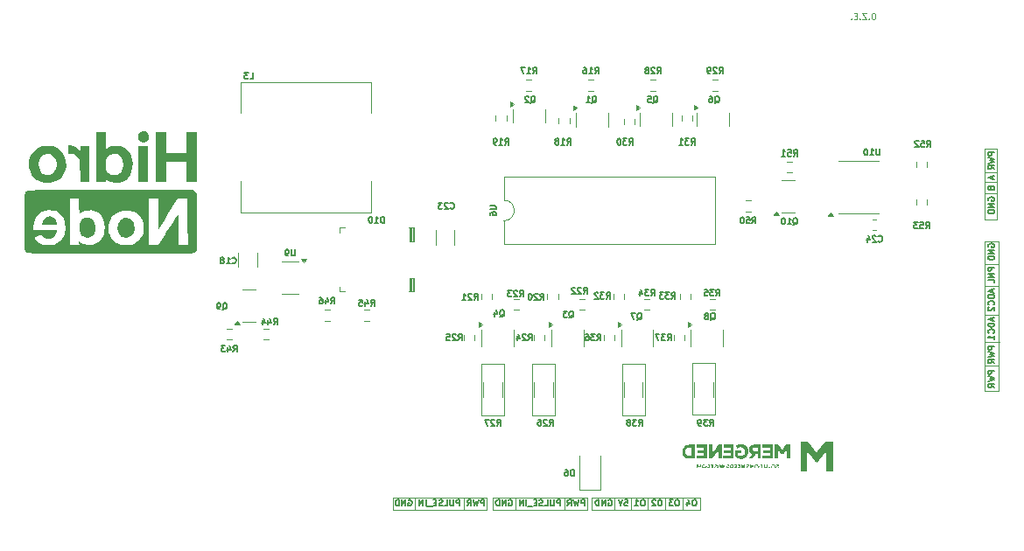
<source format=gbr>
%TF.GenerationSoftware,KiCad,Pcbnew,9.0.4*%
%TF.CreationDate,2025-09-18T14:16:59+03:00*%
%TF.ProjectId,HidroNode_Project,48696472-6f4e-46f6-9465-5f50726f6a65,rev?*%
%TF.SameCoordinates,Original*%
%TF.FileFunction,Legend,Bot*%
%TF.FilePolarity,Positive*%
%FSLAX46Y46*%
G04 Gerber Fmt 4.6, Leading zero omitted, Abs format (unit mm)*
G04 Created by KiCad (PCBNEW 9.0.4) date 2025-09-18 14:16:59*
%MOMM*%
%LPD*%
G01*
G04 APERTURE LIST*
%ADD10C,0.100000*%
%ADD11C,0.150000*%
%ADD12C,0.120000*%
%ADD13C,0.000000*%
G04 APERTURE END LIST*
D10*
X84700000Y-92200000D02*
X93800000Y-92200000D01*
X93800000Y-93400000D01*
X84700000Y-93400000D01*
X84700000Y-92200000D01*
X104000000Y-79200000D02*
X106200000Y-79200000D01*
X106200000Y-84200000D01*
X104000000Y-84200000D01*
X104000000Y-79200000D01*
X88500000Y-79300000D02*
X90700000Y-79300000D01*
X90700000Y-84300000D01*
X88500000Y-84300000D01*
X88500000Y-79300000D01*
X94300000Y-92200000D02*
X104800000Y-92200000D01*
X104800000Y-93400000D01*
X94300000Y-93400000D01*
X94300000Y-92200000D01*
X132300000Y-67400000D02*
X133600000Y-67400000D01*
X133600000Y-81900000D01*
X132300000Y-81900000D01*
X132300000Y-67400000D01*
X98100000Y-92300000D02*
X98100000Y-92200000D01*
X96500000Y-92200000D02*
X96500000Y-93400000D01*
X133500000Y-62750000D02*
X132300000Y-62750000D01*
X99700000Y-92200000D02*
X99700000Y-93400000D01*
X81900000Y-92200000D02*
X81900000Y-93400000D01*
X132300000Y-58450000D02*
X133500000Y-58450000D01*
X133500000Y-65300000D01*
X132300000Y-65300000D01*
X132300000Y-58450000D01*
X133700000Y-77200000D02*
X132400000Y-77200000D01*
X97200000Y-79300000D02*
X99400000Y-79300000D01*
X99400000Y-84300000D01*
X97200000Y-84300000D01*
X97200000Y-79300000D01*
X101400000Y-92200000D02*
X101400000Y-93400000D01*
X75000000Y-92200000D02*
X84100000Y-92200000D01*
X84100000Y-93400000D01*
X75000000Y-93400000D01*
X75000000Y-92200000D01*
X133450000Y-61700000D02*
X132300000Y-61700000D01*
X77200000Y-92200000D02*
X77200000Y-93400000D01*
X133475000Y-60700000D02*
X132325000Y-60700000D01*
X91600000Y-92200000D02*
X91600000Y-93400000D01*
X103100000Y-92200000D02*
X103100000Y-93400000D01*
X83600000Y-79300000D02*
X85800000Y-79300000D01*
X85800000Y-84300000D01*
X83600000Y-84300000D01*
X83600000Y-79300000D01*
X133600000Y-69600000D02*
X132300000Y-69600000D01*
X86900000Y-92200000D02*
X86900000Y-93400000D01*
X133600000Y-74550000D02*
X132300000Y-74550000D01*
X133600000Y-71700000D02*
X132300000Y-71700000D01*
X133600000Y-79450000D02*
X132300000Y-79450000D01*
X98100000Y-92300000D02*
X98100000Y-93400000D01*
D11*
X104244173Y-92418771D02*
X104129887Y-92418771D01*
X104129887Y-92418771D02*
X104072744Y-92447342D01*
X104072744Y-92447342D02*
X104015601Y-92504485D01*
X104015601Y-92504485D02*
X103987030Y-92618771D01*
X103987030Y-92618771D02*
X103987030Y-92818771D01*
X103987030Y-92818771D02*
X104015601Y-92933057D01*
X104015601Y-92933057D02*
X104072744Y-92990200D01*
X104072744Y-92990200D02*
X104129887Y-93018771D01*
X104129887Y-93018771D02*
X104244173Y-93018771D01*
X104244173Y-93018771D02*
X104301316Y-92990200D01*
X104301316Y-92990200D02*
X104358458Y-92933057D01*
X104358458Y-92933057D02*
X104387030Y-92818771D01*
X104387030Y-92818771D02*
X104387030Y-92618771D01*
X104387030Y-92618771D02*
X104358458Y-92504485D01*
X104358458Y-92504485D02*
X104301316Y-92447342D01*
X104301316Y-92447342D02*
X104244173Y-92418771D01*
X103472745Y-92618771D02*
X103472745Y-93018771D01*
X103615602Y-92390200D02*
X103758459Y-92818771D01*
X103758459Y-92818771D02*
X103387030Y-92818771D01*
X102587030Y-92418771D02*
X102472744Y-92418771D01*
X102472744Y-92418771D02*
X102415601Y-92447342D01*
X102415601Y-92447342D02*
X102358458Y-92504485D01*
X102358458Y-92504485D02*
X102329887Y-92618771D01*
X102329887Y-92618771D02*
X102329887Y-92818771D01*
X102329887Y-92818771D02*
X102358458Y-92933057D01*
X102358458Y-92933057D02*
X102415601Y-92990200D01*
X102415601Y-92990200D02*
X102472744Y-93018771D01*
X102472744Y-93018771D02*
X102587030Y-93018771D01*
X102587030Y-93018771D02*
X102644173Y-92990200D01*
X102644173Y-92990200D02*
X102701315Y-92933057D01*
X102701315Y-92933057D02*
X102729887Y-92818771D01*
X102729887Y-92818771D02*
X102729887Y-92618771D01*
X102729887Y-92618771D02*
X102701315Y-92504485D01*
X102701315Y-92504485D02*
X102644173Y-92447342D01*
X102644173Y-92447342D02*
X102587030Y-92418771D01*
X102129887Y-92418771D02*
X101758459Y-92418771D01*
X101758459Y-92418771D02*
X101958459Y-92647342D01*
X101958459Y-92647342D02*
X101872744Y-92647342D01*
X101872744Y-92647342D02*
X101815602Y-92675914D01*
X101815602Y-92675914D02*
X101787030Y-92704485D01*
X101787030Y-92704485D02*
X101758459Y-92761628D01*
X101758459Y-92761628D02*
X101758459Y-92904485D01*
X101758459Y-92904485D02*
X101787030Y-92961628D01*
X101787030Y-92961628D02*
X101815602Y-92990200D01*
X101815602Y-92990200D02*
X101872744Y-93018771D01*
X101872744Y-93018771D02*
X102044173Y-93018771D01*
X102044173Y-93018771D02*
X102101316Y-92990200D01*
X102101316Y-92990200D02*
X102129887Y-92961628D01*
X100929887Y-92418771D02*
X100815601Y-92418771D01*
X100815601Y-92418771D02*
X100758458Y-92447342D01*
X100758458Y-92447342D02*
X100701315Y-92504485D01*
X100701315Y-92504485D02*
X100672744Y-92618771D01*
X100672744Y-92618771D02*
X100672744Y-92818771D01*
X100672744Y-92818771D02*
X100701315Y-92933057D01*
X100701315Y-92933057D02*
X100758458Y-92990200D01*
X100758458Y-92990200D02*
X100815601Y-93018771D01*
X100815601Y-93018771D02*
X100929887Y-93018771D01*
X100929887Y-93018771D02*
X100987030Y-92990200D01*
X100987030Y-92990200D02*
X101044172Y-92933057D01*
X101044172Y-92933057D02*
X101072744Y-92818771D01*
X101072744Y-92818771D02*
X101072744Y-92618771D01*
X101072744Y-92618771D02*
X101044172Y-92504485D01*
X101044172Y-92504485D02*
X100987030Y-92447342D01*
X100987030Y-92447342D02*
X100929887Y-92418771D01*
X100444173Y-92475914D02*
X100415601Y-92447342D01*
X100415601Y-92447342D02*
X100358459Y-92418771D01*
X100358459Y-92418771D02*
X100215601Y-92418771D01*
X100215601Y-92418771D02*
X100158459Y-92447342D01*
X100158459Y-92447342D02*
X100129887Y-92475914D01*
X100129887Y-92475914D02*
X100101316Y-92533057D01*
X100101316Y-92533057D02*
X100101316Y-92590200D01*
X100101316Y-92590200D02*
X100129887Y-92675914D01*
X100129887Y-92675914D02*
X100472744Y-93018771D01*
X100472744Y-93018771D02*
X100101316Y-93018771D01*
X99272744Y-92418771D02*
X99158458Y-92418771D01*
X99158458Y-92418771D02*
X99101315Y-92447342D01*
X99101315Y-92447342D02*
X99044172Y-92504485D01*
X99044172Y-92504485D02*
X99015601Y-92618771D01*
X99015601Y-92618771D02*
X99015601Y-92818771D01*
X99015601Y-92818771D02*
X99044172Y-92933057D01*
X99044172Y-92933057D02*
X99101315Y-92990200D01*
X99101315Y-92990200D02*
X99158458Y-93018771D01*
X99158458Y-93018771D02*
X99272744Y-93018771D01*
X99272744Y-93018771D02*
X99329887Y-92990200D01*
X99329887Y-92990200D02*
X99387029Y-92933057D01*
X99387029Y-92933057D02*
X99415601Y-92818771D01*
X99415601Y-92818771D02*
X99415601Y-92618771D01*
X99415601Y-92618771D02*
X99387029Y-92504485D01*
X99387029Y-92504485D02*
X99329887Y-92447342D01*
X99329887Y-92447342D02*
X99272744Y-92418771D01*
X98444173Y-93018771D02*
X98787030Y-93018771D01*
X98615601Y-93018771D02*
X98615601Y-92418771D01*
X98615601Y-92418771D02*
X98672744Y-92504485D01*
X98672744Y-92504485D02*
X98729887Y-92561628D01*
X98729887Y-92561628D02*
X98787030Y-92590200D01*
X97444172Y-92418771D02*
X97729886Y-92418771D01*
X97729886Y-92418771D02*
X97758458Y-92704485D01*
X97758458Y-92704485D02*
X97729886Y-92675914D01*
X97729886Y-92675914D02*
X97672744Y-92647342D01*
X97672744Y-92647342D02*
X97529886Y-92647342D01*
X97529886Y-92647342D02*
X97472744Y-92675914D01*
X97472744Y-92675914D02*
X97444172Y-92704485D01*
X97444172Y-92704485D02*
X97415601Y-92761628D01*
X97415601Y-92761628D02*
X97415601Y-92904485D01*
X97415601Y-92904485D02*
X97444172Y-92961628D01*
X97444172Y-92961628D02*
X97472744Y-92990200D01*
X97472744Y-92990200D02*
X97529886Y-93018771D01*
X97529886Y-93018771D02*
X97672744Y-93018771D01*
X97672744Y-93018771D02*
X97729886Y-92990200D01*
X97729886Y-92990200D02*
X97758458Y-92961628D01*
X97244172Y-92418771D02*
X97044172Y-93018771D01*
X97044172Y-93018771D02*
X96844172Y-92418771D01*
X95872743Y-92447342D02*
X95929886Y-92418771D01*
X95929886Y-92418771D02*
X96015600Y-92418771D01*
X96015600Y-92418771D02*
X96101314Y-92447342D01*
X96101314Y-92447342D02*
X96158457Y-92504485D01*
X96158457Y-92504485D02*
X96187028Y-92561628D01*
X96187028Y-92561628D02*
X96215600Y-92675914D01*
X96215600Y-92675914D02*
X96215600Y-92761628D01*
X96215600Y-92761628D02*
X96187028Y-92875914D01*
X96187028Y-92875914D02*
X96158457Y-92933057D01*
X96158457Y-92933057D02*
X96101314Y-92990200D01*
X96101314Y-92990200D02*
X96015600Y-93018771D01*
X96015600Y-93018771D02*
X95958457Y-93018771D01*
X95958457Y-93018771D02*
X95872743Y-92990200D01*
X95872743Y-92990200D02*
X95844171Y-92961628D01*
X95844171Y-92961628D02*
X95844171Y-92761628D01*
X95844171Y-92761628D02*
X95958457Y-92761628D01*
X95587028Y-93018771D02*
X95587028Y-92418771D01*
X95587028Y-92418771D02*
X95244171Y-93018771D01*
X95244171Y-93018771D02*
X95244171Y-92418771D01*
X94958457Y-93018771D02*
X94958457Y-92418771D01*
X94958457Y-92418771D02*
X94815600Y-92418771D01*
X94815600Y-92418771D02*
X94729886Y-92447342D01*
X94729886Y-92447342D02*
X94672743Y-92504485D01*
X94672743Y-92504485D02*
X94644172Y-92561628D01*
X94644172Y-92561628D02*
X94615600Y-92675914D01*
X94615600Y-92675914D02*
X94615600Y-92761628D01*
X94615600Y-92761628D02*
X94644172Y-92875914D01*
X94644172Y-92875914D02*
X94672743Y-92933057D01*
X94672743Y-92933057D02*
X94729886Y-92990200D01*
X94729886Y-92990200D02*
X94815600Y-93018771D01*
X94815600Y-93018771D02*
X94958457Y-93018771D01*
D10*
X121577068Y-45321371D02*
X121462782Y-45321371D01*
X121462782Y-45321371D02*
X121405639Y-45349942D01*
X121405639Y-45349942D02*
X121348496Y-45407085D01*
X121348496Y-45407085D02*
X121319925Y-45521371D01*
X121319925Y-45521371D02*
X121319925Y-45721371D01*
X121319925Y-45721371D02*
X121348496Y-45835657D01*
X121348496Y-45835657D02*
X121405639Y-45892800D01*
X121405639Y-45892800D02*
X121462782Y-45921371D01*
X121462782Y-45921371D02*
X121577068Y-45921371D01*
X121577068Y-45921371D02*
X121634211Y-45892800D01*
X121634211Y-45892800D02*
X121691353Y-45835657D01*
X121691353Y-45835657D02*
X121719925Y-45721371D01*
X121719925Y-45721371D02*
X121719925Y-45521371D01*
X121719925Y-45521371D02*
X121691353Y-45407085D01*
X121691353Y-45407085D02*
X121634211Y-45349942D01*
X121634211Y-45349942D02*
X121577068Y-45321371D01*
X121062782Y-45864228D02*
X121034211Y-45892800D01*
X121034211Y-45892800D02*
X121062782Y-45921371D01*
X121062782Y-45921371D02*
X121091354Y-45892800D01*
X121091354Y-45892800D02*
X121062782Y-45864228D01*
X121062782Y-45864228D02*
X121062782Y-45921371D01*
X120834211Y-45321371D02*
X120434211Y-45321371D01*
X120434211Y-45321371D02*
X120834211Y-45921371D01*
X120834211Y-45921371D02*
X120434211Y-45921371D01*
X120205639Y-45864228D02*
X120177068Y-45892800D01*
X120177068Y-45892800D02*
X120205639Y-45921371D01*
X120205639Y-45921371D02*
X120234211Y-45892800D01*
X120234211Y-45892800D02*
X120205639Y-45864228D01*
X120205639Y-45864228D02*
X120205639Y-45921371D01*
X119919925Y-45607085D02*
X119719925Y-45607085D01*
X119634211Y-45921371D02*
X119919925Y-45921371D01*
X119919925Y-45921371D02*
X119919925Y-45321371D01*
X119919925Y-45321371D02*
X119634211Y-45321371D01*
X119377068Y-45864228D02*
X119348497Y-45892800D01*
X119348497Y-45892800D02*
X119377068Y-45921371D01*
X119377068Y-45921371D02*
X119405640Y-45892800D01*
X119405640Y-45892800D02*
X119377068Y-45864228D01*
X119377068Y-45864228D02*
X119377068Y-45921371D01*
D11*
X132647342Y-67955826D02*
X132618771Y-67898684D01*
X132618771Y-67898684D02*
X132618771Y-67812969D01*
X132618771Y-67812969D02*
X132647342Y-67727255D01*
X132647342Y-67727255D02*
X132704485Y-67670112D01*
X132704485Y-67670112D02*
X132761628Y-67641541D01*
X132761628Y-67641541D02*
X132875914Y-67612969D01*
X132875914Y-67612969D02*
X132961628Y-67612969D01*
X132961628Y-67612969D02*
X133075914Y-67641541D01*
X133075914Y-67641541D02*
X133133057Y-67670112D01*
X133133057Y-67670112D02*
X133190200Y-67727255D01*
X133190200Y-67727255D02*
X133218771Y-67812969D01*
X133218771Y-67812969D02*
X133218771Y-67870112D01*
X133218771Y-67870112D02*
X133190200Y-67955826D01*
X133190200Y-67955826D02*
X133161628Y-67984398D01*
X133161628Y-67984398D02*
X132961628Y-67984398D01*
X132961628Y-67984398D02*
X132961628Y-67870112D01*
X133218771Y-68241541D02*
X132618771Y-68241541D01*
X132618771Y-68241541D02*
X133218771Y-68584398D01*
X133218771Y-68584398D02*
X132618771Y-68584398D01*
X133218771Y-68870112D02*
X132618771Y-68870112D01*
X132618771Y-68870112D02*
X132618771Y-69012969D01*
X132618771Y-69012969D02*
X132647342Y-69098683D01*
X132647342Y-69098683D02*
X132704485Y-69155826D01*
X132704485Y-69155826D02*
X132761628Y-69184397D01*
X132761628Y-69184397D02*
X132875914Y-69212969D01*
X132875914Y-69212969D02*
X132961628Y-69212969D01*
X132961628Y-69212969D02*
X133075914Y-69184397D01*
X133075914Y-69184397D02*
X133133057Y-69155826D01*
X133133057Y-69155826D02*
X133190200Y-69098683D01*
X133190200Y-69098683D02*
X133218771Y-69012969D01*
X133218771Y-69012969D02*
X133218771Y-68870112D01*
X133218771Y-69927255D02*
X132618771Y-69927255D01*
X132618771Y-69927255D02*
X132618771Y-70155826D01*
X132618771Y-70155826D02*
X132647342Y-70212969D01*
X132647342Y-70212969D02*
X132675914Y-70241540D01*
X132675914Y-70241540D02*
X132733057Y-70270112D01*
X132733057Y-70270112D02*
X132818771Y-70270112D01*
X132818771Y-70270112D02*
X132875914Y-70241540D01*
X132875914Y-70241540D02*
X132904485Y-70212969D01*
X132904485Y-70212969D02*
X132933057Y-70155826D01*
X132933057Y-70155826D02*
X132933057Y-69927255D01*
X133218771Y-70527255D02*
X132618771Y-70527255D01*
X132618771Y-70527255D02*
X133218771Y-70870112D01*
X133218771Y-70870112D02*
X132618771Y-70870112D01*
X133218771Y-71441540D02*
X133218771Y-71155826D01*
X133218771Y-71155826D02*
X132618771Y-71155826D01*
X133047342Y-72070111D02*
X133047342Y-72355826D01*
X133218771Y-72012968D02*
X132618771Y-72212968D01*
X132618771Y-72212968D02*
X133218771Y-72412968D01*
X133218771Y-72612969D02*
X132618771Y-72612969D01*
X132618771Y-72612969D02*
X132618771Y-72755826D01*
X132618771Y-72755826D02*
X132647342Y-72841540D01*
X132647342Y-72841540D02*
X132704485Y-72898683D01*
X132704485Y-72898683D02*
X132761628Y-72927254D01*
X132761628Y-72927254D02*
X132875914Y-72955826D01*
X132875914Y-72955826D02*
X132961628Y-72955826D01*
X132961628Y-72955826D02*
X133075914Y-72927254D01*
X133075914Y-72927254D02*
X133133057Y-72898683D01*
X133133057Y-72898683D02*
X133190200Y-72841540D01*
X133190200Y-72841540D02*
X133218771Y-72755826D01*
X133218771Y-72755826D02*
X133218771Y-72612969D01*
X133161628Y-73555826D02*
X133190200Y-73527254D01*
X133190200Y-73527254D02*
X133218771Y-73441540D01*
X133218771Y-73441540D02*
X133218771Y-73384397D01*
X133218771Y-73384397D02*
X133190200Y-73298683D01*
X133190200Y-73298683D02*
X133133057Y-73241540D01*
X133133057Y-73241540D02*
X133075914Y-73212969D01*
X133075914Y-73212969D02*
X132961628Y-73184397D01*
X132961628Y-73184397D02*
X132875914Y-73184397D01*
X132875914Y-73184397D02*
X132761628Y-73212969D01*
X132761628Y-73212969D02*
X132704485Y-73241540D01*
X132704485Y-73241540D02*
X132647342Y-73298683D01*
X132647342Y-73298683D02*
X132618771Y-73384397D01*
X132618771Y-73384397D02*
X132618771Y-73441540D01*
X132618771Y-73441540D02*
X132647342Y-73527254D01*
X132647342Y-73527254D02*
X132675914Y-73555826D01*
X132675914Y-73784397D02*
X132647342Y-73812969D01*
X132647342Y-73812969D02*
X132618771Y-73870112D01*
X132618771Y-73870112D02*
X132618771Y-74012969D01*
X132618771Y-74012969D02*
X132647342Y-74070112D01*
X132647342Y-74070112D02*
X132675914Y-74098683D01*
X132675914Y-74098683D02*
X132733057Y-74127254D01*
X132733057Y-74127254D02*
X132790200Y-74127254D01*
X132790200Y-74127254D02*
X132875914Y-74098683D01*
X132875914Y-74098683D02*
X133218771Y-73755826D01*
X133218771Y-73755826D02*
X133218771Y-74127254D01*
X133047342Y-74812969D02*
X133047342Y-75098684D01*
X133218771Y-74755826D02*
X132618771Y-74955826D01*
X132618771Y-74955826D02*
X133218771Y-75155826D01*
X133218771Y-75355827D02*
X132618771Y-75355827D01*
X132618771Y-75355827D02*
X132618771Y-75498684D01*
X132618771Y-75498684D02*
X132647342Y-75584398D01*
X132647342Y-75584398D02*
X132704485Y-75641541D01*
X132704485Y-75641541D02*
X132761628Y-75670112D01*
X132761628Y-75670112D02*
X132875914Y-75698684D01*
X132875914Y-75698684D02*
X132961628Y-75698684D01*
X132961628Y-75698684D02*
X133075914Y-75670112D01*
X133075914Y-75670112D02*
X133133057Y-75641541D01*
X133133057Y-75641541D02*
X133190200Y-75584398D01*
X133190200Y-75584398D02*
X133218771Y-75498684D01*
X133218771Y-75498684D02*
X133218771Y-75355827D01*
X133161628Y-76298684D02*
X133190200Y-76270112D01*
X133190200Y-76270112D02*
X133218771Y-76184398D01*
X133218771Y-76184398D02*
X133218771Y-76127255D01*
X133218771Y-76127255D02*
X133190200Y-76041541D01*
X133190200Y-76041541D02*
X133133057Y-75984398D01*
X133133057Y-75984398D02*
X133075914Y-75955827D01*
X133075914Y-75955827D02*
X132961628Y-75927255D01*
X132961628Y-75927255D02*
X132875914Y-75927255D01*
X132875914Y-75927255D02*
X132761628Y-75955827D01*
X132761628Y-75955827D02*
X132704485Y-75984398D01*
X132704485Y-75984398D02*
X132647342Y-76041541D01*
X132647342Y-76041541D02*
X132618771Y-76127255D01*
X132618771Y-76127255D02*
X132618771Y-76184398D01*
X132618771Y-76184398D02*
X132647342Y-76270112D01*
X132647342Y-76270112D02*
X132675914Y-76298684D01*
X133218771Y-76870112D02*
X133218771Y-76527255D01*
X133218771Y-76698684D02*
X132618771Y-76698684D01*
X132618771Y-76698684D02*
X132704485Y-76641541D01*
X132704485Y-76641541D02*
X132761628Y-76584398D01*
X132761628Y-76584398D02*
X132790200Y-76527255D01*
X133218771Y-77584399D02*
X132618771Y-77584399D01*
X132618771Y-77584399D02*
X132618771Y-77812970D01*
X132618771Y-77812970D02*
X132647342Y-77870113D01*
X132647342Y-77870113D02*
X132675914Y-77898684D01*
X132675914Y-77898684D02*
X132733057Y-77927256D01*
X132733057Y-77927256D02*
X132818771Y-77927256D01*
X132818771Y-77927256D02*
X132875914Y-77898684D01*
X132875914Y-77898684D02*
X132904485Y-77870113D01*
X132904485Y-77870113D02*
X132933057Y-77812970D01*
X132933057Y-77812970D02*
X132933057Y-77584399D01*
X132618771Y-78127256D02*
X133218771Y-78270113D01*
X133218771Y-78270113D02*
X132790200Y-78384399D01*
X132790200Y-78384399D02*
X133218771Y-78498684D01*
X133218771Y-78498684D02*
X132618771Y-78641542D01*
X133218771Y-79212970D02*
X132933057Y-79012970D01*
X133218771Y-78870113D02*
X132618771Y-78870113D01*
X132618771Y-78870113D02*
X132618771Y-79098684D01*
X132618771Y-79098684D02*
X132647342Y-79155827D01*
X132647342Y-79155827D02*
X132675914Y-79184398D01*
X132675914Y-79184398D02*
X132733057Y-79212970D01*
X132733057Y-79212970D02*
X132818771Y-79212970D01*
X132818771Y-79212970D02*
X132875914Y-79184398D01*
X132875914Y-79184398D02*
X132904485Y-79155827D01*
X132904485Y-79155827D02*
X132933057Y-79098684D01*
X132933057Y-79098684D02*
X132933057Y-78870113D01*
X133218771Y-79927256D02*
X132618771Y-79927256D01*
X132618771Y-79927256D02*
X132618771Y-80155827D01*
X132618771Y-80155827D02*
X132647342Y-80212970D01*
X132647342Y-80212970D02*
X132675914Y-80241541D01*
X132675914Y-80241541D02*
X132733057Y-80270113D01*
X132733057Y-80270113D02*
X132818771Y-80270113D01*
X132818771Y-80270113D02*
X132875914Y-80241541D01*
X132875914Y-80241541D02*
X132904485Y-80212970D01*
X132904485Y-80212970D02*
X132933057Y-80155827D01*
X132933057Y-80155827D02*
X132933057Y-79927256D01*
X132618771Y-80470113D02*
X133218771Y-80612970D01*
X133218771Y-80612970D02*
X132790200Y-80727256D01*
X132790200Y-80727256D02*
X133218771Y-80841541D01*
X133218771Y-80841541D02*
X132618771Y-80984399D01*
X133218771Y-81555827D02*
X132933057Y-81355827D01*
X133218771Y-81212970D02*
X132618771Y-81212970D01*
X132618771Y-81212970D02*
X132618771Y-81441541D01*
X132618771Y-81441541D02*
X132647342Y-81498684D01*
X132647342Y-81498684D02*
X132675914Y-81527255D01*
X132675914Y-81527255D02*
X132733057Y-81555827D01*
X132733057Y-81555827D02*
X132818771Y-81555827D01*
X132818771Y-81555827D02*
X132875914Y-81527255D01*
X132875914Y-81527255D02*
X132904485Y-81498684D01*
X132904485Y-81498684D02*
X132933057Y-81441541D01*
X132933057Y-81441541D02*
X132933057Y-81212970D01*
X93558458Y-93018771D02*
X93558458Y-92418771D01*
X93558458Y-92418771D02*
X93329887Y-92418771D01*
X93329887Y-92418771D02*
X93272744Y-92447342D01*
X93272744Y-92447342D02*
X93244173Y-92475914D01*
X93244173Y-92475914D02*
X93215601Y-92533057D01*
X93215601Y-92533057D02*
X93215601Y-92618771D01*
X93215601Y-92618771D02*
X93244173Y-92675914D01*
X93244173Y-92675914D02*
X93272744Y-92704485D01*
X93272744Y-92704485D02*
X93329887Y-92733057D01*
X93329887Y-92733057D02*
X93558458Y-92733057D01*
X93015601Y-92418771D02*
X92872744Y-93018771D01*
X92872744Y-93018771D02*
X92758458Y-92590200D01*
X92758458Y-92590200D02*
X92644173Y-93018771D01*
X92644173Y-93018771D02*
X92501316Y-92418771D01*
X91929887Y-93018771D02*
X92129887Y-92733057D01*
X92272744Y-93018771D02*
X92272744Y-92418771D01*
X92272744Y-92418771D02*
X92044173Y-92418771D01*
X92044173Y-92418771D02*
X91987030Y-92447342D01*
X91987030Y-92447342D02*
X91958459Y-92475914D01*
X91958459Y-92475914D02*
X91929887Y-92533057D01*
X91929887Y-92533057D02*
X91929887Y-92618771D01*
X91929887Y-92618771D02*
X91958459Y-92675914D01*
X91958459Y-92675914D02*
X91987030Y-92704485D01*
X91987030Y-92704485D02*
X92044173Y-92733057D01*
X92044173Y-92733057D02*
X92272744Y-92733057D01*
X91215601Y-93018771D02*
X91215601Y-92418771D01*
X91215601Y-92418771D02*
X90987030Y-92418771D01*
X90987030Y-92418771D02*
X90929887Y-92447342D01*
X90929887Y-92447342D02*
X90901316Y-92475914D01*
X90901316Y-92475914D02*
X90872744Y-92533057D01*
X90872744Y-92533057D02*
X90872744Y-92618771D01*
X90872744Y-92618771D02*
X90901316Y-92675914D01*
X90901316Y-92675914D02*
X90929887Y-92704485D01*
X90929887Y-92704485D02*
X90987030Y-92733057D01*
X90987030Y-92733057D02*
X91215601Y-92733057D01*
X90615601Y-92418771D02*
X90615601Y-92904485D01*
X90615601Y-92904485D02*
X90587030Y-92961628D01*
X90587030Y-92961628D02*
X90558459Y-92990200D01*
X90558459Y-92990200D02*
X90501316Y-93018771D01*
X90501316Y-93018771D02*
X90387030Y-93018771D01*
X90387030Y-93018771D02*
X90329887Y-92990200D01*
X90329887Y-92990200D02*
X90301316Y-92961628D01*
X90301316Y-92961628D02*
X90272744Y-92904485D01*
X90272744Y-92904485D02*
X90272744Y-92418771D01*
X89701316Y-93018771D02*
X89987030Y-93018771D01*
X89987030Y-93018771D02*
X89987030Y-92418771D01*
X89529888Y-92990200D02*
X89444174Y-93018771D01*
X89444174Y-93018771D02*
X89301316Y-93018771D01*
X89301316Y-93018771D02*
X89244174Y-92990200D01*
X89244174Y-92990200D02*
X89215602Y-92961628D01*
X89215602Y-92961628D02*
X89187031Y-92904485D01*
X89187031Y-92904485D02*
X89187031Y-92847342D01*
X89187031Y-92847342D02*
X89215602Y-92790200D01*
X89215602Y-92790200D02*
X89244174Y-92761628D01*
X89244174Y-92761628D02*
X89301316Y-92733057D01*
X89301316Y-92733057D02*
X89415602Y-92704485D01*
X89415602Y-92704485D02*
X89472745Y-92675914D01*
X89472745Y-92675914D02*
X89501316Y-92647342D01*
X89501316Y-92647342D02*
X89529888Y-92590200D01*
X89529888Y-92590200D02*
X89529888Y-92533057D01*
X89529888Y-92533057D02*
X89501316Y-92475914D01*
X89501316Y-92475914D02*
X89472745Y-92447342D01*
X89472745Y-92447342D02*
X89415602Y-92418771D01*
X89415602Y-92418771D02*
X89272745Y-92418771D01*
X89272745Y-92418771D02*
X89187031Y-92447342D01*
X88929887Y-92704485D02*
X88729887Y-92704485D01*
X88644173Y-93018771D02*
X88929887Y-93018771D01*
X88929887Y-93018771D02*
X88929887Y-92418771D01*
X88929887Y-92418771D02*
X88644173Y-92418771D01*
X88529888Y-93075914D02*
X88072745Y-93075914D01*
X87929887Y-93018771D02*
X87929887Y-92418771D01*
X87644173Y-93018771D02*
X87644173Y-92418771D01*
X87644173Y-92418771D02*
X87301316Y-93018771D01*
X87301316Y-93018771D02*
X87301316Y-92418771D01*
X86244174Y-92447342D02*
X86301317Y-92418771D01*
X86301317Y-92418771D02*
X86387031Y-92418771D01*
X86387031Y-92418771D02*
X86472745Y-92447342D01*
X86472745Y-92447342D02*
X86529888Y-92504485D01*
X86529888Y-92504485D02*
X86558459Y-92561628D01*
X86558459Y-92561628D02*
X86587031Y-92675914D01*
X86587031Y-92675914D02*
X86587031Y-92761628D01*
X86587031Y-92761628D02*
X86558459Y-92875914D01*
X86558459Y-92875914D02*
X86529888Y-92933057D01*
X86529888Y-92933057D02*
X86472745Y-92990200D01*
X86472745Y-92990200D02*
X86387031Y-93018771D01*
X86387031Y-93018771D02*
X86329888Y-93018771D01*
X86329888Y-93018771D02*
X86244174Y-92990200D01*
X86244174Y-92990200D02*
X86215602Y-92961628D01*
X86215602Y-92961628D02*
X86215602Y-92761628D01*
X86215602Y-92761628D02*
X86329888Y-92761628D01*
X85958459Y-93018771D02*
X85958459Y-92418771D01*
X85958459Y-92418771D02*
X85615602Y-93018771D01*
X85615602Y-93018771D02*
X85615602Y-92418771D01*
X85329888Y-93018771D02*
X85329888Y-92418771D01*
X85329888Y-92418771D02*
X85187031Y-92418771D01*
X85187031Y-92418771D02*
X85101317Y-92447342D01*
X85101317Y-92447342D02*
X85044174Y-92504485D01*
X85044174Y-92504485D02*
X85015603Y-92561628D01*
X85015603Y-92561628D02*
X84987031Y-92675914D01*
X84987031Y-92675914D02*
X84987031Y-92761628D01*
X84987031Y-92761628D02*
X85015603Y-92875914D01*
X85015603Y-92875914D02*
X85044174Y-92933057D01*
X85044174Y-92933057D02*
X85101317Y-92990200D01*
X85101317Y-92990200D02*
X85187031Y-93018771D01*
X85187031Y-93018771D02*
X85329888Y-93018771D01*
X133218771Y-58791541D02*
X132618771Y-58791541D01*
X132618771Y-58791541D02*
X132618771Y-59020112D01*
X132618771Y-59020112D02*
X132647342Y-59077255D01*
X132647342Y-59077255D02*
X132675914Y-59105826D01*
X132675914Y-59105826D02*
X132733057Y-59134398D01*
X132733057Y-59134398D02*
X132818771Y-59134398D01*
X132818771Y-59134398D02*
X132875914Y-59105826D01*
X132875914Y-59105826D02*
X132904485Y-59077255D01*
X132904485Y-59077255D02*
X132933057Y-59020112D01*
X132933057Y-59020112D02*
X132933057Y-58791541D01*
X132618771Y-59334398D02*
X133218771Y-59477255D01*
X133218771Y-59477255D02*
X132790200Y-59591541D01*
X132790200Y-59591541D02*
X133218771Y-59705826D01*
X133218771Y-59705826D02*
X132618771Y-59848684D01*
X133218771Y-60420112D02*
X132933057Y-60220112D01*
X133218771Y-60077255D02*
X132618771Y-60077255D01*
X132618771Y-60077255D02*
X132618771Y-60305826D01*
X132618771Y-60305826D02*
X132647342Y-60362969D01*
X132647342Y-60362969D02*
X132675914Y-60391540D01*
X132675914Y-60391540D02*
X132733057Y-60420112D01*
X132733057Y-60420112D02*
X132818771Y-60420112D01*
X132818771Y-60420112D02*
X132875914Y-60391540D01*
X132875914Y-60391540D02*
X132904485Y-60362969D01*
X132904485Y-60362969D02*
X132933057Y-60305826D01*
X132933057Y-60305826D02*
X132933057Y-60077255D01*
X133047342Y-61105826D02*
X133047342Y-61391541D01*
X133218771Y-61048683D02*
X132618771Y-61248683D01*
X132618771Y-61248683D02*
X133218771Y-61448683D01*
X132904485Y-62305827D02*
X132933057Y-62391541D01*
X132933057Y-62391541D02*
X132961628Y-62420112D01*
X132961628Y-62420112D02*
X133018771Y-62448684D01*
X133018771Y-62448684D02*
X133104485Y-62448684D01*
X133104485Y-62448684D02*
X133161628Y-62420112D01*
X133161628Y-62420112D02*
X133190200Y-62391541D01*
X133190200Y-62391541D02*
X133218771Y-62334398D01*
X133218771Y-62334398D02*
X133218771Y-62105827D01*
X133218771Y-62105827D02*
X132618771Y-62105827D01*
X132618771Y-62105827D02*
X132618771Y-62305827D01*
X132618771Y-62305827D02*
X132647342Y-62362970D01*
X132647342Y-62362970D02*
X132675914Y-62391541D01*
X132675914Y-62391541D02*
X132733057Y-62420112D01*
X132733057Y-62420112D02*
X132790200Y-62420112D01*
X132790200Y-62420112D02*
X132847342Y-62391541D01*
X132847342Y-62391541D02*
X132875914Y-62362970D01*
X132875914Y-62362970D02*
X132904485Y-62305827D01*
X132904485Y-62305827D02*
X132904485Y-62105827D01*
X132647342Y-63477255D02*
X132618771Y-63420113D01*
X132618771Y-63420113D02*
X132618771Y-63334398D01*
X132618771Y-63334398D02*
X132647342Y-63248684D01*
X132647342Y-63248684D02*
X132704485Y-63191541D01*
X132704485Y-63191541D02*
X132761628Y-63162970D01*
X132761628Y-63162970D02*
X132875914Y-63134398D01*
X132875914Y-63134398D02*
X132961628Y-63134398D01*
X132961628Y-63134398D02*
X133075914Y-63162970D01*
X133075914Y-63162970D02*
X133133057Y-63191541D01*
X133133057Y-63191541D02*
X133190200Y-63248684D01*
X133190200Y-63248684D02*
X133218771Y-63334398D01*
X133218771Y-63334398D02*
X133218771Y-63391541D01*
X133218771Y-63391541D02*
X133190200Y-63477255D01*
X133190200Y-63477255D02*
X133161628Y-63505827D01*
X133161628Y-63505827D02*
X132961628Y-63505827D01*
X132961628Y-63505827D02*
X132961628Y-63391541D01*
X133218771Y-63762970D02*
X132618771Y-63762970D01*
X132618771Y-63762970D02*
X133218771Y-64105827D01*
X133218771Y-64105827D02*
X132618771Y-64105827D01*
X133218771Y-64391541D02*
X132618771Y-64391541D01*
X132618771Y-64391541D02*
X132618771Y-64534398D01*
X132618771Y-64534398D02*
X132647342Y-64620112D01*
X132647342Y-64620112D02*
X132704485Y-64677255D01*
X132704485Y-64677255D02*
X132761628Y-64705826D01*
X132761628Y-64705826D02*
X132875914Y-64734398D01*
X132875914Y-64734398D02*
X132961628Y-64734398D01*
X132961628Y-64734398D02*
X133075914Y-64705826D01*
X133075914Y-64705826D02*
X133133057Y-64677255D01*
X133133057Y-64677255D02*
X133190200Y-64620112D01*
X133190200Y-64620112D02*
X133218771Y-64534398D01*
X133218771Y-64534398D02*
X133218771Y-64391541D01*
X83858458Y-93018771D02*
X83858458Y-92418771D01*
X83858458Y-92418771D02*
X83629887Y-92418771D01*
X83629887Y-92418771D02*
X83572744Y-92447342D01*
X83572744Y-92447342D02*
X83544173Y-92475914D01*
X83544173Y-92475914D02*
X83515601Y-92533057D01*
X83515601Y-92533057D02*
X83515601Y-92618771D01*
X83515601Y-92618771D02*
X83544173Y-92675914D01*
X83544173Y-92675914D02*
X83572744Y-92704485D01*
X83572744Y-92704485D02*
X83629887Y-92733057D01*
X83629887Y-92733057D02*
X83858458Y-92733057D01*
X83315601Y-92418771D02*
X83172744Y-93018771D01*
X83172744Y-93018771D02*
X83058458Y-92590200D01*
X83058458Y-92590200D02*
X82944173Y-93018771D01*
X82944173Y-93018771D02*
X82801316Y-92418771D01*
X82229887Y-93018771D02*
X82429887Y-92733057D01*
X82572744Y-93018771D02*
X82572744Y-92418771D01*
X82572744Y-92418771D02*
X82344173Y-92418771D01*
X82344173Y-92418771D02*
X82287030Y-92447342D01*
X82287030Y-92447342D02*
X82258459Y-92475914D01*
X82258459Y-92475914D02*
X82229887Y-92533057D01*
X82229887Y-92533057D02*
X82229887Y-92618771D01*
X82229887Y-92618771D02*
X82258459Y-92675914D01*
X82258459Y-92675914D02*
X82287030Y-92704485D01*
X82287030Y-92704485D02*
X82344173Y-92733057D01*
X82344173Y-92733057D02*
X82572744Y-92733057D01*
X81515601Y-93018771D02*
X81515601Y-92418771D01*
X81515601Y-92418771D02*
X81287030Y-92418771D01*
X81287030Y-92418771D02*
X81229887Y-92447342D01*
X81229887Y-92447342D02*
X81201316Y-92475914D01*
X81201316Y-92475914D02*
X81172744Y-92533057D01*
X81172744Y-92533057D02*
X81172744Y-92618771D01*
X81172744Y-92618771D02*
X81201316Y-92675914D01*
X81201316Y-92675914D02*
X81229887Y-92704485D01*
X81229887Y-92704485D02*
X81287030Y-92733057D01*
X81287030Y-92733057D02*
X81515601Y-92733057D01*
X80915601Y-92418771D02*
X80915601Y-92904485D01*
X80915601Y-92904485D02*
X80887030Y-92961628D01*
X80887030Y-92961628D02*
X80858459Y-92990200D01*
X80858459Y-92990200D02*
X80801316Y-93018771D01*
X80801316Y-93018771D02*
X80687030Y-93018771D01*
X80687030Y-93018771D02*
X80629887Y-92990200D01*
X80629887Y-92990200D02*
X80601316Y-92961628D01*
X80601316Y-92961628D02*
X80572744Y-92904485D01*
X80572744Y-92904485D02*
X80572744Y-92418771D01*
X80001316Y-93018771D02*
X80287030Y-93018771D01*
X80287030Y-93018771D02*
X80287030Y-92418771D01*
X79829888Y-92990200D02*
X79744174Y-93018771D01*
X79744174Y-93018771D02*
X79601316Y-93018771D01*
X79601316Y-93018771D02*
X79544174Y-92990200D01*
X79544174Y-92990200D02*
X79515602Y-92961628D01*
X79515602Y-92961628D02*
X79487031Y-92904485D01*
X79487031Y-92904485D02*
X79487031Y-92847342D01*
X79487031Y-92847342D02*
X79515602Y-92790200D01*
X79515602Y-92790200D02*
X79544174Y-92761628D01*
X79544174Y-92761628D02*
X79601316Y-92733057D01*
X79601316Y-92733057D02*
X79715602Y-92704485D01*
X79715602Y-92704485D02*
X79772745Y-92675914D01*
X79772745Y-92675914D02*
X79801316Y-92647342D01*
X79801316Y-92647342D02*
X79829888Y-92590200D01*
X79829888Y-92590200D02*
X79829888Y-92533057D01*
X79829888Y-92533057D02*
X79801316Y-92475914D01*
X79801316Y-92475914D02*
X79772745Y-92447342D01*
X79772745Y-92447342D02*
X79715602Y-92418771D01*
X79715602Y-92418771D02*
X79572745Y-92418771D01*
X79572745Y-92418771D02*
X79487031Y-92447342D01*
X79229887Y-92704485D02*
X79029887Y-92704485D01*
X78944173Y-93018771D02*
X79229887Y-93018771D01*
X79229887Y-93018771D02*
X79229887Y-92418771D01*
X79229887Y-92418771D02*
X78944173Y-92418771D01*
X78829888Y-93075914D02*
X78372745Y-93075914D01*
X78229887Y-93018771D02*
X78229887Y-92418771D01*
X77944173Y-93018771D02*
X77944173Y-92418771D01*
X77944173Y-92418771D02*
X77601316Y-93018771D01*
X77601316Y-93018771D02*
X77601316Y-92418771D01*
X76544174Y-92447342D02*
X76601317Y-92418771D01*
X76601317Y-92418771D02*
X76687031Y-92418771D01*
X76687031Y-92418771D02*
X76772745Y-92447342D01*
X76772745Y-92447342D02*
X76829888Y-92504485D01*
X76829888Y-92504485D02*
X76858459Y-92561628D01*
X76858459Y-92561628D02*
X76887031Y-92675914D01*
X76887031Y-92675914D02*
X76887031Y-92761628D01*
X76887031Y-92761628D02*
X76858459Y-92875914D01*
X76858459Y-92875914D02*
X76829888Y-92933057D01*
X76829888Y-92933057D02*
X76772745Y-92990200D01*
X76772745Y-92990200D02*
X76687031Y-93018771D01*
X76687031Y-93018771D02*
X76629888Y-93018771D01*
X76629888Y-93018771D02*
X76544174Y-92990200D01*
X76544174Y-92990200D02*
X76515602Y-92961628D01*
X76515602Y-92961628D02*
X76515602Y-92761628D01*
X76515602Y-92761628D02*
X76629888Y-92761628D01*
X76258459Y-93018771D02*
X76258459Y-92418771D01*
X76258459Y-92418771D02*
X75915602Y-93018771D01*
X75915602Y-93018771D02*
X75915602Y-92418771D01*
X75629888Y-93018771D02*
X75629888Y-92418771D01*
X75629888Y-92418771D02*
X75487031Y-92418771D01*
X75487031Y-92418771D02*
X75401317Y-92447342D01*
X75401317Y-92447342D02*
X75344174Y-92504485D01*
X75344174Y-92504485D02*
X75315603Y-92561628D01*
X75315603Y-92561628D02*
X75287031Y-92675914D01*
X75287031Y-92675914D02*
X75287031Y-92761628D01*
X75287031Y-92761628D02*
X75315603Y-92875914D01*
X75315603Y-92875914D02*
X75344174Y-92933057D01*
X75344174Y-92933057D02*
X75401317Y-92990200D01*
X75401317Y-92990200D02*
X75487031Y-93018771D01*
X75487031Y-93018771D02*
X75629888Y-93018771D01*
X97885714Y-58069771D02*
X98085714Y-57784057D01*
X98228571Y-58069771D02*
X98228571Y-57469771D01*
X98228571Y-57469771D02*
X98000000Y-57469771D01*
X98000000Y-57469771D02*
X97942857Y-57498342D01*
X97942857Y-57498342D02*
X97914286Y-57526914D01*
X97914286Y-57526914D02*
X97885714Y-57584057D01*
X97885714Y-57584057D02*
X97885714Y-57669771D01*
X97885714Y-57669771D02*
X97914286Y-57726914D01*
X97914286Y-57726914D02*
X97942857Y-57755485D01*
X97942857Y-57755485D02*
X98000000Y-57784057D01*
X98000000Y-57784057D02*
X98228571Y-57784057D01*
X97685714Y-57469771D02*
X97314286Y-57469771D01*
X97314286Y-57469771D02*
X97514286Y-57698342D01*
X97514286Y-57698342D02*
X97428571Y-57698342D01*
X97428571Y-57698342D02*
X97371429Y-57726914D01*
X97371429Y-57726914D02*
X97342857Y-57755485D01*
X97342857Y-57755485D02*
X97314286Y-57812628D01*
X97314286Y-57812628D02*
X97314286Y-57955485D01*
X97314286Y-57955485D02*
X97342857Y-58012628D01*
X97342857Y-58012628D02*
X97371429Y-58041200D01*
X97371429Y-58041200D02*
X97428571Y-58069771D01*
X97428571Y-58069771D02*
X97600000Y-58069771D01*
X97600000Y-58069771D02*
X97657143Y-58041200D01*
X97657143Y-58041200D02*
X97685714Y-58012628D01*
X96942857Y-57469771D02*
X96885714Y-57469771D01*
X96885714Y-57469771D02*
X96828571Y-57498342D01*
X96828571Y-57498342D02*
X96800000Y-57526914D01*
X96800000Y-57526914D02*
X96771428Y-57584057D01*
X96771428Y-57584057D02*
X96742857Y-57698342D01*
X96742857Y-57698342D02*
X96742857Y-57841200D01*
X96742857Y-57841200D02*
X96771428Y-57955485D01*
X96771428Y-57955485D02*
X96800000Y-58012628D01*
X96800000Y-58012628D02*
X96828571Y-58041200D01*
X96828571Y-58041200D02*
X96885714Y-58069771D01*
X96885714Y-58069771D02*
X96942857Y-58069771D01*
X96942857Y-58069771D02*
X97000000Y-58041200D01*
X97000000Y-58041200D02*
X97028571Y-58012628D01*
X97028571Y-58012628D02*
X97057142Y-57955485D01*
X97057142Y-57955485D02*
X97085714Y-57841200D01*
X97085714Y-57841200D02*
X97085714Y-57698342D01*
X97085714Y-57698342D02*
X97057142Y-57584057D01*
X97057142Y-57584057D02*
X97028571Y-57526914D01*
X97028571Y-57526914D02*
X97000000Y-57498342D01*
X97000000Y-57498342D02*
X96942857Y-57469771D01*
X95685714Y-72969771D02*
X95885714Y-72684057D01*
X96028571Y-72969771D02*
X96028571Y-72369771D01*
X96028571Y-72369771D02*
X95800000Y-72369771D01*
X95800000Y-72369771D02*
X95742857Y-72398342D01*
X95742857Y-72398342D02*
X95714286Y-72426914D01*
X95714286Y-72426914D02*
X95685714Y-72484057D01*
X95685714Y-72484057D02*
X95685714Y-72569771D01*
X95685714Y-72569771D02*
X95714286Y-72626914D01*
X95714286Y-72626914D02*
X95742857Y-72655485D01*
X95742857Y-72655485D02*
X95800000Y-72684057D01*
X95800000Y-72684057D02*
X96028571Y-72684057D01*
X95485714Y-72369771D02*
X95114286Y-72369771D01*
X95114286Y-72369771D02*
X95314286Y-72598342D01*
X95314286Y-72598342D02*
X95228571Y-72598342D01*
X95228571Y-72598342D02*
X95171429Y-72626914D01*
X95171429Y-72626914D02*
X95142857Y-72655485D01*
X95142857Y-72655485D02*
X95114286Y-72712628D01*
X95114286Y-72712628D02*
X95114286Y-72855485D01*
X95114286Y-72855485D02*
X95142857Y-72912628D01*
X95142857Y-72912628D02*
X95171429Y-72941200D01*
X95171429Y-72941200D02*
X95228571Y-72969771D01*
X95228571Y-72969771D02*
X95400000Y-72969771D01*
X95400000Y-72969771D02*
X95457143Y-72941200D01*
X95457143Y-72941200D02*
X95485714Y-72912628D01*
X94885714Y-72426914D02*
X94857142Y-72398342D01*
X94857142Y-72398342D02*
X94800000Y-72369771D01*
X94800000Y-72369771D02*
X94657142Y-72369771D01*
X94657142Y-72369771D02*
X94600000Y-72398342D01*
X94600000Y-72398342D02*
X94571428Y-72426914D01*
X94571428Y-72426914D02*
X94542857Y-72484057D01*
X94542857Y-72484057D02*
X94542857Y-72541200D01*
X94542857Y-72541200D02*
X94571428Y-72626914D01*
X94571428Y-72626914D02*
X94914285Y-72969771D01*
X94914285Y-72969771D02*
X94542857Y-72969771D01*
X81347380Y-77007271D02*
X81547380Y-76721557D01*
X81690237Y-77007271D02*
X81690237Y-76407271D01*
X81690237Y-76407271D02*
X81461666Y-76407271D01*
X81461666Y-76407271D02*
X81404523Y-76435842D01*
X81404523Y-76435842D02*
X81375952Y-76464414D01*
X81375952Y-76464414D02*
X81347380Y-76521557D01*
X81347380Y-76521557D02*
X81347380Y-76607271D01*
X81347380Y-76607271D02*
X81375952Y-76664414D01*
X81375952Y-76664414D02*
X81404523Y-76692985D01*
X81404523Y-76692985D02*
X81461666Y-76721557D01*
X81461666Y-76721557D02*
X81690237Y-76721557D01*
X81118809Y-76464414D02*
X81090237Y-76435842D01*
X81090237Y-76435842D02*
X81033095Y-76407271D01*
X81033095Y-76407271D02*
X80890237Y-76407271D01*
X80890237Y-76407271D02*
X80833095Y-76435842D01*
X80833095Y-76435842D02*
X80804523Y-76464414D01*
X80804523Y-76464414D02*
X80775952Y-76521557D01*
X80775952Y-76521557D02*
X80775952Y-76578700D01*
X80775952Y-76578700D02*
X80804523Y-76664414D01*
X80804523Y-76664414D02*
X81147380Y-77007271D01*
X81147380Y-77007271D02*
X80775952Y-77007271D01*
X80233094Y-76407271D02*
X80518808Y-76407271D01*
X80518808Y-76407271D02*
X80547380Y-76692985D01*
X80547380Y-76692985D02*
X80518808Y-76664414D01*
X80518808Y-76664414D02*
X80461666Y-76635842D01*
X80461666Y-76635842D02*
X80318808Y-76635842D01*
X80318808Y-76635842D02*
X80261666Y-76664414D01*
X80261666Y-76664414D02*
X80233094Y-76692985D01*
X80233094Y-76692985D02*
X80204523Y-76750128D01*
X80204523Y-76750128D02*
X80204523Y-76892985D01*
X80204523Y-76892985D02*
X80233094Y-76950128D01*
X80233094Y-76950128D02*
X80261666Y-76978700D01*
X80261666Y-76978700D02*
X80318808Y-77007271D01*
X80318808Y-77007271D02*
X80461666Y-77007271D01*
X80461666Y-77007271D02*
X80518808Y-76978700D01*
X80518808Y-76978700D02*
X80547380Y-76950128D01*
X63485714Y-75469771D02*
X63685714Y-75184057D01*
X63828571Y-75469771D02*
X63828571Y-74869771D01*
X63828571Y-74869771D02*
X63600000Y-74869771D01*
X63600000Y-74869771D02*
X63542857Y-74898342D01*
X63542857Y-74898342D02*
X63514286Y-74926914D01*
X63514286Y-74926914D02*
X63485714Y-74984057D01*
X63485714Y-74984057D02*
X63485714Y-75069771D01*
X63485714Y-75069771D02*
X63514286Y-75126914D01*
X63514286Y-75126914D02*
X63542857Y-75155485D01*
X63542857Y-75155485D02*
X63600000Y-75184057D01*
X63600000Y-75184057D02*
X63828571Y-75184057D01*
X62971429Y-75069771D02*
X62971429Y-75469771D01*
X63114286Y-74841200D02*
X63257143Y-75269771D01*
X63257143Y-75269771D02*
X62885714Y-75269771D01*
X62400000Y-75069771D02*
X62400000Y-75469771D01*
X62542857Y-74841200D02*
X62685714Y-75269771D01*
X62685714Y-75269771D02*
X62314285Y-75269771D01*
X94585714Y-51169771D02*
X94785714Y-50884057D01*
X94928571Y-51169771D02*
X94928571Y-50569771D01*
X94928571Y-50569771D02*
X94700000Y-50569771D01*
X94700000Y-50569771D02*
X94642857Y-50598342D01*
X94642857Y-50598342D02*
X94614286Y-50626914D01*
X94614286Y-50626914D02*
X94585714Y-50684057D01*
X94585714Y-50684057D02*
X94585714Y-50769771D01*
X94585714Y-50769771D02*
X94614286Y-50826914D01*
X94614286Y-50826914D02*
X94642857Y-50855485D01*
X94642857Y-50855485D02*
X94700000Y-50884057D01*
X94700000Y-50884057D02*
X94928571Y-50884057D01*
X94014286Y-51169771D02*
X94357143Y-51169771D01*
X94185714Y-51169771D02*
X94185714Y-50569771D01*
X94185714Y-50569771D02*
X94242857Y-50655485D01*
X94242857Y-50655485D02*
X94300000Y-50712628D01*
X94300000Y-50712628D02*
X94357143Y-50741200D01*
X93500000Y-50569771D02*
X93614285Y-50569771D01*
X93614285Y-50569771D02*
X93671428Y-50598342D01*
X93671428Y-50598342D02*
X93700000Y-50626914D01*
X93700000Y-50626914D02*
X93757142Y-50712628D01*
X93757142Y-50712628D02*
X93785714Y-50826914D01*
X93785714Y-50826914D02*
X93785714Y-51055485D01*
X93785714Y-51055485D02*
X93757142Y-51112628D01*
X93757142Y-51112628D02*
X93728571Y-51141200D01*
X93728571Y-51141200D02*
X93671428Y-51169771D01*
X93671428Y-51169771D02*
X93557142Y-51169771D01*
X93557142Y-51169771D02*
X93500000Y-51141200D01*
X93500000Y-51141200D02*
X93471428Y-51112628D01*
X93471428Y-51112628D02*
X93442857Y-51055485D01*
X93442857Y-51055485D02*
X93442857Y-50912628D01*
X93442857Y-50912628D02*
X93471428Y-50855485D01*
X93471428Y-50855485D02*
X93500000Y-50826914D01*
X93500000Y-50826914D02*
X93557142Y-50798342D01*
X93557142Y-50798342D02*
X93671428Y-50798342D01*
X93671428Y-50798342D02*
X93728571Y-50826914D01*
X93728571Y-50826914D02*
X93757142Y-50855485D01*
X93757142Y-50855485D02*
X93785714Y-50912628D01*
X87285714Y-72769771D02*
X87485714Y-72484057D01*
X87628571Y-72769771D02*
X87628571Y-72169771D01*
X87628571Y-72169771D02*
X87400000Y-72169771D01*
X87400000Y-72169771D02*
X87342857Y-72198342D01*
X87342857Y-72198342D02*
X87314286Y-72226914D01*
X87314286Y-72226914D02*
X87285714Y-72284057D01*
X87285714Y-72284057D02*
X87285714Y-72369771D01*
X87285714Y-72369771D02*
X87314286Y-72426914D01*
X87314286Y-72426914D02*
X87342857Y-72455485D01*
X87342857Y-72455485D02*
X87400000Y-72484057D01*
X87400000Y-72484057D02*
X87628571Y-72484057D01*
X87057143Y-72226914D02*
X87028571Y-72198342D01*
X87028571Y-72198342D02*
X86971429Y-72169771D01*
X86971429Y-72169771D02*
X86828571Y-72169771D01*
X86828571Y-72169771D02*
X86771429Y-72198342D01*
X86771429Y-72198342D02*
X86742857Y-72226914D01*
X86742857Y-72226914D02*
X86714286Y-72284057D01*
X86714286Y-72284057D02*
X86714286Y-72341200D01*
X86714286Y-72341200D02*
X86742857Y-72426914D01*
X86742857Y-72426914D02*
X87085714Y-72769771D01*
X87085714Y-72769771D02*
X86714286Y-72769771D01*
X86514285Y-72169771D02*
X86142857Y-72169771D01*
X86142857Y-72169771D02*
X86342857Y-72398342D01*
X86342857Y-72398342D02*
X86257142Y-72398342D01*
X86257142Y-72398342D02*
X86200000Y-72426914D01*
X86200000Y-72426914D02*
X86171428Y-72455485D01*
X86171428Y-72455485D02*
X86142857Y-72512628D01*
X86142857Y-72512628D02*
X86142857Y-72655485D01*
X86142857Y-72655485D02*
X86171428Y-72712628D01*
X86171428Y-72712628D02*
X86200000Y-72741200D01*
X86200000Y-72741200D02*
X86257142Y-72769771D01*
X86257142Y-72769771D02*
X86428571Y-72769771D01*
X86428571Y-72769771D02*
X86485714Y-72741200D01*
X86485714Y-72741200D02*
X86514285Y-72712628D01*
X85885714Y-58069771D02*
X86085714Y-57784057D01*
X86228571Y-58069771D02*
X86228571Y-57469771D01*
X86228571Y-57469771D02*
X86000000Y-57469771D01*
X86000000Y-57469771D02*
X85942857Y-57498342D01*
X85942857Y-57498342D02*
X85914286Y-57526914D01*
X85914286Y-57526914D02*
X85885714Y-57584057D01*
X85885714Y-57584057D02*
X85885714Y-57669771D01*
X85885714Y-57669771D02*
X85914286Y-57726914D01*
X85914286Y-57726914D02*
X85942857Y-57755485D01*
X85942857Y-57755485D02*
X86000000Y-57784057D01*
X86000000Y-57784057D02*
X86228571Y-57784057D01*
X85314286Y-58069771D02*
X85657143Y-58069771D01*
X85485714Y-58069771D02*
X85485714Y-57469771D01*
X85485714Y-57469771D02*
X85542857Y-57555485D01*
X85542857Y-57555485D02*
X85600000Y-57612628D01*
X85600000Y-57612628D02*
X85657143Y-57641200D01*
X85028571Y-58069771D02*
X84914285Y-58069771D01*
X84914285Y-58069771D02*
X84857142Y-58041200D01*
X84857142Y-58041200D02*
X84828571Y-58012628D01*
X84828571Y-58012628D02*
X84771428Y-57926914D01*
X84771428Y-57926914D02*
X84742857Y-57812628D01*
X84742857Y-57812628D02*
X84742857Y-57584057D01*
X84742857Y-57584057D02*
X84771428Y-57526914D01*
X84771428Y-57526914D02*
X84800000Y-57498342D01*
X84800000Y-57498342D02*
X84857142Y-57469771D01*
X84857142Y-57469771D02*
X84971428Y-57469771D01*
X84971428Y-57469771D02*
X85028571Y-57498342D01*
X85028571Y-57498342D02*
X85057142Y-57526914D01*
X85057142Y-57526914D02*
X85085714Y-57584057D01*
X85085714Y-57584057D02*
X85085714Y-57726914D01*
X85085714Y-57726914D02*
X85057142Y-57784057D01*
X85057142Y-57784057D02*
X85028571Y-57812628D01*
X85028571Y-57812628D02*
X84971428Y-57841200D01*
X84971428Y-57841200D02*
X84857142Y-57841200D01*
X84857142Y-57841200D02*
X84800000Y-57812628D01*
X84800000Y-57812628D02*
X84771428Y-57784057D01*
X84771428Y-57784057D02*
X84742857Y-57726914D01*
X88120158Y-77007271D02*
X88320158Y-76721557D01*
X88463015Y-77007271D02*
X88463015Y-76407271D01*
X88463015Y-76407271D02*
X88234444Y-76407271D01*
X88234444Y-76407271D02*
X88177301Y-76435842D01*
X88177301Y-76435842D02*
X88148730Y-76464414D01*
X88148730Y-76464414D02*
X88120158Y-76521557D01*
X88120158Y-76521557D02*
X88120158Y-76607271D01*
X88120158Y-76607271D02*
X88148730Y-76664414D01*
X88148730Y-76664414D02*
X88177301Y-76692985D01*
X88177301Y-76692985D02*
X88234444Y-76721557D01*
X88234444Y-76721557D02*
X88463015Y-76721557D01*
X87891587Y-76464414D02*
X87863015Y-76435842D01*
X87863015Y-76435842D02*
X87805873Y-76407271D01*
X87805873Y-76407271D02*
X87663015Y-76407271D01*
X87663015Y-76407271D02*
X87605873Y-76435842D01*
X87605873Y-76435842D02*
X87577301Y-76464414D01*
X87577301Y-76464414D02*
X87548730Y-76521557D01*
X87548730Y-76521557D02*
X87548730Y-76578700D01*
X87548730Y-76578700D02*
X87577301Y-76664414D01*
X87577301Y-76664414D02*
X87920158Y-77007271D01*
X87920158Y-77007271D02*
X87548730Y-77007271D01*
X87034444Y-76607271D02*
X87034444Y-77007271D01*
X87177301Y-76378700D02*
X87320158Y-76807271D01*
X87320158Y-76807271D02*
X86948729Y-76807271D01*
X106285714Y-72669771D02*
X106485714Y-72384057D01*
X106628571Y-72669771D02*
X106628571Y-72069771D01*
X106628571Y-72069771D02*
X106400000Y-72069771D01*
X106400000Y-72069771D02*
X106342857Y-72098342D01*
X106342857Y-72098342D02*
X106314286Y-72126914D01*
X106314286Y-72126914D02*
X106285714Y-72184057D01*
X106285714Y-72184057D02*
X106285714Y-72269771D01*
X106285714Y-72269771D02*
X106314286Y-72326914D01*
X106314286Y-72326914D02*
X106342857Y-72355485D01*
X106342857Y-72355485D02*
X106400000Y-72384057D01*
X106400000Y-72384057D02*
X106628571Y-72384057D01*
X106085714Y-72069771D02*
X105714286Y-72069771D01*
X105714286Y-72069771D02*
X105914286Y-72298342D01*
X105914286Y-72298342D02*
X105828571Y-72298342D01*
X105828571Y-72298342D02*
X105771429Y-72326914D01*
X105771429Y-72326914D02*
X105742857Y-72355485D01*
X105742857Y-72355485D02*
X105714286Y-72412628D01*
X105714286Y-72412628D02*
X105714286Y-72555485D01*
X105714286Y-72555485D02*
X105742857Y-72612628D01*
X105742857Y-72612628D02*
X105771429Y-72641200D01*
X105771429Y-72641200D02*
X105828571Y-72669771D01*
X105828571Y-72669771D02*
X106000000Y-72669771D01*
X106000000Y-72669771D02*
X106057143Y-72641200D01*
X106057143Y-72641200D02*
X106085714Y-72612628D01*
X105171428Y-72069771D02*
X105457142Y-72069771D01*
X105457142Y-72069771D02*
X105485714Y-72355485D01*
X105485714Y-72355485D02*
X105457142Y-72326914D01*
X105457142Y-72326914D02*
X105400000Y-72298342D01*
X105400000Y-72298342D02*
X105257142Y-72298342D01*
X105257142Y-72298342D02*
X105200000Y-72326914D01*
X105200000Y-72326914D02*
X105171428Y-72355485D01*
X105171428Y-72355485D02*
X105142857Y-72412628D01*
X105142857Y-72412628D02*
X105142857Y-72555485D01*
X105142857Y-72555485D02*
X105171428Y-72612628D01*
X105171428Y-72612628D02*
X105200000Y-72641200D01*
X105200000Y-72641200D02*
X105257142Y-72669771D01*
X105257142Y-72669771D02*
X105400000Y-72669771D01*
X105400000Y-72669771D02*
X105457142Y-72641200D01*
X105457142Y-72641200D02*
X105485714Y-72612628D01*
X88357142Y-54026914D02*
X88414285Y-53998342D01*
X88414285Y-53998342D02*
X88471428Y-53941200D01*
X88471428Y-53941200D02*
X88557142Y-53855485D01*
X88557142Y-53855485D02*
X88614285Y-53826914D01*
X88614285Y-53826914D02*
X88671428Y-53826914D01*
X88642857Y-53969771D02*
X88700000Y-53941200D01*
X88700000Y-53941200D02*
X88757142Y-53884057D01*
X88757142Y-53884057D02*
X88785714Y-53769771D01*
X88785714Y-53769771D02*
X88785714Y-53569771D01*
X88785714Y-53569771D02*
X88757142Y-53455485D01*
X88757142Y-53455485D02*
X88700000Y-53398342D01*
X88700000Y-53398342D02*
X88642857Y-53369771D01*
X88642857Y-53369771D02*
X88528571Y-53369771D01*
X88528571Y-53369771D02*
X88471428Y-53398342D01*
X88471428Y-53398342D02*
X88414285Y-53455485D01*
X88414285Y-53455485D02*
X88385714Y-53569771D01*
X88385714Y-53569771D02*
X88385714Y-53769771D01*
X88385714Y-53769771D02*
X88414285Y-53884057D01*
X88414285Y-53884057D02*
X88471428Y-53941200D01*
X88471428Y-53941200D02*
X88528571Y-53969771D01*
X88528571Y-53969771D02*
X88642857Y-53969771D01*
X88157143Y-53426914D02*
X88128571Y-53398342D01*
X88128571Y-53398342D02*
X88071429Y-53369771D01*
X88071429Y-53369771D02*
X87928571Y-53369771D01*
X87928571Y-53369771D02*
X87871429Y-53398342D01*
X87871429Y-53398342D02*
X87842857Y-53426914D01*
X87842857Y-53426914D02*
X87814286Y-53484057D01*
X87814286Y-53484057D02*
X87814286Y-53541200D01*
X87814286Y-53541200D02*
X87842857Y-53626914D01*
X87842857Y-53626914D02*
X88185714Y-53969771D01*
X88185714Y-53969771D02*
X87814286Y-53969771D01*
X94290475Y-54026914D02*
X94347618Y-53998342D01*
X94347618Y-53998342D02*
X94404761Y-53941200D01*
X94404761Y-53941200D02*
X94490475Y-53855485D01*
X94490475Y-53855485D02*
X94547618Y-53826914D01*
X94547618Y-53826914D02*
X94604761Y-53826914D01*
X94576190Y-53969771D02*
X94633333Y-53941200D01*
X94633333Y-53941200D02*
X94690475Y-53884057D01*
X94690475Y-53884057D02*
X94719047Y-53769771D01*
X94719047Y-53769771D02*
X94719047Y-53569771D01*
X94719047Y-53569771D02*
X94690475Y-53455485D01*
X94690475Y-53455485D02*
X94633333Y-53398342D01*
X94633333Y-53398342D02*
X94576190Y-53369771D01*
X94576190Y-53369771D02*
X94461904Y-53369771D01*
X94461904Y-53369771D02*
X94404761Y-53398342D01*
X94404761Y-53398342D02*
X94347618Y-53455485D01*
X94347618Y-53455485D02*
X94319047Y-53569771D01*
X94319047Y-53569771D02*
X94319047Y-53769771D01*
X94319047Y-53769771D02*
X94347618Y-53884057D01*
X94347618Y-53884057D02*
X94404761Y-53941200D01*
X94404761Y-53941200D02*
X94461904Y-53969771D01*
X94461904Y-53969771D02*
X94576190Y-53969771D01*
X93747619Y-53969771D02*
X94090476Y-53969771D01*
X93919047Y-53969771D02*
X93919047Y-53369771D01*
X93919047Y-53369771D02*
X93976190Y-53455485D01*
X93976190Y-53455485D02*
X94033333Y-53512628D01*
X94033333Y-53512628D02*
X94090476Y-53541200D01*
X103885714Y-58069771D02*
X104085714Y-57784057D01*
X104228571Y-58069771D02*
X104228571Y-57469771D01*
X104228571Y-57469771D02*
X104000000Y-57469771D01*
X104000000Y-57469771D02*
X103942857Y-57498342D01*
X103942857Y-57498342D02*
X103914286Y-57526914D01*
X103914286Y-57526914D02*
X103885714Y-57584057D01*
X103885714Y-57584057D02*
X103885714Y-57669771D01*
X103885714Y-57669771D02*
X103914286Y-57726914D01*
X103914286Y-57726914D02*
X103942857Y-57755485D01*
X103942857Y-57755485D02*
X104000000Y-57784057D01*
X104000000Y-57784057D02*
X104228571Y-57784057D01*
X103685714Y-57469771D02*
X103314286Y-57469771D01*
X103314286Y-57469771D02*
X103514286Y-57698342D01*
X103514286Y-57698342D02*
X103428571Y-57698342D01*
X103428571Y-57698342D02*
X103371429Y-57726914D01*
X103371429Y-57726914D02*
X103342857Y-57755485D01*
X103342857Y-57755485D02*
X103314286Y-57812628D01*
X103314286Y-57812628D02*
X103314286Y-57955485D01*
X103314286Y-57955485D02*
X103342857Y-58012628D01*
X103342857Y-58012628D02*
X103371429Y-58041200D01*
X103371429Y-58041200D02*
X103428571Y-58069771D01*
X103428571Y-58069771D02*
X103600000Y-58069771D01*
X103600000Y-58069771D02*
X103657143Y-58041200D01*
X103657143Y-58041200D02*
X103685714Y-58012628D01*
X102742857Y-58069771D02*
X103085714Y-58069771D01*
X102914285Y-58069771D02*
X102914285Y-57469771D01*
X102914285Y-57469771D02*
X102971428Y-57555485D01*
X102971428Y-57555485D02*
X103028571Y-57612628D01*
X103028571Y-57612628D02*
X103085714Y-57641200D01*
X59585714Y-78099771D02*
X59785714Y-77814057D01*
X59928571Y-78099771D02*
X59928571Y-77499771D01*
X59928571Y-77499771D02*
X59700000Y-77499771D01*
X59700000Y-77499771D02*
X59642857Y-77528342D01*
X59642857Y-77528342D02*
X59614286Y-77556914D01*
X59614286Y-77556914D02*
X59585714Y-77614057D01*
X59585714Y-77614057D02*
X59585714Y-77699771D01*
X59585714Y-77699771D02*
X59614286Y-77756914D01*
X59614286Y-77756914D02*
X59642857Y-77785485D01*
X59642857Y-77785485D02*
X59700000Y-77814057D01*
X59700000Y-77814057D02*
X59928571Y-77814057D01*
X59071429Y-77699771D02*
X59071429Y-78099771D01*
X59214286Y-77471200D02*
X59357143Y-77899771D01*
X59357143Y-77899771D02*
X58985714Y-77899771D01*
X58814285Y-77499771D02*
X58442857Y-77499771D01*
X58442857Y-77499771D02*
X58642857Y-77728342D01*
X58642857Y-77728342D02*
X58557142Y-77728342D01*
X58557142Y-77728342D02*
X58500000Y-77756914D01*
X58500000Y-77756914D02*
X58471428Y-77785485D01*
X58471428Y-77785485D02*
X58442857Y-77842628D01*
X58442857Y-77842628D02*
X58442857Y-77985485D01*
X58442857Y-77985485D02*
X58471428Y-78042628D01*
X58471428Y-78042628D02*
X58500000Y-78071200D01*
X58500000Y-78071200D02*
X58557142Y-78099771D01*
X58557142Y-78099771D02*
X58728571Y-78099771D01*
X58728571Y-78099771D02*
X58785714Y-78071200D01*
X58785714Y-78071200D02*
X58814285Y-78042628D01*
X106157142Y-54026914D02*
X106214285Y-53998342D01*
X106214285Y-53998342D02*
X106271428Y-53941200D01*
X106271428Y-53941200D02*
X106357142Y-53855485D01*
X106357142Y-53855485D02*
X106414285Y-53826914D01*
X106414285Y-53826914D02*
X106471428Y-53826914D01*
X106442857Y-53969771D02*
X106500000Y-53941200D01*
X106500000Y-53941200D02*
X106557142Y-53884057D01*
X106557142Y-53884057D02*
X106585714Y-53769771D01*
X106585714Y-53769771D02*
X106585714Y-53569771D01*
X106585714Y-53569771D02*
X106557142Y-53455485D01*
X106557142Y-53455485D02*
X106500000Y-53398342D01*
X106500000Y-53398342D02*
X106442857Y-53369771D01*
X106442857Y-53369771D02*
X106328571Y-53369771D01*
X106328571Y-53369771D02*
X106271428Y-53398342D01*
X106271428Y-53398342D02*
X106214285Y-53455485D01*
X106214285Y-53455485D02*
X106185714Y-53569771D01*
X106185714Y-53569771D02*
X106185714Y-53769771D01*
X106185714Y-53769771D02*
X106214285Y-53884057D01*
X106214285Y-53884057D02*
X106271428Y-53941200D01*
X106271428Y-53941200D02*
X106328571Y-53969771D01*
X106328571Y-53969771D02*
X106442857Y-53969771D01*
X105671429Y-53369771D02*
X105785714Y-53369771D01*
X105785714Y-53369771D02*
X105842857Y-53398342D01*
X105842857Y-53398342D02*
X105871429Y-53426914D01*
X105871429Y-53426914D02*
X105928571Y-53512628D01*
X105928571Y-53512628D02*
X105957143Y-53626914D01*
X105957143Y-53626914D02*
X105957143Y-53855485D01*
X105957143Y-53855485D02*
X105928571Y-53912628D01*
X105928571Y-53912628D02*
X105900000Y-53941200D01*
X105900000Y-53941200D02*
X105842857Y-53969771D01*
X105842857Y-53969771D02*
X105728571Y-53969771D01*
X105728571Y-53969771D02*
X105671429Y-53941200D01*
X105671429Y-53941200D02*
X105642857Y-53912628D01*
X105642857Y-53912628D02*
X105614286Y-53855485D01*
X105614286Y-53855485D02*
X105614286Y-53712628D01*
X105614286Y-53712628D02*
X105642857Y-53655485D01*
X105642857Y-53655485D02*
X105671429Y-53626914D01*
X105671429Y-53626914D02*
X105728571Y-53598342D01*
X105728571Y-53598342D02*
X105842857Y-53598342D01*
X105842857Y-53598342D02*
X105900000Y-53626914D01*
X105900000Y-53626914D02*
X105928571Y-53655485D01*
X105928571Y-53655485D02*
X105957143Y-53712628D01*
X93485714Y-72469771D02*
X93685714Y-72184057D01*
X93828571Y-72469771D02*
X93828571Y-71869771D01*
X93828571Y-71869771D02*
X93600000Y-71869771D01*
X93600000Y-71869771D02*
X93542857Y-71898342D01*
X93542857Y-71898342D02*
X93514286Y-71926914D01*
X93514286Y-71926914D02*
X93485714Y-71984057D01*
X93485714Y-71984057D02*
X93485714Y-72069771D01*
X93485714Y-72069771D02*
X93514286Y-72126914D01*
X93514286Y-72126914D02*
X93542857Y-72155485D01*
X93542857Y-72155485D02*
X93600000Y-72184057D01*
X93600000Y-72184057D02*
X93828571Y-72184057D01*
X93257143Y-71926914D02*
X93228571Y-71898342D01*
X93228571Y-71898342D02*
X93171429Y-71869771D01*
X93171429Y-71869771D02*
X93028571Y-71869771D01*
X93028571Y-71869771D02*
X92971429Y-71898342D01*
X92971429Y-71898342D02*
X92942857Y-71926914D01*
X92942857Y-71926914D02*
X92914286Y-71984057D01*
X92914286Y-71984057D02*
X92914286Y-72041200D01*
X92914286Y-72041200D02*
X92942857Y-72126914D01*
X92942857Y-72126914D02*
X93285714Y-72469771D01*
X93285714Y-72469771D02*
X92914286Y-72469771D01*
X92685714Y-71926914D02*
X92657142Y-71898342D01*
X92657142Y-71898342D02*
X92600000Y-71869771D01*
X92600000Y-71869771D02*
X92457142Y-71869771D01*
X92457142Y-71869771D02*
X92400000Y-71898342D01*
X92400000Y-71898342D02*
X92371428Y-71926914D01*
X92371428Y-71926914D02*
X92342857Y-71984057D01*
X92342857Y-71984057D02*
X92342857Y-72041200D01*
X92342857Y-72041200D02*
X92371428Y-72126914D01*
X92371428Y-72126914D02*
X92714285Y-72469771D01*
X92714285Y-72469771D02*
X92342857Y-72469771D01*
X72885714Y-73669771D02*
X73085714Y-73384057D01*
X73228571Y-73669771D02*
X73228571Y-73069771D01*
X73228571Y-73069771D02*
X73000000Y-73069771D01*
X73000000Y-73069771D02*
X72942857Y-73098342D01*
X72942857Y-73098342D02*
X72914286Y-73126914D01*
X72914286Y-73126914D02*
X72885714Y-73184057D01*
X72885714Y-73184057D02*
X72885714Y-73269771D01*
X72885714Y-73269771D02*
X72914286Y-73326914D01*
X72914286Y-73326914D02*
X72942857Y-73355485D01*
X72942857Y-73355485D02*
X73000000Y-73384057D01*
X73000000Y-73384057D02*
X73228571Y-73384057D01*
X72371429Y-73269771D02*
X72371429Y-73669771D01*
X72514286Y-73041200D02*
X72657143Y-73469771D01*
X72657143Y-73469771D02*
X72285714Y-73469771D01*
X71771428Y-73069771D02*
X72057142Y-73069771D01*
X72057142Y-73069771D02*
X72085714Y-73355485D01*
X72085714Y-73355485D02*
X72057142Y-73326914D01*
X72057142Y-73326914D02*
X72000000Y-73298342D01*
X72000000Y-73298342D02*
X71857142Y-73298342D01*
X71857142Y-73298342D02*
X71800000Y-73326914D01*
X71800000Y-73326914D02*
X71771428Y-73355485D01*
X71771428Y-73355485D02*
X71742857Y-73412628D01*
X71742857Y-73412628D02*
X71742857Y-73555485D01*
X71742857Y-73555485D02*
X71771428Y-73612628D01*
X71771428Y-73612628D02*
X71800000Y-73641200D01*
X71800000Y-73641200D02*
X71857142Y-73669771D01*
X71857142Y-73669771D02*
X72000000Y-73669771D01*
X72000000Y-73669771D02*
X72057142Y-73641200D01*
X72057142Y-73641200D02*
X72085714Y-73612628D01*
X113785714Y-59169771D02*
X113985714Y-58884057D01*
X114128571Y-59169771D02*
X114128571Y-58569771D01*
X114128571Y-58569771D02*
X113900000Y-58569771D01*
X113900000Y-58569771D02*
X113842857Y-58598342D01*
X113842857Y-58598342D02*
X113814286Y-58626914D01*
X113814286Y-58626914D02*
X113785714Y-58684057D01*
X113785714Y-58684057D02*
X113785714Y-58769771D01*
X113785714Y-58769771D02*
X113814286Y-58826914D01*
X113814286Y-58826914D02*
X113842857Y-58855485D01*
X113842857Y-58855485D02*
X113900000Y-58884057D01*
X113900000Y-58884057D02*
X114128571Y-58884057D01*
X113242857Y-58569771D02*
X113528571Y-58569771D01*
X113528571Y-58569771D02*
X113557143Y-58855485D01*
X113557143Y-58855485D02*
X113528571Y-58826914D01*
X113528571Y-58826914D02*
X113471429Y-58798342D01*
X113471429Y-58798342D02*
X113328571Y-58798342D01*
X113328571Y-58798342D02*
X113271429Y-58826914D01*
X113271429Y-58826914D02*
X113242857Y-58855485D01*
X113242857Y-58855485D02*
X113214286Y-58912628D01*
X113214286Y-58912628D02*
X113214286Y-59055485D01*
X113214286Y-59055485D02*
X113242857Y-59112628D01*
X113242857Y-59112628D02*
X113271429Y-59141200D01*
X113271429Y-59141200D02*
X113328571Y-59169771D01*
X113328571Y-59169771D02*
X113471429Y-59169771D01*
X113471429Y-59169771D02*
X113528571Y-59141200D01*
X113528571Y-59141200D02*
X113557143Y-59112628D01*
X112642857Y-59169771D02*
X112985714Y-59169771D01*
X112814285Y-59169771D02*
X112814285Y-58569771D01*
X112814285Y-58569771D02*
X112871428Y-58655485D01*
X112871428Y-58655485D02*
X112928571Y-58712628D01*
X112928571Y-58712628D02*
X112985714Y-58741200D01*
X106585714Y-51169771D02*
X106785714Y-50884057D01*
X106928571Y-51169771D02*
X106928571Y-50569771D01*
X106928571Y-50569771D02*
X106700000Y-50569771D01*
X106700000Y-50569771D02*
X106642857Y-50598342D01*
X106642857Y-50598342D02*
X106614286Y-50626914D01*
X106614286Y-50626914D02*
X106585714Y-50684057D01*
X106585714Y-50684057D02*
X106585714Y-50769771D01*
X106585714Y-50769771D02*
X106614286Y-50826914D01*
X106614286Y-50826914D02*
X106642857Y-50855485D01*
X106642857Y-50855485D02*
X106700000Y-50884057D01*
X106700000Y-50884057D02*
X106928571Y-50884057D01*
X106357143Y-50626914D02*
X106328571Y-50598342D01*
X106328571Y-50598342D02*
X106271429Y-50569771D01*
X106271429Y-50569771D02*
X106128571Y-50569771D01*
X106128571Y-50569771D02*
X106071429Y-50598342D01*
X106071429Y-50598342D02*
X106042857Y-50626914D01*
X106042857Y-50626914D02*
X106014286Y-50684057D01*
X106014286Y-50684057D02*
X106014286Y-50741200D01*
X106014286Y-50741200D02*
X106042857Y-50826914D01*
X106042857Y-50826914D02*
X106385714Y-51169771D01*
X106385714Y-51169771D02*
X106014286Y-51169771D01*
X105728571Y-51169771D02*
X105614285Y-51169771D01*
X105614285Y-51169771D02*
X105557142Y-51141200D01*
X105557142Y-51141200D02*
X105528571Y-51112628D01*
X105528571Y-51112628D02*
X105471428Y-51026914D01*
X105471428Y-51026914D02*
X105442857Y-50912628D01*
X105442857Y-50912628D02*
X105442857Y-50684057D01*
X105442857Y-50684057D02*
X105471428Y-50626914D01*
X105471428Y-50626914D02*
X105500000Y-50598342D01*
X105500000Y-50598342D02*
X105557142Y-50569771D01*
X105557142Y-50569771D02*
X105671428Y-50569771D01*
X105671428Y-50569771D02*
X105728571Y-50598342D01*
X105728571Y-50598342D02*
X105757142Y-50626914D01*
X105757142Y-50626914D02*
X105785714Y-50684057D01*
X105785714Y-50684057D02*
X105785714Y-50826914D01*
X105785714Y-50826914D02*
X105757142Y-50884057D01*
X105757142Y-50884057D02*
X105728571Y-50912628D01*
X105728571Y-50912628D02*
X105671428Y-50941200D01*
X105671428Y-50941200D02*
X105557142Y-50941200D01*
X105557142Y-50941200D02*
X105500000Y-50912628D01*
X105500000Y-50912628D02*
X105471428Y-50884057D01*
X105471428Y-50884057D02*
X105442857Y-50826914D01*
X59485714Y-69512628D02*
X59514286Y-69541200D01*
X59514286Y-69541200D02*
X59600000Y-69569771D01*
X59600000Y-69569771D02*
X59657143Y-69569771D01*
X59657143Y-69569771D02*
X59742857Y-69541200D01*
X59742857Y-69541200D02*
X59800000Y-69484057D01*
X59800000Y-69484057D02*
X59828571Y-69426914D01*
X59828571Y-69426914D02*
X59857143Y-69312628D01*
X59857143Y-69312628D02*
X59857143Y-69226914D01*
X59857143Y-69226914D02*
X59828571Y-69112628D01*
X59828571Y-69112628D02*
X59800000Y-69055485D01*
X59800000Y-69055485D02*
X59742857Y-68998342D01*
X59742857Y-68998342D02*
X59657143Y-68969771D01*
X59657143Y-68969771D02*
X59600000Y-68969771D01*
X59600000Y-68969771D02*
X59514286Y-68998342D01*
X59514286Y-68998342D02*
X59485714Y-69026914D01*
X58914286Y-69569771D02*
X59257143Y-69569771D01*
X59085714Y-69569771D02*
X59085714Y-68969771D01*
X59085714Y-68969771D02*
X59142857Y-69055485D01*
X59142857Y-69055485D02*
X59200000Y-69112628D01*
X59200000Y-69112628D02*
X59257143Y-69141200D01*
X58571428Y-69226914D02*
X58628571Y-69198342D01*
X58628571Y-69198342D02*
X58657142Y-69169771D01*
X58657142Y-69169771D02*
X58685714Y-69112628D01*
X58685714Y-69112628D02*
X58685714Y-69084057D01*
X58685714Y-69084057D02*
X58657142Y-69026914D01*
X58657142Y-69026914D02*
X58628571Y-68998342D01*
X58628571Y-68998342D02*
X58571428Y-68969771D01*
X58571428Y-68969771D02*
X58457142Y-68969771D01*
X58457142Y-68969771D02*
X58400000Y-68998342D01*
X58400000Y-68998342D02*
X58371428Y-69026914D01*
X58371428Y-69026914D02*
X58342857Y-69084057D01*
X58342857Y-69084057D02*
X58342857Y-69112628D01*
X58342857Y-69112628D02*
X58371428Y-69169771D01*
X58371428Y-69169771D02*
X58400000Y-69198342D01*
X58400000Y-69198342D02*
X58457142Y-69226914D01*
X58457142Y-69226914D02*
X58571428Y-69226914D01*
X58571428Y-69226914D02*
X58628571Y-69255485D01*
X58628571Y-69255485D02*
X58657142Y-69284057D01*
X58657142Y-69284057D02*
X58685714Y-69341200D01*
X58685714Y-69341200D02*
X58685714Y-69455485D01*
X58685714Y-69455485D02*
X58657142Y-69512628D01*
X58657142Y-69512628D02*
X58628571Y-69541200D01*
X58628571Y-69541200D02*
X58571428Y-69569771D01*
X58571428Y-69569771D02*
X58457142Y-69569771D01*
X58457142Y-69569771D02*
X58400000Y-69541200D01*
X58400000Y-69541200D02*
X58371428Y-69512628D01*
X58371428Y-69512628D02*
X58342857Y-69455485D01*
X58342857Y-69455485D02*
X58342857Y-69341200D01*
X58342857Y-69341200D02*
X58371428Y-69284057D01*
X58371428Y-69284057D02*
X58400000Y-69255485D01*
X58400000Y-69255485D02*
X58457142Y-69226914D01*
X90185714Y-85269771D02*
X90385714Y-84984057D01*
X90528571Y-85269771D02*
X90528571Y-84669771D01*
X90528571Y-84669771D02*
X90300000Y-84669771D01*
X90300000Y-84669771D02*
X90242857Y-84698342D01*
X90242857Y-84698342D02*
X90214286Y-84726914D01*
X90214286Y-84726914D02*
X90185714Y-84784057D01*
X90185714Y-84784057D02*
X90185714Y-84869771D01*
X90185714Y-84869771D02*
X90214286Y-84926914D01*
X90214286Y-84926914D02*
X90242857Y-84955485D01*
X90242857Y-84955485D02*
X90300000Y-84984057D01*
X90300000Y-84984057D02*
X90528571Y-84984057D01*
X89957143Y-84726914D02*
X89928571Y-84698342D01*
X89928571Y-84698342D02*
X89871429Y-84669771D01*
X89871429Y-84669771D02*
X89728571Y-84669771D01*
X89728571Y-84669771D02*
X89671429Y-84698342D01*
X89671429Y-84698342D02*
X89642857Y-84726914D01*
X89642857Y-84726914D02*
X89614286Y-84784057D01*
X89614286Y-84784057D02*
X89614286Y-84841200D01*
X89614286Y-84841200D02*
X89642857Y-84926914D01*
X89642857Y-84926914D02*
X89985714Y-85269771D01*
X89985714Y-85269771D02*
X89614286Y-85269771D01*
X89100000Y-84669771D02*
X89214285Y-84669771D01*
X89214285Y-84669771D02*
X89271428Y-84698342D01*
X89271428Y-84698342D02*
X89300000Y-84726914D01*
X89300000Y-84726914D02*
X89357142Y-84812628D01*
X89357142Y-84812628D02*
X89385714Y-84926914D01*
X89385714Y-84926914D02*
X89385714Y-85155485D01*
X89385714Y-85155485D02*
X89357142Y-85212628D01*
X89357142Y-85212628D02*
X89328571Y-85241200D01*
X89328571Y-85241200D02*
X89271428Y-85269771D01*
X89271428Y-85269771D02*
X89157142Y-85269771D01*
X89157142Y-85269771D02*
X89100000Y-85241200D01*
X89100000Y-85241200D02*
X89071428Y-85212628D01*
X89071428Y-85212628D02*
X89042857Y-85155485D01*
X89042857Y-85155485D02*
X89042857Y-85012628D01*
X89042857Y-85012628D02*
X89071428Y-84955485D01*
X89071428Y-84955485D02*
X89100000Y-84926914D01*
X89100000Y-84926914D02*
X89157142Y-84898342D01*
X89157142Y-84898342D02*
X89271428Y-84898342D01*
X89271428Y-84898342D02*
X89328571Y-84926914D01*
X89328571Y-84926914D02*
X89357142Y-84955485D01*
X89357142Y-84955485D02*
X89385714Y-85012628D01*
X92057142Y-74826914D02*
X92114285Y-74798342D01*
X92114285Y-74798342D02*
X92171428Y-74741200D01*
X92171428Y-74741200D02*
X92257142Y-74655485D01*
X92257142Y-74655485D02*
X92314285Y-74626914D01*
X92314285Y-74626914D02*
X92371428Y-74626914D01*
X92342857Y-74769771D02*
X92400000Y-74741200D01*
X92400000Y-74741200D02*
X92457142Y-74684057D01*
X92457142Y-74684057D02*
X92485714Y-74569771D01*
X92485714Y-74569771D02*
X92485714Y-74369771D01*
X92485714Y-74369771D02*
X92457142Y-74255485D01*
X92457142Y-74255485D02*
X92400000Y-74198342D01*
X92400000Y-74198342D02*
X92342857Y-74169771D01*
X92342857Y-74169771D02*
X92228571Y-74169771D01*
X92228571Y-74169771D02*
X92171428Y-74198342D01*
X92171428Y-74198342D02*
X92114285Y-74255485D01*
X92114285Y-74255485D02*
X92085714Y-74369771D01*
X92085714Y-74369771D02*
X92085714Y-74569771D01*
X92085714Y-74569771D02*
X92114285Y-74684057D01*
X92114285Y-74684057D02*
X92171428Y-74741200D01*
X92171428Y-74741200D02*
X92228571Y-74769771D01*
X92228571Y-74769771D02*
X92342857Y-74769771D01*
X91885714Y-74169771D02*
X91514286Y-74169771D01*
X91514286Y-74169771D02*
X91714286Y-74398342D01*
X91714286Y-74398342D02*
X91628571Y-74398342D01*
X91628571Y-74398342D02*
X91571429Y-74426914D01*
X91571429Y-74426914D02*
X91542857Y-74455485D01*
X91542857Y-74455485D02*
X91514286Y-74512628D01*
X91514286Y-74512628D02*
X91514286Y-74655485D01*
X91514286Y-74655485D02*
X91542857Y-74712628D01*
X91542857Y-74712628D02*
X91571429Y-74741200D01*
X91571429Y-74741200D02*
X91628571Y-74769771D01*
X91628571Y-74769771D02*
X91800000Y-74769771D01*
X91800000Y-74769771D02*
X91857143Y-74741200D01*
X91857143Y-74741200D02*
X91885714Y-74712628D01*
X122142856Y-58469771D02*
X122142856Y-58955485D01*
X122142856Y-58955485D02*
X122114285Y-59012628D01*
X122114285Y-59012628D02*
X122085714Y-59041200D01*
X122085714Y-59041200D02*
X122028571Y-59069771D01*
X122028571Y-59069771D02*
X121914285Y-59069771D01*
X121914285Y-59069771D02*
X121857142Y-59041200D01*
X121857142Y-59041200D02*
X121828571Y-59012628D01*
X121828571Y-59012628D02*
X121799999Y-58955485D01*
X121799999Y-58955485D02*
X121799999Y-58469771D01*
X121200000Y-59069771D02*
X121542857Y-59069771D01*
X121371428Y-59069771D02*
X121371428Y-58469771D01*
X121371428Y-58469771D02*
X121428571Y-58555485D01*
X121428571Y-58555485D02*
X121485714Y-58612628D01*
X121485714Y-58612628D02*
X121542857Y-58641200D01*
X120828571Y-58469771D02*
X120771428Y-58469771D01*
X120771428Y-58469771D02*
X120714285Y-58498342D01*
X120714285Y-58498342D02*
X120685714Y-58526914D01*
X120685714Y-58526914D02*
X120657142Y-58584057D01*
X120657142Y-58584057D02*
X120628571Y-58698342D01*
X120628571Y-58698342D02*
X120628571Y-58841200D01*
X120628571Y-58841200D02*
X120657142Y-58955485D01*
X120657142Y-58955485D02*
X120685714Y-59012628D01*
X120685714Y-59012628D02*
X120714285Y-59041200D01*
X120714285Y-59041200D02*
X120771428Y-59069771D01*
X120771428Y-59069771D02*
X120828571Y-59069771D01*
X120828571Y-59069771D02*
X120885714Y-59041200D01*
X120885714Y-59041200D02*
X120914285Y-59012628D01*
X120914285Y-59012628D02*
X120942856Y-58955485D01*
X120942856Y-58955485D02*
X120971428Y-58841200D01*
X120971428Y-58841200D02*
X120971428Y-58698342D01*
X120971428Y-58698342D02*
X120942856Y-58584057D01*
X120942856Y-58584057D02*
X120914285Y-58526914D01*
X120914285Y-58526914D02*
X120885714Y-58498342D01*
X120885714Y-58498342D02*
X120828571Y-58469771D01*
X85085714Y-85269771D02*
X85285714Y-84984057D01*
X85428571Y-85269771D02*
X85428571Y-84669771D01*
X85428571Y-84669771D02*
X85200000Y-84669771D01*
X85200000Y-84669771D02*
X85142857Y-84698342D01*
X85142857Y-84698342D02*
X85114286Y-84726914D01*
X85114286Y-84726914D02*
X85085714Y-84784057D01*
X85085714Y-84784057D02*
X85085714Y-84869771D01*
X85085714Y-84869771D02*
X85114286Y-84926914D01*
X85114286Y-84926914D02*
X85142857Y-84955485D01*
X85142857Y-84955485D02*
X85200000Y-84984057D01*
X85200000Y-84984057D02*
X85428571Y-84984057D01*
X84857143Y-84726914D02*
X84828571Y-84698342D01*
X84828571Y-84698342D02*
X84771429Y-84669771D01*
X84771429Y-84669771D02*
X84628571Y-84669771D01*
X84628571Y-84669771D02*
X84571429Y-84698342D01*
X84571429Y-84698342D02*
X84542857Y-84726914D01*
X84542857Y-84726914D02*
X84514286Y-84784057D01*
X84514286Y-84784057D02*
X84514286Y-84841200D01*
X84514286Y-84841200D02*
X84542857Y-84926914D01*
X84542857Y-84926914D02*
X84885714Y-85269771D01*
X84885714Y-85269771D02*
X84514286Y-85269771D01*
X84314285Y-84669771D02*
X83914285Y-84669771D01*
X83914285Y-84669771D02*
X84171428Y-85269771D01*
X121985714Y-67412628D02*
X122014286Y-67441200D01*
X122014286Y-67441200D02*
X122100000Y-67469771D01*
X122100000Y-67469771D02*
X122157143Y-67469771D01*
X122157143Y-67469771D02*
X122242857Y-67441200D01*
X122242857Y-67441200D02*
X122300000Y-67384057D01*
X122300000Y-67384057D02*
X122328571Y-67326914D01*
X122328571Y-67326914D02*
X122357143Y-67212628D01*
X122357143Y-67212628D02*
X122357143Y-67126914D01*
X122357143Y-67126914D02*
X122328571Y-67012628D01*
X122328571Y-67012628D02*
X122300000Y-66955485D01*
X122300000Y-66955485D02*
X122242857Y-66898342D01*
X122242857Y-66898342D02*
X122157143Y-66869771D01*
X122157143Y-66869771D02*
X122100000Y-66869771D01*
X122100000Y-66869771D02*
X122014286Y-66898342D01*
X122014286Y-66898342D02*
X121985714Y-66926914D01*
X121757143Y-66926914D02*
X121728571Y-66898342D01*
X121728571Y-66898342D02*
X121671429Y-66869771D01*
X121671429Y-66869771D02*
X121528571Y-66869771D01*
X121528571Y-66869771D02*
X121471429Y-66898342D01*
X121471429Y-66898342D02*
X121442857Y-66926914D01*
X121442857Y-66926914D02*
X121414286Y-66984057D01*
X121414286Y-66984057D02*
X121414286Y-67041200D01*
X121414286Y-67041200D02*
X121442857Y-67126914D01*
X121442857Y-67126914D02*
X121785714Y-67469771D01*
X121785714Y-67469771D02*
X121414286Y-67469771D01*
X120900000Y-67069771D02*
X120900000Y-67469771D01*
X121042857Y-66841200D02*
X121185714Y-67269771D01*
X121185714Y-67269771D02*
X120814285Y-67269771D01*
X91885714Y-58069771D02*
X92085714Y-57784057D01*
X92228571Y-58069771D02*
X92228571Y-57469771D01*
X92228571Y-57469771D02*
X92000000Y-57469771D01*
X92000000Y-57469771D02*
X91942857Y-57498342D01*
X91942857Y-57498342D02*
X91914286Y-57526914D01*
X91914286Y-57526914D02*
X91885714Y-57584057D01*
X91885714Y-57584057D02*
X91885714Y-57669771D01*
X91885714Y-57669771D02*
X91914286Y-57726914D01*
X91914286Y-57726914D02*
X91942857Y-57755485D01*
X91942857Y-57755485D02*
X92000000Y-57784057D01*
X92000000Y-57784057D02*
X92228571Y-57784057D01*
X91314286Y-58069771D02*
X91657143Y-58069771D01*
X91485714Y-58069771D02*
X91485714Y-57469771D01*
X91485714Y-57469771D02*
X91542857Y-57555485D01*
X91542857Y-57555485D02*
X91600000Y-57612628D01*
X91600000Y-57612628D02*
X91657143Y-57641200D01*
X90971428Y-57726914D02*
X91028571Y-57698342D01*
X91028571Y-57698342D02*
X91057142Y-57669771D01*
X91057142Y-57669771D02*
X91085714Y-57612628D01*
X91085714Y-57612628D02*
X91085714Y-57584057D01*
X91085714Y-57584057D02*
X91057142Y-57526914D01*
X91057142Y-57526914D02*
X91028571Y-57498342D01*
X91028571Y-57498342D02*
X90971428Y-57469771D01*
X90971428Y-57469771D02*
X90857142Y-57469771D01*
X90857142Y-57469771D02*
X90800000Y-57498342D01*
X90800000Y-57498342D02*
X90771428Y-57526914D01*
X90771428Y-57526914D02*
X90742857Y-57584057D01*
X90742857Y-57584057D02*
X90742857Y-57612628D01*
X90742857Y-57612628D02*
X90771428Y-57669771D01*
X90771428Y-57669771D02*
X90800000Y-57698342D01*
X90800000Y-57698342D02*
X90857142Y-57726914D01*
X90857142Y-57726914D02*
X90971428Y-57726914D01*
X90971428Y-57726914D02*
X91028571Y-57755485D01*
X91028571Y-57755485D02*
X91057142Y-57784057D01*
X91057142Y-57784057D02*
X91085714Y-57841200D01*
X91085714Y-57841200D02*
X91085714Y-57955485D01*
X91085714Y-57955485D02*
X91057142Y-58012628D01*
X91057142Y-58012628D02*
X91028571Y-58041200D01*
X91028571Y-58041200D02*
X90971428Y-58069771D01*
X90971428Y-58069771D02*
X90857142Y-58069771D01*
X90857142Y-58069771D02*
X90800000Y-58041200D01*
X90800000Y-58041200D02*
X90771428Y-58012628D01*
X90771428Y-58012628D02*
X90742857Y-57955485D01*
X90742857Y-57955485D02*
X90742857Y-57841200D01*
X90742857Y-57841200D02*
X90771428Y-57784057D01*
X90771428Y-57784057D02*
X90800000Y-57755485D01*
X90800000Y-57755485D02*
X90857142Y-57726914D01*
X101985714Y-72969771D02*
X102185714Y-72684057D01*
X102328571Y-72969771D02*
X102328571Y-72369771D01*
X102328571Y-72369771D02*
X102100000Y-72369771D01*
X102100000Y-72369771D02*
X102042857Y-72398342D01*
X102042857Y-72398342D02*
X102014286Y-72426914D01*
X102014286Y-72426914D02*
X101985714Y-72484057D01*
X101985714Y-72484057D02*
X101985714Y-72569771D01*
X101985714Y-72569771D02*
X102014286Y-72626914D01*
X102014286Y-72626914D02*
X102042857Y-72655485D01*
X102042857Y-72655485D02*
X102100000Y-72684057D01*
X102100000Y-72684057D02*
X102328571Y-72684057D01*
X101785714Y-72369771D02*
X101414286Y-72369771D01*
X101414286Y-72369771D02*
X101614286Y-72598342D01*
X101614286Y-72598342D02*
X101528571Y-72598342D01*
X101528571Y-72598342D02*
X101471429Y-72626914D01*
X101471429Y-72626914D02*
X101442857Y-72655485D01*
X101442857Y-72655485D02*
X101414286Y-72712628D01*
X101414286Y-72712628D02*
X101414286Y-72855485D01*
X101414286Y-72855485D02*
X101442857Y-72912628D01*
X101442857Y-72912628D02*
X101471429Y-72941200D01*
X101471429Y-72941200D02*
X101528571Y-72969771D01*
X101528571Y-72969771D02*
X101700000Y-72969771D01*
X101700000Y-72969771D02*
X101757143Y-72941200D01*
X101757143Y-72941200D02*
X101785714Y-72912628D01*
X101214285Y-72369771D02*
X100842857Y-72369771D01*
X100842857Y-72369771D02*
X101042857Y-72598342D01*
X101042857Y-72598342D02*
X100957142Y-72598342D01*
X100957142Y-72598342D02*
X100900000Y-72626914D01*
X100900000Y-72626914D02*
X100871428Y-72655485D01*
X100871428Y-72655485D02*
X100842857Y-72712628D01*
X100842857Y-72712628D02*
X100842857Y-72855485D01*
X100842857Y-72855485D02*
X100871428Y-72912628D01*
X100871428Y-72912628D02*
X100900000Y-72941200D01*
X100900000Y-72941200D02*
X100957142Y-72969771D01*
X100957142Y-72969771D02*
X101128571Y-72969771D01*
X101128571Y-72969771D02*
X101185714Y-72941200D01*
X101185714Y-72941200D02*
X101214285Y-72912628D01*
X74178571Y-65629771D02*
X74178571Y-65029771D01*
X74178571Y-65029771D02*
X74035714Y-65029771D01*
X74035714Y-65029771D02*
X73950000Y-65058342D01*
X73950000Y-65058342D02*
X73892857Y-65115485D01*
X73892857Y-65115485D02*
X73864286Y-65172628D01*
X73864286Y-65172628D02*
X73835714Y-65286914D01*
X73835714Y-65286914D02*
X73835714Y-65372628D01*
X73835714Y-65372628D02*
X73864286Y-65486914D01*
X73864286Y-65486914D02*
X73892857Y-65544057D01*
X73892857Y-65544057D02*
X73950000Y-65601200D01*
X73950000Y-65601200D02*
X74035714Y-65629771D01*
X74035714Y-65629771D02*
X74178571Y-65629771D01*
X73264286Y-65629771D02*
X73607143Y-65629771D01*
X73435714Y-65629771D02*
X73435714Y-65029771D01*
X73435714Y-65029771D02*
X73492857Y-65115485D01*
X73492857Y-65115485D02*
X73550000Y-65172628D01*
X73550000Y-65172628D02*
X73607143Y-65201200D01*
X72892857Y-65029771D02*
X72835714Y-65029771D01*
X72835714Y-65029771D02*
X72778571Y-65058342D01*
X72778571Y-65058342D02*
X72750000Y-65086914D01*
X72750000Y-65086914D02*
X72721428Y-65144057D01*
X72721428Y-65144057D02*
X72692857Y-65258342D01*
X72692857Y-65258342D02*
X72692857Y-65401200D01*
X72692857Y-65401200D02*
X72721428Y-65515485D01*
X72721428Y-65515485D02*
X72750000Y-65572628D01*
X72750000Y-65572628D02*
X72778571Y-65601200D01*
X72778571Y-65601200D02*
X72835714Y-65629771D01*
X72835714Y-65629771D02*
X72892857Y-65629771D01*
X72892857Y-65629771D02*
X72950000Y-65601200D01*
X72950000Y-65601200D02*
X72978571Y-65572628D01*
X72978571Y-65572628D02*
X73007142Y-65515485D01*
X73007142Y-65515485D02*
X73035714Y-65401200D01*
X73035714Y-65401200D02*
X73035714Y-65258342D01*
X73035714Y-65258342D02*
X73007142Y-65144057D01*
X73007142Y-65144057D02*
X72978571Y-65086914D01*
X72978571Y-65086914D02*
X72950000Y-65058342D01*
X72950000Y-65058342D02*
X72892857Y-65029771D01*
X61199999Y-51669771D02*
X61485713Y-51669771D01*
X61485713Y-51669771D02*
X61485713Y-51069771D01*
X61057142Y-51069771D02*
X60685714Y-51069771D01*
X60685714Y-51069771D02*
X60885714Y-51298342D01*
X60885714Y-51298342D02*
X60799999Y-51298342D01*
X60799999Y-51298342D02*
X60742857Y-51326914D01*
X60742857Y-51326914D02*
X60714285Y-51355485D01*
X60714285Y-51355485D02*
X60685714Y-51412628D01*
X60685714Y-51412628D02*
X60685714Y-51555485D01*
X60685714Y-51555485D02*
X60714285Y-51612628D01*
X60714285Y-51612628D02*
X60742857Y-51641200D01*
X60742857Y-51641200D02*
X60799999Y-51669771D01*
X60799999Y-51669771D02*
X60971428Y-51669771D01*
X60971428Y-51669771D02*
X61028571Y-51641200D01*
X61028571Y-51641200D02*
X61057142Y-51612628D01*
X84439771Y-63977857D02*
X84925485Y-63977857D01*
X84925485Y-63977857D02*
X84982628Y-64006428D01*
X84982628Y-64006428D02*
X85011200Y-64035000D01*
X85011200Y-64035000D02*
X85039771Y-64092142D01*
X85039771Y-64092142D02*
X85039771Y-64206428D01*
X85039771Y-64206428D02*
X85011200Y-64263571D01*
X85011200Y-64263571D02*
X84982628Y-64292142D01*
X84982628Y-64292142D02*
X84925485Y-64320714D01*
X84925485Y-64320714D02*
X84439771Y-64320714D01*
X84439771Y-64863571D02*
X84439771Y-64749285D01*
X84439771Y-64749285D02*
X84468342Y-64692142D01*
X84468342Y-64692142D02*
X84496914Y-64663571D01*
X84496914Y-64663571D02*
X84582628Y-64606428D01*
X84582628Y-64606428D02*
X84696914Y-64577856D01*
X84696914Y-64577856D02*
X84925485Y-64577856D01*
X84925485Y-64577856D02*
X84982628Y-64606428D01*
X84982628Y-64606428D02*
X85011200Y-64634999D01*
X85011200Y-64634999D02*
X85039771Y-64692142D01*
X85039771Y-64692142D02*
X85039771Y-64806428D01*
X85039771Y-64806428D02*
X85011200Y-64863571D01*
X85011200Y-64863571D02*
X84982628Y-64892142D01*
X84982628Y-64892142D02*
X84925485Y-64920713D01*
X84925485Y-64920713D02*
X84782628Y-64920713D01*
X84782628Y-64920713D02*
X84725485Y-64892142D01*
X84725485Y-64892142D02*
X84696914Y-64863571D01*
X84696914Y-64863571D02*
X84668342Y-64806428D01*
X84668342Y-64806428D02*
X84668342Y-64692142D01*
X84668342Y-64692142D02*
X84696914Y-64634999D01*
X84696914Y-64634999D02*
X84725485Y-64606428D01*
X84725485Y-64606428D02*
X84782628Y-64577856D01*
X126585714Y-66169771D02*
X126785714Y-65884057D01*
X126928571Y-66169771D02*
X126928571Y-65569771D01*
X126928571Y-65569771D02*
X126700000Y-65569771D01*
X126700000Y-65569771D02*
X126642857Y-65598342D01*
X126642857Y-65598342D02*
X126614286Y-65626914D01*
X126614286Y-65626914D02*
X126585714Y-65684057D01*
X126585714Y-65684057D02*
X126585714Y-65769771D01*
X126585714Y-65769771D02*
X126614286Y-65826914D01*
X126614286Y-65826914D02*
X126642857Y-65855485D01*
X126642857Y-65855485D02*
X126700000Y-65884057D01*
X126700000Y-65884057D02*
X126928571Y-65884057D01*
X126042857Y-65569771D02*
X126328571Y-65569771D01*
X126328571Y-65569771D02*
X126357143Y-65855485D01*
X126357143Y-65855485D02*
X126328571Y-65826914D01*
X126328571Y-65826914D02*
X126271429Y-65798342D01*
X126271429Y-65798342D02*
X126128571Y-65798342D01*
X126128571Y-65798342D02*
X126071429Y-65826914D01*
X126071429Y-65826914D02*
X126042857Y-65855485D01*
X126042857Y-65855485D02*
X126014286Y-65912628D01*
X126014286Y-65912628D02*
X126014286Y-66055485D01*
X126014286Y-66055485D02*
X126042857Y-66112628D01*
X126042857Y-66112628D02*
X126071429Y-66141200D01*
X126071429Y-66141200D02*
X126128571Y-66169771D01*
X126128571Y-66169771D02*
X126271429Y-66169771D01*
X126271429Y-66169771D02*
X126328571Y-66141200D01*
X126328571Y-66141200D02*
X126357143Y-66112628D01*
X125814285Y-65569771D02*
X125442857Y-65569771D01*
X125442857Y-65569771D02*
X125642857Y-65798342D01*
X125642857Y-65798342D02*
X125557142Y-65798342D01*
X125557142Y-65798342D02*
X125500000Y-65826914D01*
X125500000Y-65826914D02*
X125471428Y-65855485D01*
X125471428Y-65855485D02*
X125442857Y-65912628D01*
X125442857Y-65912628D02*
X125442857Y-66055485D01*
X125442857Y-66055485D02*
X125471428Y-66112628D01*
X125471428Y-66112628D02*
X125500000Y-66141200D01*
X125500000Y-66141200D02*
X125557142Y-66169771D01*
X125557142Y-66169771D02*
X125728571Y-66169771D01*
X125728571Y-66169771D02*
X125785714Y-66141200D01*
X125785714Y-66141200D02*
X125814285Y-66112628D01*
X101585714Y-77007271D02*
X101785714Y-76721557D01*
X101928571Y-77007271D02*
X101928571Y-76407271D01*
X101928571Y-76407271D02*
X101700000Y-76407271D01*
X101700000Y-76407271D02*
X101642857Y-76435842D01*
X101642857Y-76435842D02*
X101614286Y-76464414D01*
X101614286Y-76464414D02*
X101585714Y-76521557D01*
X101585714Y-76521557D02*
X101585714Y-76607271D01*
X101585714Y-76607271D02*
X101614286Y-76664414D01*
X101614286Y-76664414D02*
X101642857Y-76692985D01*
X101642857Y-76692985D02*
X101700000Y-76721557D01*
X101700000Y-76721557D02*
X101928571Y-76721557D01*
X101385714Y-76407271D02*
X101014286Y-76407271D01*
X101014286Y-76407271D02*
X101214286Y-76635842D01*
X101214286Y-76635842D02*
X101128571Y-76635842D01*
X101128571Y-76635842D02*
X101071429Y-76664414D01*
X101071429Y-76664414D02*
X101042857Y-76692985D01*
X101042857Y-76692985D02*
X101014286Y-76750128D01*
X101014286Y-76750128D02*
X101014286Y-76892985D01*
X101014286Y-76892985D02*
X101042857Y-76950128D01*
X101042857Y-76950128D02*
X101071429Y-76978700D01*
X101071429Y-76978700D02*
X101128571Y-77007271D01*
X101128571Y-77007271D02*
X101300000Y-77007271D01*
X101300000Y-77007271D02*
X101357143Y-76978700D01*
X101357143Y-76978700D02*
X101385714Y-76950128D01*
X100814285Y-76407271D02*
X100414285Y-76407271D01*
X100414285Y-76407271D02*
X100671428Y-77007271D01*
X92542856Y-90124771D02*
X92542856Y-89524771D01*
X92542856Y-89524771D02*
X92399999Y-89524771D01*
X92399999Y-89524771D02*
X92314285Y-89553342D01*
X92314285Y-89553342D02*
X92257142Y-89610485D01*
X92257142Y-89610485D02*
X92228571Y-89667628D01*
X92228571Y-89667628D02*
X92199999Y-89781914D01*
X92199999Y-89781914D02*
X92199999Y-89867628D01*
X92199999Y-89867628D02*
X92228571Y-89981914D01*
X92228571Y-89981914D02*
X92257142Y-90039057D01*
X92257142Y-90039057D02*
X92314285Y-90096200D01*
X92314285Y-90096200D02*
X92399999Y-90124771D01*
X92399999Y-90124771D02*
X92542856Y-90124771D01*
X91685714Y-89524771D02*
X91799999Y-89524771D01*
X91799999Y-89524771D02*
X91857142Y-89553342D01*
X91857142Y-89553342D02*
X91885714Y-89581914D01*
X91885714Y-89581914D02*
X91942856Y-89667628D01*
X91942856Y-89667628D02*
X91971428Y-89781914D01*
X91971428Y-89781914D02*
X91971428Y-90010485D01*
X91971428Y-90010485D02*
X91942856Y-90067628D01*
X91942856Y-90067628D02*
X91914285Y-90096200D01*
X91914285Y-90096200D02*
X91857142Y-90124771D01*
X91857142Y-90124771D02*
X91742856Y-90124771D01*
X91742856Y-90124771D02*
X91685714Y-90096200D01*
X91685714Y-90096200D02*
X91657142Y-90067628D01*
X91657142Y-90067628D02*
X91628571Y-90010485D01*
X91628571Y-90010485D02*
X91628571Y-89867628D01*
X91628571Y-89867628D02*
X91657142Y-89810485D01*
X91657142Y-89810485D02*
X91685714Y-89781914D01*
X91685714Y-89781914D02*
X91742856Y-89753342D01*
X91742856Y-89753342D02*
X91857142Y-89753342D01*
X91857142Y-89753342D02*
X91914285Y-89781914D01*
X91914285Y-89781914D02*
X91942856Y-89810485D01*
X91942856Y-89810485D02*
X91971428Y-89867628D01*
X100223809Y-54026914D02*
X100280952Y-53998342D01*
X100280952Y-53998342D02*
X100338095Y-53941200D01*
X100338095Y-53941200D02*
X100423809Y-53855485D01*
X100423809Y-53855485D02*
X100480952Y-53826914D01*
X100480952Y-53826914D02*
X100538095Y-53826914D01*
X100509524Y-53969771D02*
X100566667Y-53941200D01*
X100566667Y-53941200D02*
X100623809Y-53884057D01*
X100623809Y-53884057D02*
X100652381Y-53769771D01*
X100652381Y-53769771D02*
X100652381Y-53569771D01*
X100652381Y-53569771D02*
X100623809Y-53455485D01*
X100623809Y-53455485D02*
X100566667Y-53398342D01*
X100566667Y-53398342D02*
X100509524Y-53369771D01*
X100509524Y-53369771D02*
X100395238Y-53369771D01*
X100395238Y-53369771D02*
X100338095Y-53398342D01*
X100338095Y-53398342D02*
X100280952Y-53455485D01*
X100280952Y-53455485D02*
X100252381Y-53569771D01*
X100252381Y-53569771D02*
X100252381Y-53769771D01*
X100252381Y-53769771D02*
X100280952Y-53884057D01*
X100280952Y-53884057D02*
X100338095Y-53941200D01*
X100338095Y-53941200D02*
X100395238Y-53969771D01*
X100395238Y-53969771D02*
X100509524Y-53969771D01*
X99709524Y-53369771D02*
X99995238Y-53369771D01*
X99995238Y-53369771D02*
X100023810Y-53655485D01*
X100023810Y-53655485D02*
X99995238Y-53626914D01*
X99995238Y-53626914D02*
X99938096Y-53598342D01*
X99938096Y-53598342D02*
X99795238Y-53598342D01*
X99795238Y-53598342D02*
X99738096Y-53626914D01*
X99738096Y-53626914D02*
X99709524Y-53655485D01*
X99709524Y-53655485D02*
X99680953Y-53712628D01*
X99680953Y-53712628D02*
X99680953Y-53855485D01*
X99680953Y-53855485D02*
X99709524Y-53912628D01*
X99709524Y-53912628D02*
X99738096Y-53941200D01*
X99738096Y-53941200D02*
X99795238Y-53969771D01*
X99795238Y-53969771D02*
X99938096Y-53969771D01*
X99938096Y-53969771D02*
X99995238Y-53941200D01*
X99995238Y-53941200D02*
X100023810Y-53912628D01*
X99985714Y-72669771D02*
X100185714Y-72384057D01*
X100328571Y-72669771D02*
X100328571Y-72069771D01*
X100328571Y-72069771D02*
X100100000Y-72069771D01*
X100100000Y-72069771D02*
X100042857Y-72098342D01*
X100042857Y-72098342D02*
X100014286Y-72126914D01*
X100014286Y-72126914D02*
X99985714Y-72184057D01*
X99985714Y-72184057D02*
X99985714Y-72269771D01*
X99985714Y-72269771D02*
X100014286Y-72326914D01*
X100014286Y-72326914D02*
X100042857Y-72355485D01*
X100042857Y-72355485D02*
X100100000Y-72384057D01*
X100100000Y-72384057D02*
X100328571Y-72384057D01*
X99785714Y-72069771D02*
X99414286Y-72069771D01*
X99414286Y-72069771D02*
X99614286Y-72298342D01*
X99614286Y-72298342D02*
X99528571Y-72298342D01*
X99528571Y-72298342D02*
X99471429Y-72326914D01*
X99471429Y-72326914D02*
X99442857Y-72355485D01*
X99442857Y-72355485D02*
X99414286Y-72412628D01*
X99414286Y-72412628D02*
X99414286Y-72555485D01*
X99414286Y-72555485D02*
X99442857Y-72612628D01*
X99442857Y-72612628D02*
X99471429Y-72641200D01*
X99471429Y-72641200D02*
X99528571Y-72669771D01*
X99528571Y-72669771D02*
X99700000Y-72669771D01*
X99700000Y-72669771D02*
X99757143Y-72641200D01*
X99757143Y-72641200D02*
X99785714Y-72612628D01*
X98900000Y-72269771D02*
X98900000Y-72669771D01*
X99042857Y-72041200D02*
X99185714Y-72469771D01*
X99185714Y-72469771D02*
X98814285Y-72469771D01*
X85357142Y-74726914D02*
X85414285Y-74698342D01*
X85414285Y-74698342D02*
X85471428Y-74641200D01*
X85471428Y-74641200D02*
X85557142Y-74555485D01*
X85557142Y-74555485D02*
X85614285Y-74526914D01*
X85614285Y-74526914D02*
X85671428Y-74526914D01*
X85642857Y-74669771D02*
X85700000Y-74641200D01*
X85700000Y-74641200D02*
X85757142Y-74584057D01*
X85757142Y-74584057D02*
X85785714Y-74469771D01*
X85785714Y-74469771D02*
X85785714Y-74269771D01*
X85785714Y-74269771D02*
X85757142Y-74155485D01*
X85757142Y-74155485D02*
X85700000Y-74098342D01*
X85700000Y-74098342D02*
X85642857Y-74069771D01*
X85642857Y-74069771D02*
X85528571Y-74069771D01*
X85528571Y-74069771D02*
X85471428Y-74098342D01*
X85471428Y-74098342D02*
X85414285Y-74155485D01*
X85414285Y-74155485D02*
X85385714Y-74269771D01*
X85385714Y-74269771D02*
X85385714Y-74469771D01*
X85385714Y-74469771D02*
X85414285Y-74584057D01*
X85414285Y-74584057D02*
X85471428Y-74641200D01*
X85471428Y-74641200D02*
X85528571Y-74669771D01*
X85528571Y-74669771D02*
X85642857Y-74669771D01*
X84871429Y-74269771D02*
X84871429Y-74669771D01*
X85014286Y-74041200D02*
X85157143Y-74469771D01*
X85157143Y-74469771D02*
X84785714Y-74469771D01*
X82885714Y-73069771D02*
X83085714Y-72784057D01*
X83228571Y-73069771D02*
X83228571Y-72469771D01*
X83228571Y-72469771D02*
X83000000Y-72469771D01*
X83000000Y-72469771D02*
X82942857Y-72498342D01*
X82942857Y-72498342D02*
X82914286Y-72526914D01*
X82914286Y-72526914D02*
X82885714Y-72584057D01*
X82885714Y-72584057D02*
X82885714Y-72669771D01*
X82885714Y-72669771D02*
X82914286Y-72726914D01*
X82914286Y-72726914D02*
X82942857Y-72755485D01*
X82942857Y-72755485D02*
X83000000Y-72784057D01*
X83000000Y-72784057D02*
X83228571Y-72784057D01*
X82657143Y-72526914D02*
X82628571Y-72498342D01*
X82628571Y-72498342D02*
X82571429Y-72469771D01*
X82571429Y-72469771D02*
X82428571Y-72469771D01*
X82428571Y-72469771D02*
X82371429Y-72498342D01*
X82371429Y-72498342D02*
X82342857Y-72526914D01*
X82342857Y-72526914D02*
X82314286Y-72584057D01*
X82314286Y-72584057D02*
X82314286Y-72641200D01*
X82314286Y-72641200D02*
X82342857Y-72726914D01*
X82342857Y-72726914D02*
X82685714Y-73069771D01*
X82685714Y-73069771D02*
X82314286Y-73069771D01*
X81742857Y-73069771D02*
X82085714Y-73069771D01*
X81914285Y-73069771D02*
X81914285Y-72469771D01*
X81914285Y-72469771D02*
X81971428Y-72555485D01*
X81971428Y-72555485D02*
X82028571Y-72612628D01*
X82028571Y-72612628D02*
X82085714Y-72641200D01*
X89285714Y-73069771D02*
X89485714Y-72784057D01*
X89628571Y-73069771D02*
X89628571Y-72469771D01*
X89628571Y-72469771D02*
X89400000Y-72469771D01*
X89400000Y-72469771D02*
X89342857Y-72498342D01*
X89342857Y-72498342D02*
X89314286Y-72526914D01*
X89314286Y-72526914D02*
X89285714Y-72584057D01*
X89285714Y-72584057D02*
X89285714Y-72669771D01*
X89285714Y-72669771D02*
X89314286Y-72726914D01*
X89314286Y-72726914D02*
X89342857Y-72755485D01*
X89342857Y-72755485D02*
X89400000Y-72784057D01*
X89400000Y-72784057D02*
X89628571Y-72784057D01*
X89057143Y-72526914D02*
X89028571Y-72498342D01*
X89028571Y-72498342D02*
X88971429Y-72469771D01*
X88971429Y-72469771D02*
X88828571Y-72469771D01*
X88828571Y-72469771D02*
X88771429Y-72498342D01*
X88771429Y-72498342D02*
X88742857Y-72526914D01*
X88742857Y-72526914D02*
X88714286Y-72584057D01*
X88714286Y-72584057D02*
X88714286Y-72641200D01*
X88714286Y-72641200D02*
X88742857Y-72726914D01*
X88742857Y-72726914D02*
X89085714Y-73069771D01*
X89085714Y-73069771D02*
X88714286Y-73069771D01*
X88342857Y-72469771D02*
X88285714Y-72469771D01*
X88285714Y-72469771D02*
X88228571Y-72498342D01*
X88228571Y-72498342D02*
X88200000Y-72526914D01*
X88200000Y-72526914D02*
X88171428Y-72584057D01*
X88171428Y-72584057D02*
X88142857Y-72698342D01*
X88142857Y-72698342D02*
X88142857Y-72841200D01*
X88142857Y-72841200D02*
X88171428Y-72955485D01*
X88171428Y-72955485D02*
X88200000Y-73012628D01*
X88200000Y-73012628D02*
X88228571Y-73041200D01*
X88228571Y-73041200D02*
X88285714Y-73069771D01*
X88285714Y-73069771D02*
X88342857Y-73069771D01*
X88342857Y-73069771D02*
X88400000Y-73041200D01*
X88400000Y-73041200D02*
X88428571Y-73012628D01*
X88428571Y-73012628D02*
X88457142Y-72955485D01*
X88457142Y-72955485D02*
X88485714Y-72841200D01*
X88485714Y-72841200D02*
X88485714Y-72698342D01*
X88485714Y-72698342D02*
X88457142Y-72584057D01*
X88457142Y-72584057D02*
X88428571Y-72526914D01*
X88428571Y-72526914D02*
X88400000Y-72498342D01*
X88400000Y-72498342D02*
X88342857Y-72469771D01*
X105757142Y-75026914D02*
X105814285Y-74998342D01*
X105814285Y-74998342D02*
X105871428Y-74941200D01*
X105871428Y-74941200D02*
X105957142Y-74855485D01*
X105957142Y-74855485D02*
X106014285Y-74826914D01*
X106014285Y-74826914D02*
X106071428Y-74826914D01*
X106042857Y-74969771D02*
X106100000Y-74941200D01*
X106100000Y-74941200D02*
X106157142Y-74884057D01*
X106157142Y-74884057D02*
X106185714Y-74769771D01*
X106185714Y-74769771D02*
X106185714Y-74569771D01*
X106185714Y-74569771D02*
X106157142Y-74455485D01*
X106157142Y-74455485D02*
X106100000Y-74398342D01*
X106100000Y-74398342D02*
X106042857Y-74369771D01*
X106042857Y-74369771D02*
X105928571Y-74369771D01*
X105928571Y-74369771D02*
X105871428Y-74398342D01*
X105871428Y-74398342D02*
X105814285Y-74455485D01*
X105814285Y-74455485D02*
X105785714Y-74569771D01*
X105785714Y-74569771D02*
X105785714Y-74769771D01*
X105785714Y-74769771D02*
X105814285Y-74884057D01*
X105814285Y-74884057D02*
X105871428Y-74941200D01*
X105871428Y-74941200D02*
X105928571Y-74969771D01*
X105928571Y-74969771D02*
X106042857Y-74969771D01*
X105442857Y-74626914D02*
X105500000Y-74598342D01*
X105500000Y-74598342D02*
X105528571Y-74569771D01*
X105528571Y-74569771D02*
X105557143Y-74512628D01*
X105557143Y-74512628D02*
X105557143Y-74484057D01*
X105557143Y-74484057D02*
X105528571Y-74426914D01*
X105528571Y-74426914D02*
X105500000Y-74398342D01*
X105500000Y-74398342D02*
X105442857Y-74369771D01*
X105442857Y-74369771D02*
X105328571Y-74369771D01*
X105328571Y-74369771D02*
X105271429Y-74398342D01*
X105271429Y-74398342D02*
X105242857Y-74426914D01*
X105242857Y-74426914D02*
X105214286Y-74484057D01*
X105214286Y-74484057D02*
X105214286Y-74512628D01*
X105214286Y-74512628D02*
X105242857Y-74569771D01*
X105242857Y-74569771D02*
X105271429Y-74598342D01*
X105271429Y-74598342D02*
X105328571Y-74626914D01*
X105328571Y-74626914D02*
X105442857Y-74626914D01*
X105442857Y-74626914D02*
X105500000Y-74655485D01*
X105500000Y-74655485D02*
X105528571Y-74684057D01*
X105528571Y-74684057D02*
X105557143Y-74741200D01*
X105557143Y-74741200D02*
X105557143Y-74855485D01*
X105557143Y-74855485D02*
X105528571Y-74912628D01*
X105528571Y-74912628D02*
X105500000Y-74941200D01*
X105500000Y-74941200D02*
X105442857Y-74969771D01*
X105442857Y-74969771D02*
X105328571Y-74969771D01*
X105328571Y-74969771D02*
X105271429Y-74941200D01*
X105271429Y-74941200D02*
X105242857Y-74912628D01*
X105242857Y-74912628D02*
X105214286Y-74855485D01*
X105214286Y-74855485D02*
X105214286Y-74741200D01*
X105214286Y-74741200D02*
X105242857Y-74684057D01*
X105242857Y-74684057D02*
X105271429Y-74655485D01*
X105271429Y-74655485D02*
X105328571Y-74626914D01*
X113742856Y-65826914D02*
X113799999Y-65798342D01*
X113799999Y-65798342D02*
X113857142Y-65741200D01*
X113857142Y-65741200D02*
X113942856Y-65655485D01*
X113942856Y-65655485D02*
X113999999Y-65626914D01*
X113999999Y-65626914D02*
X114057142Y-65626914D01*
X114028571Y-65769771D02*
X114085714Y-65741200D01*
X114085714Y-65741200D02*
X114142856Y-65684057D01*
X114142856Y-65684057D02*
X114171428Y-65569771D01*
X114171428Y-65569771D02*
X114171428Y-65369771D01*
X114171428Y-65369771D02*
X114142856Y-65255485D01*
X114142856Y-65255485D02*
X114085714Y-65198342D01*
X114085714Y-65198342D02*
X114028571Y-65169771D01*
X114028571Y-65169771D02*
X113914285Y-65169771D01*
X113914285Y-65169771D02*
X113857142Y-65198342D01*
X113857142Y-65198342D02*
X113799999Y-65255485D01*
X113799999Y-65255485D02*
X113771428Y-65369771D01*
X113771428Y-65369771D02*
X113771428Y-65569771D01*
X113771428Y-65569771D02*
X113799999Y-65684057D01*
X113799999Y-65684057D02*
X113857142Y-65741200D01*
X113857142Y-65741200D02*
X113914285Y-65769771D01*
X113914285Y-65769771D02*
X114028571Y-65769771D01*
X113200000Y-65769771D02*
X113542857Y-65769771D01*
X113371428Y-65769771D02*
X113371428Y-65169771D01*
X113371428Y-65169771D02*
X113428571Y-65255485D01*
X113428571Y-65255485D02*
X113485714Y-65312628D01*
X113485714Y-65312628D02*
X113542857Y-65341200D01*
X112828571Y-65169771D02*
X112771428Y-65169771D01*
X112771428Y-65169771D02*
X112714285Y-65198342D01*
X112714285Y-65198342D02*
X112685714Y-65226914D01*
X112685714Y-65226914D02*
X112657142Y-65284057D01*
X112657142Y-65284057D02*
X112628571Y-65398342D01*
X112628571Y-65398342D02*
X112628571Y-65541200D01*
X112628571Y-65541200D02*
X112657142Y-65655485D01*
X112657142Y-65655485D02*
X112685714Y-65712628D01*
X112685714Y-65712628D02*
X112714285Y-65741200D01*
X112714285Y-65741200D02*
X112771428Y-65769771D01*
X112771428Y-65769771D02*
X112828571Y-65769771D01*
X112828571Y-65769771D02*
X112885714Y-65741200D01*
X112885714Y-65741200D02*
X112914285Y-65712628D01*
X112914285Y-65712628D02*
X112942856Y-65655485D01*
X112942856Y-65655485D02*
X112971428Y-65541200D01*
X112971428Y-65541200D02*
X112971428Y-65398342D01*
X112971428Y-65398342D02*
X112942856Y-65284057D01*
X112942856Y-65284057D02*
X112914285Y-65226914D01*
X112914285Y-65226914D02*
X112885714Y-65198342D01*
X112885714Y-65198342D02*
X112828571Y-65169771D01*
X109785714Y-65669771D02*
X109985714Y-65384057D01*
X110128571Y-65669771D02*
X110128571Y-65069771D01*
X110128571Y-65069771D02*
X109900000Y-65069771D01*
X109900000Y-65069771D02*
X109842857Y-65098342D01*
X109842857Y-65098342D02*
X109814286Y-65126914D01*
X109814286Y-65126914D02*
X109785714Y-65184057D01*
X109785714Y-65184057D02*
X109785714Y-65269771D01*
X109785714Y-65269771D02*
X109814286Y-65326914D01*
X109814286Y-65326914D02*
X109842857Y-65355485D01*
X109842857Y-65355485D02*
X109900000Y-65384057D01*
X109900000Y-65384057D02*
X110128571Y-65384057D01*
X109242857Y-65069771D02*
X109528571Y-65069771D01*
X109528571Y-65069771D02*
X109557143Y-65355485D01*
X109557143Y-65355485D02*
X109528571Y-65326914D01*
X109528571Y-65326914D02*
X109471429Y-65298342D01*
X109471429Y-65298342D02*
X109328571Y-65298342D01*
X109328571Y-65298342D02*
X109271429Y-65326914D01*
X109271429Y-65326914D02*
X109242857Y-65355485D01*
X109242857Y-65355485D02*
X109214286Y-65412628D01*
X109214286Y-65412628D02*
X109214286Y-65555485D01*
X109214286Y-65555485D02*
X109242857Y-65612628D01*
X109242857Y-65612628D02*
X109271429Y-65641200D01*
X109271429Y-65641200D02*
X109328571Y-65669771D01*
X109328571Y-65669771D02*
X109471429Y-65669771D01*
X109471429Y-65669771D02*
X109528571Y-65641200D01*
X109528571Y-65641200D02*
X109557143Y-65612628D01*
X108842857Y-65069771D02*
X108785714Y-65069771D01*
X108785714Y-65069771D02*
X108728571Y-65098342D01*
X108728571Y-65098342D02*
X108700000Y-65126914D01*
X108700000Y-65126914D02*
X108671428Y-65184057D01*
X108671428Y-65184057D02*
X108642857Y-65298342D01*
X108642857Y-65298342D02*
X108642857Y-65441200D01*
X108642857Y-65441200D02*
X108671428Y-65555485D01*
X108671428Y-65555485D02*
X108700000Y-65612628D01*
X108700000Y-65612628D02*
X108728571Y-65641200D01*
X108728571Y-65641200D02*
X108785714Y-65669771D01*
X108785714Y-65669771D02*
X108842857Y-65669771D01*
X108842857Y-65669771D02*
X108900000Y-65641200D01*
X108900000Y-65641200D02*
X108928571Y-65612628D01*
X108928571Y-65612628D02*
X108957142Y-65555485D01*
X108957142Y-65555485D02*
X108985714Y-65441200D01*
X108985714Y-65441200D02*
X108985714Y-65298342D01*
X108985714Y-65298342D02*
X108957142Y-65184057D01*
X108957142Y-65184057D02*
X108928571Y-65126914D01*
X108928571Y-65126914D02*
X108900000Y-65098342D01*
X108900000Y-65098342D02*
X108842857Y-65069771D01*
X100585714Y-51169771D02*
X100785714Y-50884057D01*
X100928571Y-51169771D02*
X100928571Y-50569771D01*
X100928571Y-50569771D02*
X100700000Y-50569771D01*
X100700000Y-50569771D02*
X100642857Y-50598342D01*
X100642857Y-50598342D02*
X100614286Y-50626914D01*
X100614286Y-50626914D02*
X100585714Y-50684057D01*
X100585714Y-50684057D02*
X100585714Y-50769771D01*
X100585714Y-50769771D02*
X100614286Y-50826914D01*
X100614286Y-50826914D02*
X100642857Y-50855485D01*
X100642857Y-50855485D02*
X100700000Y-50884057D01*
X100700000Y-50884057D02*
X100928571Y-50884057D01*
X100357143Y-50626914D02*
X100328571Y-50598342D01*
X100328571Y-50598342D02*
X100271429Y-50569771D01*
X100271429Y-50569771D02*
X100128571Y-50569771D01*
X100128571Y-50569771D02*
X100071429Y-50598342D01*
X100071429Y-50598342D02*
X100042857Y-50626914D01*
X100042857Y-50626914D02*
X100014286Y-50684057D01*
X100014286Y-50684057D02*
X100014286Y-50741200D01*
X100014286Y-50741200D02*
X100042857Y-50826914D01*
X100042857Y-50826914D02*
X100385714Y-51169771D01*
X100385714Y-51169771D02*
X100014286Y-51169771D01*
X99671428Y-50826914D02*
X99728571Y-50798342D01*
X99728571Y-50798342D02*
X99757142Y-50769771D01*
X99757142Y-50769771D02*
X99785714Y-50712628D01*
X99785714Y-50712628D02*
X99785714Y-50684057D01*
X99785714Y-50684057D02*
X99757142Y-50626914D01*
X99757142Y-50626914D02*
X99728571Y-50598342D01*
X99728571Y-50598342D02*
X99671428Y-50569771D01*
X99671428Y-50569771D02*
X99557142Y-50569771D01*
X99557142Y-50569771D02*
X99500000Y-50598342D01*
X99500000Y-50598342D02*
X99471428Y-50626914D01*
X99471428Y-50626914D02*
X99442857Y-50684057D01*
X99442857Y-50684057D02*
X99442857Y-50712628D01*
X99442857Y-50712628D02*
X99471428Y-50769771D01*
X99471428Y-50769771D02*
X99500000Y-50798342D01*
X99500000Y-50798342D02*
X99557142Y-50826914D01*
X99557142Y-50826914D02*
X99671428Y-50826914D01*
X99671428Y-50826914D02*
X99728571Y-50855485D01*
X99728571Y-50855485D02*
X99757142Y-50884057D01*
X99757142Y-50884057D02*
X99785714Y-50941200D01*
X99785714Y-50941200D02*
X99785714Y-51055485D01*
X99785714Y-51055485D02*
X99757142Y-51112628D01*
X99757142Y-51112628D02*
X99728571Y-51141200D01*
X99728571Y-51141200D02*
X99671428Y-51169771D01*
X99671428Y-51169771D02*
X99557142Y-51169771D01*
X99557142Y-51169771D02*
X99500000Y-51141200D01*
X99500000Y-51141200D02*
X99471428Y-51112628D01*
X99471428Y-51112628D02*
X99442857Y-51055485D01*
X99442857Y-51055485D02*
X99442857Y-50941200D01*
X99442857Y-50941200D02*
X99471428Y-50884057D01*
X99471428Y-50884057D02*
X99500000Y-50855485D01*
X99500000Y-50855485D02*
X99557142Y-50826914D01*
X69035714Y-73469771D02*
X69235714Y-73184057D01*
X69378571Y-73469771D02*
X69378571Y-72869771D01*
X69378571Y-72869771D02*
X69150000Y-72869771D01*
X69150000Y-72869771D02*
X69092857Y-72898342D01*
X69092857Y-72898342D02*
X69064286Y-72926914D01*
X69064286Y-72926914D02*
X69035714Y-72984057D01*
X69035714Y-72984057D02*
X69035714Y-73069771D01*
X69035714Y-73069771D02*
X69064286Y-73126914D01*
X69064286Y-73126914D02*
X69092857Y-73155485D01*
X69092857Y-73155485D02*
X69150000Y-73184057D01*
X69150000Y-73184057D02*
X69378571Y-73184057D01*
X68521429Y-73069771D02*
X68521429Y-73469771D01*
X68664286Y-72841200D02*
X68807143Y-73269771D01*
X68807143Y-73269771D02*
X68435714Y-73269771D01*
X67950000Y-72869771D02*
X68064285Y-72869771D01*
X68064285Y-72869771D02*
X68121428Y-72898342D01*
X68121428Y-72898342D02*
X68150000Y-72926914D01*
X68150000Y-72926914D02*
X68207142Y-73012628D01*
X68207142Y-73012628D02*
X68235714Y-73126914D01*
X68235714Y-73126914D02*
X68235714Y-73355485D01*
X68235714Y-73355485D02*
X68207142Y-73412628D01*
X68207142Y-73412628D02*
X68178571Y-73441200D01*
X68178571Y-73441200D02*
X68121428Y-73469771D01*
X68121428Y-73469771D02*
X68007142Y-73469771D01*
X68007142Y-73469771D02*
X67950000Y-73441200D01*
X67950000Y-73441200D02*
X67921428Y-73412628D01*
X67921428Y-73412628D02*
X67892857Y-73355485D01*
X67892857Y-73355485D02*
X67892857Y-73212628D01*
X67892857Y-73212628D02*
X67921428Y-73155485D01*
X67921428Y-73155485D02*
X67950000Y-73126914D01*
X67950000Y-73126914D02*
X68007142Y-73098342D01*
X68007142Y-73098342D02*
X68121428Y-73098342D01*
X68121428Y-73098342D02*
X68178571Y-73126914D01*
X68178571Y-73126914D02*
X68207142Y-73155485D01*
X68207142Y-73155485D02*
X68235714Y-73212628D01*
X98657142Y-75026914D02*
X98714285Y-74998342D01*
X98714285Y-74998342D02*
X98771428Y-74941200D01*
X98771428Y-74941200D02*
X98857142Y-74855485D01*
X98857142Y-74855485D02*
X98914285Y-74826914D01*
X98914285Y-74826914D02*
X98971428Y-74826914D01*
X98942857Y-74969771D02*
X99000000Y-74941200D01*
X99000000Y-74941200D02*
X99057142Y-74884057D01*
X99057142Y-74884057D02*
X99085714Y-74769771D01*
X99085714Y-74769771D02*
X99085714Y-74569771D01*
X99085714Y-74569771D02*
X99057142Y-74455485D01*
X99057142Y-74455485D02*
X99000000Y-74398342D01*
X99000000Y-74398342D02*
X98942857Y-74369771D01*
X98942857Y-74369771D02*
X98828571Y-74369771D01*
X98828571Y-74369771D02*
X98771428Y-74398342D01*
X98771428Y-74398342D02*
X98714285Y-74455485D01*
X98714285Y-74455485D02*
X98685714Y-74569771D01*
X98685714Y-74569771D02*
X98685714Y-74769771D01*
X98685714Y-74769771D02*
X98714285Y-74884057D01*
X98714285Y-74884057D02*
X98771428Y-74941200D01*
X98771428Y-74941200D02*
X98828571Y-74969771D01*
X98828571Y-74969771D02*
X98942857Y-74969771D01*
X98485714Y-74369771D02*
X98085714Y-74369771D01*
X98085714Y-74369771D02*
X98342857Y-74969771D01*
X105685714Y-85269771D02*
X105885714Y-84984057D01*
X106028571Y-85269771D02*
X106028571Y-84669771D01*
X106028571Y-84669771D02*
X105800000Y-84669771D01*
X105800000Y-84669771D02*
X105742857Y-84698342D01*
X105742857Y-84698342D02*
X105714286Y-84726914D01*
X105714286Y-84726914D02*
X105685714Y-84784057D01*
X105685714Y-84784057D02*
X105685714Y-84869771D01*
X105685714Y-84869771D02*
X105714286Y-84926914D01*
X105714286Y-84926914D02*
X105742857Y-84955485D01*
X105742857Y-84955485D02*
X105800000Y-84984057D01*
X105800000Y-84984057D02*
X106028571Y-84984057D01*
X105485714Y-84669771D02*
X105114286Y-84669771D01*
X105114286Y-84669771D02*
X105314286Y-84898342D01*
X105314286Y-84898342D02*
X105228571Y-84898342D01*
X105228571Y-84898342D02*
X105171429Y-84926914D01*
X105171429Y-84926914D02*
X105142857Y-84955485D01*
X105142857Y-84955485D02*
X105114286Y-85012628D01*
X105114286Y-85012628D02*
X105114286Y-85155485D01*
X105114286Y-85155485D02*
X105142857Y-85212628D01*
X105142857Y-85212628D02*
X105171429Y-85241200D01*
X105171429Y-85241200D02*
X105228571Y-85269771D01*
X105228571Y-85269771D02*
X105400000Y-85269771D01*
X105400000Y-85269771D02*
X105457143Y-85241200D01*
X105457143Y-85241200D02*
X105485714Y-85212628D01*
X104828571Y-85269771D02*
X104714285Y-85269771D01*
X104714285Y-85269771D02*
X104657142Y-85241200D01*
X104657142Y-85241200D02*
X104628571Y-85212628D01*
X104628571Y-85212628D02*
X104571428Y-85126914D01*
X104571428Y-85126914D02*
X104542857Y-85012628D01*
X104542857Y-85012628D02*
X104542857Y-84784057D01*
X104542857Y-84784057D02*
X104571428Y-84726914D01*
X104571428Y-84726914D02*
X104600000Y-84698342D01*
X104600000Y-84698342D02*
X104657142Y-84669771D01*
X104657142Y-84669771D02*
X104771428Y-84669771D01*
X104771428Y-84669771D02*
X104828571Y-84698342D01*
X104828571Y-84698342D02*
X104857142Y-84726914D01*
X104857142Y-84726914D02*
X104885714Y-84784057D01*
X104885714Y-84784057D02*
X104885714Y-84926914D01*
X104885714Y-84926914D02*
X104857142Y-84984057D01*
X104857142Y-84984057D02*
X104828571Y-85012628D01*
X104828571Y-85012628D02*
X104771428Y-85041200D01*
X104771428Y-85041200D02*
X104657142Y-85041200D01*
X104657142Y-85041200D02*
X104600000Y-85012628D01*
X104600000Y-85012628D02*
X104571428Y-84984057D01*
X104571428Y-84984057D02*
X104542857Y-84926914D01*
X80585714Y-64212628D02*
X80614286Y-64241200D01*
X80614286Y-64241200D02*
X80700000Y-64269771D01*
X80700000Y-64269771D02*
X80757143Y-64269771D01*
X80757143Y-64269771D02*
X80842857Y-64241200D01*
X80842857Y-64241200D02*
X80900000Y-64184057D01*
X80900000Y-64184057D02*
X80928571Y-64126914D01*
X80928571Y-64126914D02*
X80957143Y-64012628D01*
X80957143Y-64012628D02*
X80957143Y-63926914D01*
X80957143Y-63926914D02*
X80928571Y-63812628D01*
X80928571Y-63812628D02*
X80900000Y-63755485D01*
X80900000Y-63755485D02*
X80842857Y-63698342D01*
X80842857Y-63698342D02*
X80757143Y-63669771D01*
X80757143Y-63669771D02*
X80700000Y-63669771D01*
X80700000Y-63669771D02*
X80614286Y-63698342D01*
X80614286Y-63698342D02*
X80585714Y-63726914D01*
X80357143Y-63726914D02*
X80328571Y-63698342D01*
X80328571Y-63698342D02*
X80271429Y-63669771D01*
X80271429Y-63669771D02*
X80128571Y-63669771D01*
X80128571Y-63669771D02*
X80071429Y-63698342D01*
X80071429Y-63698342D02*
X80042857Y-63726914D01*
X80042857Y-63726914D02*
X80014286Y-63784057D01*
X80014286Y-63784057D02*
X80014286Y-63841200D01*
X80014286Y-63841200D02*
X80042857Y-63926914D01*
X80042857Y-63926914D02*
X80385714Y-64269771D01*
X80385714Y-64269771D02*
X80014286Y-64269771D01*
X79814285Y-63669771D02*
X79442857Y-63669771D01*
X79442857Y-63669771D02*
X79642857Y-63898342D01*
X79642857Y-63898342D02*
X79557142Y-63898342D01*
X79557142Y-63898342D02*
X79500000Y-63926914D01*
X79500000Y-63926914D02*
X79471428Y-63955485D01*
X79471428Y-63955485D02*
X79442857Y-64012628D01*
X79442857Y-64012628D02*
X79442857Y-64155485D01*
X79442857Y-64155485D02*
X79471428Y-64212628D01*
X79471428Y-64212628D02*
X79500000Y-64241200D01*
X79500000Y-64241200D02*
X79557142Y-64269771D01*
X79557142Y-64269771D02*
X79728571Y-64269771D01*
X79728571Y-64269771D02*
X79785714Y-64241200D01*
X79785714Y-64241200D02*
X79814285Y-64212628D01*
X88585714Y-51169771D02*
X88785714Y-50884057D01*
X88928571Y-51169771D02*
X88928571Y-50569771D01*
X88928571Y-50569771D02*
X88700000Y-50569771D01*
X88700000Y-50569771D02*
X88642857Y-50598342D01*
X88642857Y-50598342D02*
X88614286Y-50626914D01*
X88614286Y-50626914D02*
X88585714Y-50684057D01*
X88585714Y-50684057D02*
X88585714Y-50769771D01*
X88585714Y-50769771D02*
X88614286Y-50826914D01*
X88614286Y-50826914D02*
X88642857Y-50855485D01*
X88642857Y-50855485D02*
X88700000Y-50884057D01*
X88700000Y-50884057D02*
X88928571Y-50884057D01*
X88014286Y-51169771D02*
X88357143Y-51169771D01*
X88185714Y-51169771D02*
X88185714Y-50569771D01*
X88185714Y-50569771D02*
X88242857Y-50655485D01*
X88242857Y-50655485D02*
X88300000Y-50712628D01*
X88300000Y-50712628D02*
X88357143Y-50741200D01*
X87814285Y-50569771D02*
X87414285Y-50569771D01*
X87414285Y-50569771D02*
X87671428Y-51169771D01*
X94785714Y-77007271D02*
X94985714Y-76721557D01*
X95128571Y-77007271D02*
X95128571Y-76407271D01*
X95128571Y-76407271D02*
X94900000Y-76407271D01*
X94900000Y-76407271D02*
X94842857Y-76435842D01*
X94842857Y-76435842D02*
X94814286Y-76464414D01*
X94814286Y-76464414D02*
X94785714Y-76521557D01*
X94785714Y-76521557D02*
X94785714Y-76607271D01*
X94785714Y-76607271D02*
X94814286Y-76664414D01*
X94814286Y-76664414D02*
X94842857Y-76692985D01*
X94842857Y-76692985D02*
X94900000Y-76721557D01*
X94900000Y-76721557D02*
X95128571Y-76721557D01*
X94585714Y-76407271D02*
X94214286Y-76407271D01*
X94214286Y-76407271D02*
X94414286Y-76635842D01*
X94414286Y-76635842D02*
X94328571Y-76635842D01*
X94328571Y-76635842D02*
X94271429Y-76664414D01*
X94271429Y-76664414D02*
X94242857Y-76692985D01*
X94242857Y-76692985D02*
X94214286Y-76750128D01*
X94214286Y-76750128D02*
X94214286Y-76892985D01*
X94214286Y-76892985D02*
X94242857Y-76950128D01*
X94242857Y-76950128D02*
X94271429Y-76978700D01*
X94271429Y-76978700D02*
X94328571Y-77007271D01*
X94328571Y-77007271D02*
X94500000Y-77007271D01*
X94500000Y-77007271D02*
X94557143Y-76978700D01*
X94557143Y-76978700D02*
X94585714Y-76950128D01*
X93700000Y-76407271D02*
X93814285Y-76407271D01*
X93814285Y-76407271D02*
X93871428Y-76435842D01*
X93871428Y-76435842D02*
X93900000Y-76464414D01*
X93900000Y-76464414D02*
X93957142Y-76550128D01*
X93957142Y-76550128D02*
X93985714Y-76664414D01*
X93985714Y-76664414D02*
X93985714Y-76892985D01*
X93985714Y-76892985D02*
X93957142Y-76950128D01*
X93957142Y-76950128D02*
X93928571Y-76978700D01*
X93928571Y-76978700D02*
X93871428Y-77007271D01*
X93871428Y-77007271D02*
X93757142Y-77007271D01*
X93757142Y-77007271D02*
X93700000Y-76978700D01*
X93700000Y-76978700D02*
X93671428Y-76950128D01*
X93671428Y-76950128D02*
X93642857Y-76892985D01*
X93642857Y-76892985D02*
X93642857Y-76750128D01*
X93642857Y-76750128D02*
X93671428Y-76692985D01*
X93671428Y-76692985D02*
X93700000Y-76664414D01*
X93700000Y-76664414D02*
X93757142Y-76635842D01*
X93757142Y-76635842D02*
X93871428Y-76635842D01*
X93871428Y-76635842D02*
X93928571Y-76664414D01*
X93928571Y-76664414D02*
X93957142Y-76692985D01*
X93957142Y-76692985D02*
X93985714Y-76750128D01*
X126685714Y-58269771D02*
X126885714Y-57984057D01*
X127028571Y-58269771D02*
X127028571Y-57669771D01*
X127028571Y-57669771D02*
X126800000Y-57669771D01*
X126800000Y-57669771D02*
X126742857Y-57698342D01*
X126742857Y-57698342D02*
X126714286Y-57726914D01*
X126714286Y-57726914D02*
X126685714Y-57784057D01*
X126685714Y-57784057D02*
X126685714Y-57869771D01*
X126685714Y-57869771D02*
X126714286Y-57926914D01*
X126714286Y-57926914D02*
X126742857Y-57955485D01*
X126742857Y-57955485D02*
X126800000Y-57984057D01*
X126800000Y-57984057D02*
X127028571Y-57984057D01*
X126142857Y-57669771D02*
X126428571Y-57669771D01*
X126428571Y-57669771D02*
X126457143Y-57955485D01*
X126457143Y-57955485D02*
X126428571Y-57926914D01*
X126428571Y-57926914D02*
X126371429Y-57898342D01*
X126371429Y-57898342D02*
X126228571Y-57898342D01*
X126228571Y-57898342D02*
X126171429Y-57926914D01*
X126171429Y-57926914D02*
X126142857Y-57955485D01*
X126142857Y-57955485D02*
X126114286Y-58012628D01*
X126114286Y-58012628D02*
X126114286Y-58155485D01*
X126114286Y-58155485D02*
X126142857Y-58212628D01*
X126142857Y-58212628D02*
X126171429Y-58241200D01*
X126171429Y-58241200D02*
X126228571Y-58269771D01*
X126228571Y-58269771D02*
X126371429Y-58269771D01*
X126371429Y-58269771D02*
X126428571Y-58241200D01*
X126428571Y-58241200D02*
X126457143Y-58212628D01*
X125885714Y-57726914D02*
X125857142Y-57698342D01*
X125857142Y-57698342D02*
X125800000Y-57669771D01*
X125800000Y-57669771D02*
X125657142Y-57669771D01*
X125657142Y-57669771D02*
X125600000Y-57698342D01*
X125600000Y-57698342D02*
X125571428Y-57726914D01*
X125571428Y-57726914D02*
X125542857Y-57784057D01*
X125542857Y-57784057D02*
X125542857Y-57841200D01*
X125542857Y-57841200D02*
X125571428Y-57926914D01*
X125571428Y-57926914D02*
X125914285Y-58269771D01*
X125914285Y-58269771D02*
X125542857Y-58269771D01*
X98819047Y-85269771D02*
X99019047Y-84984057D01*
X99161904Y-85269771D02*
X99161904Y-84669771D01*
X99161904Y-84669771D02*
X98933333Y-84669771D01*
X98933333Y-84669771D02*
X98876190Y-84698342D01*
X98876190Y-84698342D02*
X98847619Y-84726914D01*
X98847619Y-84726914D02*
X98819047Y-84784057D01*
X98819047Y-84784057D02*
X98819047Y-84869771D01*
X98819047Y-84869771D02*
X98847619Y-84926914D01*
X98847619Y-84926914D02*
X98876190Y-84955485D01*
X98876190Y-84955485D02*
X98933333Y-84984057D01*
X98933333Y-84984057D02*
X99161904Y-84984057D01*
X98619047Y-84669771D02*
X98247619Y-84669771D01*
X98247619Y-84669771D02*
X98447619Y-84898342D01*
X98447619Y-84898342D02*
X98361904Y-84898342D01*
X98361904Y-84898342D02*
X98304762Y-84926914D01*
X98304762Y-84926914D02*
X98276190Y-84955485D01*
X98276190Y-84955485D02*
X98247619Y-85012628D01*
X98247619Y-85012628D02*
X98247619Y-85155485D01*
X98247619Y-85155485D02*
X98276190Y-85212628D01*
X98276190Y-85212628D02*
X98304762Y-85241200D01*
X98304762Y-85241200D02*
X98361904Y-85269771D01*
X98361904Y-85269771D02*
X98533333Y-85269771D01*
X98533333Y-85269771D02*
X98590476Y-85241200D01*
X98590476Y-85241200D02*
X98619047Y-85212628D01*
X97904761Y-84926914D02*
X97961904Y-84898342D01*
X97961904Y-84898342D02*
X97990475Y-84869771D01*
X97990475Y-84869771D02*
X98019047Y-84812628D01*
X98019047Y-84812628D02*
X98019047Y-84784057D01*
X98019047Y-84784057D02*
X97990475Y-84726914D01*
X97990475Y-84726914D02*
X97961904Y-84698342D01*
X97961904Y-84698342D02*
X97904761Y-84669771D01*
X97904761Y-84669771D02*
X97790475Y-84669771D01*
X97790475Y-84669771D02*
X97733333Y-84698342D01*
X97733333Y-84698342D02*
X97704761Y-84726914D01*
X97704761Y-84726914D02*
X97676190Y-84784057D01*
X97676190Y-84784057D02*
X97676190Y-84812628D01*
X97676190Y-84812628D02*
X97704761Y-84869771D01*
X97704761Y-84869771D02*
X97733333Y-84898342D01*
X97733333Y-84898342D02*
X97790475Y-84926914D01*
X97790475Y-84926914D02*
X97904761Y-84926914D01*
X97904761Y-84926914D02*
X97961904Y-84955485D01*
X97961904Y-84955485D02*
X97990475Y-84984057D01*
X97990475Y-84984057D02*
X98019047Y-85041200D01*
X98019047Y-85041200D02*
X98019047Y-85155485D01*
X98019047Y-85155485D02*
X97990475Y-85212628D01*
X97990475Y-85212628D02*
X97961904Y-85241200D01*
X97961904Y-85241200D02*
X97904761Y-85269771D01*
X97904761Y-85269771D02*
X97790475Y-85269771D01*
X97790475Y-85269771D02*
X97733333Y-85241200D01*
X97733333Y-85241200D02*
X97704761Y-85212628D01*
X97704761Y-85212628D02*
X97676190Y-85155485D01*
X97676190Y-85155485D02*
X97676190Y-85041200D01*
X97676190Y-85041200D02*
X97704761Y-84984057D01*
X97704761Y-84984057D02*
X97733333Y-84955485D01*
X97733333Y-84955485D02*
X97790475Y-84926914D01*
X65569642Y-68209771D02*
X65569642Y-68695485D01*
X65569642Y-68695485D02*
X65541071Y-68752628D01*
X65541071Y-68752628D02*
X65512500Y-68781200D01*
X65512500Y-68781200D02*
X65455357Y-68809771D01*
X65455357Y-68809771D02*
X65341071Y-68809771D01*
X65341071Y-68809771D02*
X65283928Y-68781200D01*
X65283928Y-68781200D02*
X65255357Y-68752628D01*
X65255357Y-68752628D02*
X65226785Y-68695485D01*
X65226785Y-68695485D02*
X65226785Y-68209771D01*
X64912500Y-68809771D02*
X64798214Y-68809771D01*
X64798214Y-68809771D02*
X64741071Y-68781200D01*
X64741071Y-68781200D02*
X64712500Y-68752628D01*
X64712500Y-68752628D02*
X64655357Y-68666914D01*
X64655357Y-68666914D02*
X64626786Y-68552628D01*
X64626786Y-68552628D02*
X64626786Y-68324057D01*
X64626786Y-68324057D02*
X64655357Y-68266914D01*
X64655357Y-68266914D02*
X64683929Y-68238342D01*
X64683929Y-68238342D02*
X64741071Y-68209771D01*
X64741071Y-68209771D02*
X64855357Y-68209771D01*
X64855357Y-68209771D02*
X64912500Y-68238342D01*
X64912500Y-68238342D02*
X64941071Y-68266914D01*
X64941071Y-68266914D02*
X64969643Y-68324057D01*
X64969643Y-68324057D02*
X64969643Y-68466914D01*
X64969643Y-68466914D02*
X64941071Y-68524057D01*
X64941071Y-68524057D02*
X64912500Y-68552628D01*
X64912500Y-68552628D02*
X64855357Y-68581200D01*
X64855357Y-68581200D02*
X64741071Y-68581200D01*
X64741071Y-68581200D02*
X64683929Y-68552628D01*
X64683929Y-68552628D02*
X64655357Y-68524057D01*
X64655357Y-68524057D02*
X64626786Y-68466914D01*
X58557142Y-74026914D02*
X58614285Y-73998342D01*
X58614285Y-73998342D02*
X58671428Y-73941200D01*
X58671428Y-73941200D02*
X58757142Y-73855485D01*
X58757142Y-73855485D02*
X58814285Y-73826914D01*
X58814285Y-73826914D02*
X58871428Y-73826914D01*
X58842857Y-73969771D02*
X58900000Y-73941200D01*
X58900000Y-73941200D02*
X58957142Y-73884057D01*
X58957142Y-73884057D02*
X58985714Y-73769771D01*
X58985714Y-73769771D02*
X58985714Y-73569771D01*
X58985714Y-73569771D02*
X58957142Y-73455485D01*
X58957142Y-73455485D02*
X58900000Y-73398342D01*
X58900000Y-73398342D02*
X58842857Y-73369771D01*
X58842857Y-73369771D02*
X58728571Y-73369771D01*
X58728571Y-73369771D02*
X58671428Y-73398342D01*
X58671428Y-73398342D02*
X58614285Y-73455485D01*
X58614285Y-73455485D02*
X58585714Y-73569771D01*
X58585714Y-73569771D02*
X58585714Y-73769771D01*
X58585714Y-73769771D02*
X58614285Y-73884057D01*
X58614285Y-73884057D02*
X58671428Y-73941200D01*
X58671428Y-73941200D02*
X58728571Y-73969771D01*
X58728571Y-73969771D02*
X58842857Y-73969771D01*
X58300000Y-73969771D02*
X58185714Y-73969771D01*
X58185714Y-73969771D02*
X58128571Y-73941200D01*
X58128571Y-73941200D02*
X58100000Y-73912628D01*
X58100000Y-73912628D02*
X58042857Y-73826914D01*
X58042857Y-73826914D02*
X58014286Y-73712628D01*
X58014286Y-73712628D02*
X58014286Y-73484057D01*
X58014286Y-73484057D02*
X58042857Y-73426914D01*
X58042857Y-73426914D02*
X58071429Y-73398342D01*
X58071429Y-73398342D02*
X58128571Y-73369771D01*
X58128571Y-73369771D02*
X58242857Y-73369771D01*
X58242857Y-73369771D02*
X58300000Y-73398342D01*
X58300000Y-73398342D02*
X58328571Y-73426914D01*
X58328571Y-73426914D02*
X58357143Y-73484057D01*
X58357143Y-73484057D02*
X58357143Y-73626914D01*
X58357143Y-73626914D02*
X58328571Y-73684057D01*
X58328571Y-73684057D02*
X58300000Y-73712628D01*
X58300000Y-73712628D02*
X58242857Y-73741200D01*
X58242857Y-73741200D02*
X58128571Y-73741200D01*
X58128571Y-73741200D02*
X58071429Y-73712628D01*
X58071429Y-73712628D02*
X58042857Y-73684057D01*
X58042857Y-73684057D02*
X58014286Y-73626914D01*
D12*
%TO.C,R30*%
X97377500Y-55532776D02*
X97377500Y-56042224D01*
X98422500Y-55532776D02*
X98422500Y-56042224D01*
%TO.C,R32*%
X96377500Y-72532776D02*
X96377500Y-73042224D01*
X97422500Y-72532776D02*
X97422500Y-73042224D01*
%TO.C,R25*%
X81869166Y-76482776D02*
X81869166Y-76992224D01*
X82914166Y-76482776D02*
X82914166Y-76992224D01*
%TO.C,R44*%
X63054724Y-75877500D02*
X62545276Y-75877500D01*
X63054724Y-76922500D02*
X62545276Y-76922500D01*
%TO.C,R16*%
X94454724Y-51777500D02*
X93945276Y-51777500D01*
X94454724Y-52822500D02*
X93945276Y-52822500D01*
%TO.C,R23*%
X86745276Y-72977500D02*
X87254724Y-72977500D01*
X86745276Y-74022500D02*
X87254724Y-74022500D01*
%TO.C,R19*%
X84977500Y-55245276D02*
X84977500Y-55754724D01*
X86022500Y-55245276D02*
X86022500Y-55754724D01*
%TO.C,R24*%
X88641944Y-76482776D02*
X88641944Y-76992224D01*
X89686944Y-76482776D02*
X89686944Y-76992224D01*
%TO.C,R35*%
X105657776Y-72977500D02*
X106167224Y-72977500D01*
X105657776Y-74022500D02*
X106167224Y-74022500D01*
%TO.C,Q2*%
X86640000Y-55300000D02*
X86640000Y-54650000D01*
X86640000Y-55300000D02*
X86640000Y-55950000D01*
X89760000Y-55300000D02*
X89760000Y-54650000D01*
X89760000Y-55300000D02*
X89760000Y-55950000D01*
X86690000Y-54137500D02*
X86360000Y-54377500D01*
X86360000Y-53897500D01*
X86690000Y-54137500D01*
G36*
X86690000Y-54137500D02*
G01*
X86360000Y-54377500D01*
X86360000Y-53897500D01*
X86690000Y-54137500D01*
G37*
%TO.C,Q1*%
X92740000Y-55662500D02*
X92740000Y-55012500D01*
X92740000Y-55662500D02*
X92740000Y-56312500D01*
X95860000Y-55662500D02*
X95860000Y-55012500D01*
X95860000Y-55662500D02*
X95860000Y-56312500D01*
X92790000Y-54500000D02*
X92460000Y-54740000D01*
X92460000Y-54260000D01*
X92790000Y-54500000D01*
G36*
X92790000Y-54500000D02*
G01*
X92460000Y-54740000D01*
X92460000Y-54260000D01*
X92790000Y-54500000D01*
G37*
%TO.C,R31*%
X102977500Y-55245276D02*
X102977500Y-55754724D01*
X104022500Y-55245276D02*
X104022500Y-55754724D01*
%TO.C,R43*%
X58945276Y-75877500D02*
X59454724Y-75877500D01*
X58945276Y-76922500D02*
X59454724Y-76922500D01*
%TO.C,Q6*%
X104440000Y-55600000D02*
X104440000Y-54950000D01*
X104440000Y-55600000D02*
X104440000Y-56250000D01*
X107560000Y-55600000D02*
X107560000Y-54950000D01*
X107560000Y-55600000D02*
X107560000Y-56250000D01*
X104490000Y-54437500D02*
X104160000Y-54677500D01*
X104160000Y-54197500D01*
X104490000Y-54437500D01*
G36*
X104490000Y-54437500D02*
G01*
X104160000Y-54677500D01*
X104160000Y-54197500D01*
X104490000Y-54437500D01*
G37*
%TO.C,R22*%
X93049443Y-72977500D02*
X93558891Y-72977500D01*
X93049443Y-74022500D02*
X93558891Y-74022500D01*
%TO.C,R45*%
X72792224Y-74067500D02*
X72282776Y-74067500D01*
X72792224Y-75112500D02*
X72282776Y-75112500D01*
%TO.C,R51*%
X113145276Y-59677500D02*
X113654724Y-59677500D01*
X113145276Y-60722500D02*
X113654724Y-60722500D01*
D13*
%TO.C,G\u002A\u002A\u002A*%
G36*
X51343805Y-59949599D02*
G01*
X51355775Y-61666546D01*
X50875000Y-61666546D01*
X50394225Y-61666546D01*
X50406195Y-59949599D01*
X50418166Y-58232653D01*
X50875000Y-58232653D01*
X51331835Y-58232653D01*
X51343805Y-59949599D01*
G37*
G36*
X42043418Y-65036446D02*
G01*
X42165718Y-65105867D01*
X42251007Y-65172184D01*
X42408985Y-65376866D01*
X42510090Y-65652427D01*
X42539511Y-65778057D01*
X41814278Y-65778057D01*
X41089046Y-65778057D01*
X41133453Y-65553467D01*
X41181353Y-65391412D01*
X41306413Y-65196077D01*
X41492215Y-65068878D01*
X41737399Y-65011036D01*
X41774218Y-65008203D01*
X41927500Y-65007120D01*
X42043418Y-65036446D01*
G37*
G36*
X51042074Y-56797133D02*
G01*
X51210608Y-56875430D01*
X51343243Y-57001253D01*
X51422336Y-57165885D01*
X51430242Y-57360607D01*
X51389704Y-57508044D01*
X51302630Y-57631507D01*
X51149101Y-57745002D01*
X51147135Y-57746201D01*
X51002694Y-57813879D01*
X50867821Y-57820125D01*
X50702220Y-57766916D01*
X50663942Y-57749822D01*
X50494540Y-57635961D01*
X50401126Y-57482427D01*
X50372482Y-57272391D01*
X50372708Y-57237837D01*
X50385143Y-57101996D01*
X50429058Y-57007169D01*
X50521674Y-56911719D01*
X50667892Y-56817989D01*
X50855287Y-56775080D01*
X51042074Y-56797133D01*
G37*
G36*
X53136331Y-57874819D02*
G01*
X53136331Y-58879855D01*
X54095684Y-58879855D01*
X55055036Y-58879855D01*
X55055036Y-57874819D01*
X55055036Y-56869783D01*
X55557554Y-56869783D01*
X56060072Y-56869783D01*
X56060072Y-59268165D01*
X56060072Y-61666546D01*
X55557554Y-61666546D01*
X55055036Y-61666546D01*
X55055036Y-60684352D01*
X55055036Y-59702157D01*
X54095684Y-59702157D01*
X53136331Y-59702157D01*
X53136331Y-60684352D01*
X53136331Y-61666546D01*
X52633813Y-61666546D01*
X52131295Y-61666546D01*
X52131295Y-59268165D01*
X52131295Y-56869783D01*
X52633813Y-56869783D01*
X53136331Y-56869783D01*
X53136331Y-57874819D01*
G37*
G36*
X49524264Y-65200786D02*
G01*
X49729768Y-65324588D01*
X49823966Y-65417259D01*
X49947813Y-65602107D01*
X50015309Y-65824832D01*
X50035191Y-66107836D01*
X50026575Y-66278067D01*
X49961369Y-66568332D01*
X49832148Y-66793492D01*
X49638864Y-66953654D01*
X49472321Y-67021468D01*
X49236717Y-67057622D01*
X49003355Y-67039332D01*
X48807406Y-66966073D01*
X48705865Y-66889063D01*
X48555199Y-66697002D01*
X48455294Y-66458189D01*
X48408756Y-66193240D01*
X48418193Y-65922772D01*
X48486212Y-65667404D01*
X48615419Y-65447752D01*
X48628388Y-65432417D01*
X48822047Y-65270058D01*
X49049709Y-65175807D01*
X49290679Y-65151954D01*
X49524264Y-65200786D01*
G37*
G36*
X44121626Y-58183808D02*
G01*
X44373312Y-58303554D01*
X44608063Y-58511211D01*
X44776259Y-58697385D01*
X44776259Y-58453622D01*
X44776259Y-58209859D01*
X45232933Y-58213652D01*
X45689608Y-58217445D01*
X45689768Y-59941996D01*
X45689928Y-61666546D01*
X45233094Y-61666546D01*
X44776259Y-61666546D01*
X44776004Y-60718614D01*
X44775908Y-60662980D01*
X44772736Y-60368586D01*
X44765616Y-60098020D01*
X44755274Y-59868165D01*
X44742436Y-59695904D01*
X44727829Y-59598121D01*
X44693813Y-59501406D01*
X44554653Y-59280950D01*
X44355027Y-59108303D01*
X44113784Y-58997139D01*
X43849773Y-58961132D01*
X43631258Y-58966109D01*
X43640275Y-58557515D01*
X43649293Y-58148920D01*
X43871970Y-58148920D01*
X44121626Y-58183808D01*
G37*
G36*
X45695972Y-65161269D02*
G01*
X45872662Y-65218771D01*
X45920155Y-65247914D01*
X46074477Y-65403582D01*
X46190464Y-65618121D01*
X46263613Y-65870670D01*
X46289424Y-66140370D01*
X46263395Y-66406361D01*
X46181025Y-66647783D01*
X46170964Y-66667249D01*
X46048853Y-66835209D01*
X45874403Y-66954406D01*
X45739795Y-67009788D01*
X45489654Y-67057075D01*
X45249389Y-67038407D01*
X45045695Y-66953803D01*
X45016638Y-66933613D01*
X44872771Y-66795036D01*
X44777207Y-66615821D01*
X44724133Y-66380849D01*
X44707734Y-66074999D01*
X44708641Y-65990036D01*
X44729017Y-65733873D01*
X44782012Y-65540269D01*
X44875308Y-65388942D01*
X45016589Y-65259606D01*
X45078741Y-65222563D01*
X45263295Y-65164869D01*
X45480945Y-65143869D01*
X45695972Y-65161269D01*
G37*
G36*
X43369860Y-60457397D02*
G01*
X43231263Y-60805535D01*
X43026610Y-61116423D01*
X42763525Y-61378334D01*
X42449629Y-61579541D01*
X42092543Y-61708316D01*
X41841001Y-61748323D01*
X41439999Y-61742804D01*
X41040004Y-61659583D01*
X40664355Y-61502030D01*
X40611863Y-61472061D01*
X40332166Y-61255547D01*
X40113120Y-60985456D01*
X39955062Y-60674734D01*
X39858330Y-60336327D01*
X39823262Y-59983182D01*
X39823751Y-59976736D01*
X40759704Y-59976736D01*
X40795106Y-60261385D01*
X40886010Y-60518475D01*
X41026294Y-60729365D01*
X41209835Y-60875416D01*
X41230219Y-60885883D01*
X41497811Y-60970851D01*
X41772209Y-60967276D01*
X42038846Y-60875162D01*
X42148519Y-60802310D01*
X42314513Y-60615558D01*
X42429842Y-60375607D01*
X42489500Y-60100240D01*
X42488483Y-59807241D01*
X42421787Y-59514394D01*
X42301054Y-59276555D01*
X42129188Y-59094410D01*
X41924420Y-58978681D01*
X41700934Y-58928402D01*
X41472913Y-58942606D01*
X41254539Y-59020328D01*
X41059994Y-59160602D01*
X40903462Y-59362460D01*
X40799124Y-59624938D01*
X40785925Y-59683167D01*
X40759704Y-59976736D01*
X39823751Y-59976736D01*
X39850195Y-59628245D01*
X39939468Y-59284461D01*
X40091419Y-58964778D01*
X40306385Y-58682141D01*
X40584703Y-58449496D01*
X40718476Y-58370361D01*
X41072834Y-58227887D01*
X41450339Y-58158314D01*
X41834096Y-58160606D01*
X42207212Y-58233732D01*
X42552794Y-58376656D01*
X42853948Y-58588346D01*
X42937327Y-58670023D01*
X43152775Y-58957546D01*
X43315668Y-59299334D01*
X43414816Y-59673734D01*
X43418404Y-59696285D01*
X43434781Y-60083738D01*
X43431914Y-60100240D01*
X43369860Y-60457397D01*
G37*
G36*
X49879906Y-59920636D02*
G01*
X49853111Y-60300807D01*
X49766189Y-60667820D01*
X49618747Y-61005606D01*
X49410388Y-61298097D01*
X49398279Y-61311390D01*
X49222132Y-61475866D01*
X49025747Y-61596888D01*
X48773561Y-61696713D01*
X48654159Y-61727266D01*
X48380979Y-61750563D01*
X48086391Y-61727148D01*
X47797628Y-61662152D01*
X47541927Y-61560704D01*
X47346523Y-61427934D01*
X47243166Y-61330835D01*
X47243166Y-61498691D01*
X47243166Y-61666546D01*
X46786331Y-61666546D01*
X46329497Y-61666546D01*
X46329497Y-59943364D01*
X47231802Y-59943364D01*
X47238968Y-60151258D01*
X47290588Y-60448155D01*
X47395024Y-60677507D01*
X47555921Y-60846118D01*
X47776922Y-60960791D01*
X47955930Y-61010056D01*
X48147958Y-61013904D01*
X48362410Y-60958354D01*
X48425339Y-60932051D01*
X48623043Y-60797262D01*
X48785245Y-60611110D01*
X48884177Y-60403144D01*
X48894924Y-60359603D01*
X48923860Y-60151236D01*
X48931050Y-59915059D01*
X48916641Y-59689958D01*
X48880783Y-59514820D01*
X48809747Y-59353841D01*
X48645902Y-59142267D01*
X48434493Y-58998475D01*
X48189290Y-58927918D01*
X47924061Y-58936051D01*
X47652576Y-59028327D01*
X47617754Y-59046871D01*
X47443236Y-59183775D01*
X47323807Y-59372149D01*
X47254864Y-59622008D01*
X47231802Y-59943364D01*
X46329497Y-59943364D01*
X46329497Y-59268165D01*
X46329497Y-56869783D01*
X46786331Y-56869783D01*
X47243166Y-56869783D01*
X47243166Y-57694410D01*
X47243166Y-58519037D01*
X47391637Y-58409805D01*
X47440874Y-58374731D01*
X47612021Y-58275435D01*
X47793560Y-58213177D01*
X48012008Y-58180963D01*
X48293885Y-58171796D01*
X48400797Y-58173177D01*
X48687017Y-58197966D01*
X48921325Y-58261142D01*
X49130795Y-58372233D01*
X49342500Y-58540763D01*
X49393747Y-58589729D01*
X49603497Y-58861853D01*
X49754704Y-59185091D01*
X49846972Y-59543374D01*
X49879419Y-59915059D01*
X49879906Y-59920636D01*
G37*
G36*
X56097773Y-67897488D02*
G01*
X56090952Y-68038364D01*
X56082337Y-68142341D01*
X56071698Y-68216611D01*
X56058806Y-68268369D01*
X56043433Y-68304809D01*
X56025347Y-68333126D01*
X56018969Y-68341510D01*
X55912961Y-68444070D01*
X55782724Y-68530414D01*
X55775615Y-68533855D01*
X55749704Y-68543666D01*
X55714016Y-68552604D01*
X55664472Y-68560708D01*
X55596992Y-68568019D01*
X55507496Y-68574577D01*
X55391905Y-68580425D01*
X55246140Y-68585601D01*
X55066121Y-68590147D01*
X54847768Y-68594103D01*
X54587002Y-68597510D01*
X54279744Y-68600409D01*
X53921914Y-68602839D01*
X53509432Y-68604842D01*
X53038220Y-68606459D01*
X52504197Y-68607730D01*
X51903284Y-68608695D01*
X51231401Y-68609395D01*
X50484470Y-68609871D01*
X49658410Y-68610163D01*
X48749143Y-68610313D01*
X47752588Y-68610360D01*
X46922821Y-68610428D01*
X45983560Y-68610600D01*
X45128389Y-68610736D01*
X44353297Y-68610694D01*
X43654273Y-68610332D01*
X43027307Y-68609507D01*
X42468389Y-68608078D01*
X41973507Y-68605903D01*
X41538651Y-68602840D01*
X41159810Y-68598746D01*
X40832974Y-68593481D01*
X40554132Y-68586901D01*
X40319272Y-68578864D01*
X40124385Y-68569230D01*
X39965460Y-68557855D01*
X39838486Y-68544597D01*
X39739452Y-68529316D01*
X39664348Y-68511868D01*
X39609164Y-68492111D01*
X39569887Y-68469905D01*
X39542508Y-68445106D01*
X39523016Y-68417572D01*
X39507401Y-68387162D01*
X39491651Y-68353734D01*
X39471756Y-68317145D01*
X39462926Y-68301966D01*
X39446110Y-68265718D01*
X39431932Y-68218321D01*
X39420169Y-68152482D01*
X39410596Y-68060909D01*
X39402989Y-67936310D01*
X39397124Y-67771391D01*
X39392776Y-67558861D01*
X39389722Y-67291427D01*
X39387737Y-66961796D01*
X39386596Y-66562676D01*
X39386338Y-66326258D01*
X40253597Y-66326258D01*
X41401394Y-66326258D01*
X42549191Y-66326258D01*
X42519689Y-66473770D01*
X42456473Y-66683969D01*
X42321645Y-66897780D01*
X42125713Y-67045773D01*
X42117646Y-67049846D01*
X41862575Y-67133120D01*
X41608581Y-67135565D01*
X41373600Y-67059774D01*
X41175564Y-66908341D01*
X41163624Y-66895414D01*
X41103635Y-66838272D01*
X41044621Y-66816072D01*
X40956817Y-66824960D01*
X40810455Y-66861084D01*
X40622208Y-66914688D01*
X40484591Y-66968343D01*
X40411890Y-67021967D01*
X40390648Y-67082663D01*
X40393496Y-67103444D01*
X40447264Y-67203521D01*
X40554191Y-67327178D01*
X40694585Y-67455856D01*
X40848753Y-67571000D01*
X40997002Y-67654052D01*
X41004290Y-67657197D01*
X41220874Y-67722374D01*
X41487820Y-67763595D01*
X41771105Y-67778951D01*
X42036707Y-67766531D01*
X42159065Y-67742445D01*
X43814574Y-67742445D01*
X44254532Y-67742445D01*
X44694489Y-67742445D01*
X44677063Y-67559711D01*
X44673482Y-67518167D01*
X44668936Y-67417323D01*
X44674174Y-67376978D01*
X44674275Y-67376980D01*
X44714333Y-67405198D01*
X44789590Y-67472323D01*
X44811860Y-67491977D01*
X44931997Y-67578963D01*
X45070997Y-67660687D01*
X45227553Y-67718237D01*
X45467402Y-67761901D01*
X45729928Y-67776059D01*
X45979774Y-67759153D01*
X46181580Y-67709626D01*
X46493154Y-67543937D01*
X46760838Y-67304503D01*
X46965097Y-66999349D01*
X47024746Y-66877646D01*
X47077376Y-66745710D01*
X47109925Y-66612305D01*
X47129207Y-66447464D01*
X47142034Y-66221223D01*
X47145103Y-66120683D01*
X47540353Y-66120683D01*
X47540973Y-66232260D01*
X47548014Y-66426652D01*
X47566828Y-66571884D01*
X47602266Y-66696954D01*
X47659181Y-66830861D01*
X47793282Y-67074197D01*
X48027425Y-67358889D01*
X48314977Y-67571357D01*
X48660636Y-67715752D01*
X48680436Y-67721375D01*
X48891472Y-67760913D01*
X49141936Y-67781235D01*
X49399695Y-67782096D01*
X49632613Y-67763252D01*
X49726987Y-67742445D01*
X51446043Y-67742445D01*
X51915451Y-67742445D01*
X52384859Y-67742445D01*
X53020436Y-66725988D01*
X53145340Y-66526457D01*
X53369166Y-66170015D01*
X53580289Y-65835185D01*
X53773616Y-65529955D01*
X53944053Y-65262311D01*
X54086507Y-65040240D01*
X54195884Y-64871730D01*
X54267091Y-64764767D01*
X54295034Y-64727337D01*
X54296054Y-64747594D01*
X54296688Y-64847136D01*
X54296329Y-65020208D01*
X54295039Y-65256166D01*
X54292881Y-65544362D01*
X54289917Y-65874153D01*
X54286210Y-66234891D01*
X54269793Y-67742445D01*
X54731370Y-67742445D01*
X55192948Y-67742445D01*
X55181096Y-65500295D01*
X55169245Y-63258145D01*
X54697098Y-63258151D01*
X54224951Y-63258157D01*
X53317751Y-64712262D01*
X53301145Y-64738879D01*
X53095725Y-65068000D01*
X52904798Y-65373677D01*
X52734004Y-65646896D01*
X52588983Y-65878642D01*
X52475378Y-66059900D01*
X52398829Y-66181654D01*
X52364977Y-66234891D01*
X52363999Y-66236192D01*
X52350154Y-66210952D01*
X52338741Y-66099678D01*
X52329726Y-65901309D01*
X52323073Y-65614784D01*
X52318748Y-65239041D01*
X52316716Y-64773021D01*
X52314029Y-63242625D01*
X51880036Y-63242625D01*
X51446043Y-63242625D01*
X51446043Y-65492535D01*
X51446043Y-66097841D01*
X51446043Y-67742445D01*
X49726987Y-67742445D01*
X49808557Y-67724461D01*
X50003424Y-67643493D01*
X50332461Y-67438317D01*
X50597757Y-67168192D01*
X50801819Y-66830861D01*
X50841353Y-66742045D01*
X50882688Y-66622062D01*
X50906723Y-66492958D01*
X50917896Y-66327346D01*
X50920647Y-66097841D01*
X50918761Y-65887036D01*
X50909452Y-65722347D01*
X50887866Y-65596070D01*
X50849156Y-65480743D01*
X50788476Y-65348906D01*
X50781130Y-65334106D01*
X50571335Y-65009652D01*
X50302196Y-64754588D01*
X49973484Y-64568742D01*
X49584966Y-64451942D01*
X49318319Y-64420409D01*
X48946094Y-64440565D01*
X48588615Y-64529788D01*
X48265929Y-64682504D01*
X47998083Y-64893139D01*
X47901846Y-65008294D01*
X47782710Y-65184670D01*
X47682168Y-65366906D01*
X47626088Y-65489114D01*
X47579982Y-65615359D01*
X47554099Y-65742641D01*
X47542776Y-65901053D01*
X47540374Y-66118798D01*
X47540353Y-66120683D01*
X47145103Y-66120683D01*
X47145161Y-66118798D01*
X47120186Y-65680688D01*
X47029560Y-65305069D01*
X46872514Y-64990292D01*
X46648277Y-64734707D01*
X46356080Y-64536663D01*
X46333126Y-64525232D01*
X46100586Y-64449294D01*
X45828930Y-64415249D01*
X45543108Y-64421089D01*
X45268070Y-64464807D01*
X45028765Y-64544395D01*
X44850144Y-64657846D01*
X44830320Y-64675981D01*
X44748902Y-64745055D01*
X44705380Y-64773021D01*
X44700195Y-64748033D01*
X44694103Y-64645738D01*
X44689257Y-64478310D01*
X44686058Y-64260690D01*
X44684907Y-64007823D01*
X44684921Y-63242625D01*
X44262335Y-63250319D01*
X43839748Y-63258012D01*
X43827161Y-65500229D01*
X43823806Y-66097841D01*
X43814574Y-67742445D01*
X42159065Y-67742445D01*
X42250602Y-67724426D01*
X42494419Y-67628073D01*
X42791728Y-67442572D01*
X43029278Y-67194819D01*
X43218865Y-66874460D01*
X43222956Y-66865740D01*
X43274089Y-66746527D01*
X43307259Y-66634843D01*
X43326206Y-66505974D01*
X43334669Y-66335211D01*
X43336388Y-66097841D01*
X43336293Y-66070798D01*
X43321049Y-65722837D01*
X43274920Y-65441244D01*
X43190721Y-65205439D01*
X43061266Y-64994844D01*
X42879370Y-64788878D01*
X42687476Y-64626317D01*
X42441185Y-64495674D01*
X42152893Y-64422380D01*
X41803417Y-64399491D01*
X41437480Y-64433361D01*
X41093443Y-64542137D01*
X40802869Y-64721748D01*
X40569715Y-64967946D01*
X40397935Y-65276482D01*
X40291482Y-65643109D01*
X40254311Y-66063578D01*
X40253597Y-66326258D01*
X39386338Y-66326258D01*
X39386077Y-66086774D01*
X39385953Y-65526798D01*
X39385992Y-65149050D01*
X39386307Y-64645839D01*
X39387138Y-64221868D01*
X39388717Y-63869820D01*
X39391279Y-63582381D01*
X39395056Y-63352235D01*
X39400282Y-63172065D01*
X39407190Y-63034558D01*
X39416014Y-62932396D01*
X39426986Y-62858266D01*
X39440340Y-62804851D01*
X39456310Y-62764835D01*
X39475129Y-62730904D01*
X39492756Y-62698657D01*
X39508178Y-62665600D01*
X39522975Y-62635507D01*
X39541146Y-62608241D01*
X39566692Y-62583661D01*
X39603611Y-62561631D01*
X39655903Y-62542011D01*
X39727568Y-62524663D01*
X39822605Y-62509448D01*
X39945015Y-62496228D01*
X40098797Y-62484865D01*
X40287950Y-62475220D01*
X40516475Y-62467155D01*
X40788370Y-62460530D01*
X41107636Y-62455208D01*
X41478272Y-62451050D01*
X41904278Y-62447918D01*
X42389653Y-62445673D01*
X42938397Y-62444177D01*
X43554510Y-62443290D01*
X44241991Y-62442876D01*
X45004841Y-62442795D01*
X45847058Y-62442908D01*
X46772642Y-62443077D01*
X47785593Y-62443165D01*
X55733278Y-62443165D01*
X55874863Y-62562301D01*
X55895912Y-62580558D01*
X55998826Y-62684400D01*
X56066802Y-62775523D01*
X56069581Y-62782465D01*
X56081088Y-62856551D01*
X56090807Y-63002470D01*
X56098785Y-63223011D01*
X56105070Y-63520964D01*
X56109711Y-63899116D01*
X56112754Y-64360257D01*
X56114248Y-64907176D01*
X56114241Y-65542661D01*
X56113846Y-65874451D01*
X56112980Y-66387806D01*
X56111694Y-66821096D01*
X56109760Y-67181515D01*
X56106948Y-67476257D01*
X56103028Y-67712517D01*
X56102178Y-67742445D01*
X56097773Y-67897488D01*
G37*
D12*
%TO.C,R29*%
X106454724Y-51777500D02*
X105945276Y-51777500D01*
X106454724Y-52822500D02*
X105945276Y-52822500D01*
%TO.C,C18*%
X60090000Y-68488748D02*
X60090000Y-69911252D01*
X61910000Y-68488748D02*
X61910000Y-69911252D01*
%TO.C,R26*%
X88690000Y-82527064D02*
X88690000Y-81072936D01*
X90510000Y-82527064D02*
X90510000Y-81072936D01*
%TO.C,Q3*%
X90365000Y-76787500D02*
X90365000Y-75987500D01*
X90365000Y-76787500D02*
X90365000Y-77587500D01*
X93485000Y-76787500D02*
X93485000Y-75987500D01*
X93485000Y-76787500D02*
X93485000Y-77587500D01*
X90415000Y-75487500D02*
X90085000Y-75727500D01*
X90085000Y-75247500D01*
X90415000Y-75487500D01*
G36*
X90415000Y-75487500D02*
G01*
X90085000Y-75727500D01*
X90085000Y-75247500D01*
X90415000Y-75487500D01*
G37*
%TO.C,U10*%
X120075000Y-59605000D02*
X118125000Y-59605000D01*
X120075000Y-59605000D02*
X122025000Y-59605000D01*
X120075000Y-64725000D02*
X118125000Y-64725000D01*
X120075000Y-64725000D02*
X122025000Y-64725000D01*
X117615000Y-64960000D02*
X117135000Y-64960000D01*
X117375000Y-64630000D01*
X117615000Y-64960000D01*
G36*
X117615000Y-64960000D02*
G01*
X117135000Y-64960000D01*
X117375000Y-64630000D01*
X117615000Y-64960000D01*
G37*
%TO.C,R27*%
X83790000Y-82527064D02*
X83790000Y-81072936D01*
X85610000Y-82527064D02*
X85610000Y-81072936D01*
%TO.C,C24*%
X121746267Y-65290000D02*
X121453733Y-65290000D01*
X121746267Y-66310000D02*
X121453733Y-66310000D01*
%TO.C,R18*%
X91077500Y-55445276D02*
X91077500Y-55954724D01*
X92122500Y-55445276D02*
X92122500Y-55954724D01*
%TO.C,R33*%
X102777500Y-72532776D02*
X102777500Y-73042224D01*
X103822500Y-72532776D02*
X103822500Y-73042224D01*
D10*
%TO.C,D10*%
X69850000Y-66090000D02*
X69850000Y-66590000D01*
X69850000Y-66090000D02*
X70350000Y-66090000D01*
X69850000Y-72290000D02*
X69850000Y-71790000D01*
X69850000Y-72290000D02*
X70350000Y-72290000D01*
X76650000Y-66090000D02*
X76650000Y-67390000D01*
X76650000Y-72290000D02*
X76650000Y-70990000D01*
X76750000Y-66090000D02*
X76750000Y-67390000D01*
X76750000Y-72290000D02*
X76750000Y-70990000D01*
X76850000Y-66090000D02*
X76850000Y-67390000D01*
X76850000Y-72290000D02*
X76850000Y-70990000D01*
X76950000Y-66090000D02*
X76950000Y-67390000D01*
X76950000Y-72290000D02*
X76950000Y-70990000D01*
X77050000Y-66090000D02*
X76550000Y-66090000D01*
X77050000Y-66090000D02*
X77050000Y-67390000D01*
X77050000Y-67390000D02*
X76650000Y-67390000D01*
X77050000Y-70990000D02*
X76650000Y-70990000D01*
X77050000Y-72290000D02*
X76550000Y-72290000D01*
X77050000Y-72290000D02*
X77050000Y-70990000D01*
D12*
%TO.C,L3*%
X60300000Y-52000000D02*
X60300000Y-55000000D01*
X60300000Y-61600000D02*
X60300000Y-64600000D01*
X60300000Y-64600000D02*
X72900000Y-64600000D01*
X72900000Y-52000000D02*
X60300000Y-52000000D01*
X72900000Y-55000000D02*
X72900000Y-52000000D01*
X72900000Y-64600000D02*
X72900000Y-61600000D01*
%TO.C,U6*%
X85770000Y-61200000D02*
X106210000Y-61200000D01*
X85770000Y-63435000D02*
X85770000Y-61200000D01*
X85770000Y-67670000D02*
X85770000Y-65435000D01*
X106210000Y-61200000D02*
X106210000Y-67670000D01*
X106210000Y-67670000D02*
X85770000Y-67670000D01*
X85770000Y-63435000D02*
G75*
G02*
X85770000Y-65435000I0J-1000000D01*
G01*
%TO.C,R53*%
X125677500Y-63345276D02*
X125677500Y-63854724D01*
X126722500Y-63345276D02*
X126722500Y-63854724D01*
%TO.C,R37*%
X102187500Y-76482776D02*
X102187500Y-76992224D01*
X103232500Y-76482776D02*
X103232500Y-76992224D01*
%TO.C,D6*%
X93090000Y-91510000D02*
X93090000Y-88200000D01*
X93090000Y-91510000D02*
X95110000Y-91510000D01*
X95110000Y-88200000D02*
X95110000Y-91510000D01*
%TO.C,Q5*%
X98890000Y-55637500D02*
X98890000Y-54987500D01*
X98890000Y-55637500D02*
X98890000Y-56287500D01*
X102010000Y-55637500D02*
X102010000Y-54987500D01*
X102010000Y-55637500D02*
X102010000Y-56287500D01*
X98940000Y-54475000D02*
X98610000Y-54715000D01*
X98610000Y-54235000D01*
X98940000Y-54475000D01*
G36*
X98940000Y-54475000D02*
G01*
X98610000Y-54715000D01*
X98610000Y-54235000D01*
X98940000Y-54475000D01*
G37*
%TO.C,R34*%
X99353609Y-72977500D02*
X99863057Y-72977500D01*
X99353609Y-74022500D02*
X99863057Y-74022500D01*
%TO.C,Q4*%
X83627500Y-76787500D02*
X83627500Y-75987500D01*
X83627500Y-76787500D02*
X83627500Y-77587500D01*
X86747500Y-76787500D02*
X86747500Y-75987500D01*
X86747500Y-76787500D02*
X86747500Y-77587500D01*
X83677500Y-75487500D02*
X83347500Y-75727500D01*
X83347500Y-75247500D01*
X83677500Y-75487500D01*
G36*
X83677500Y-75487500D02*
G01*
X83347500Y-75727500D01*
X83347500Y-75247500D01*
X83677500Y-75487500D01*
G37*
%TO.C,R21*%
X83577500Y-72532776D02*
X83577500Y-73042224D01*
X84622500Y-72532776D02*
X84622500Y-73042224D01*
%TO.C,R20*%
X89977500Y-72532776D02*
X89977500Y-73042224D01*
X91022500Y-72532776D02*
X91022500Y-73042224D01*
%TO.C,Q8*%
X103840000Y-76787500D02*
X103840000Y-75987500D01*
X103840000Y-76787500D02*
X103840000Y-77587500D01*
X106960000Y-76787500D02*
X106960000Y-75987500D01*
X106960000Y-76787500D02*
X106960000Y-77587500D01*
X103890000Y-75487500D02*
X103560000Y-75727500D01*
X103560000Y-75247500D01*
X103890000Y-75487500D01*
G36*
X103890000Y-75487500D02*
G01*
X103560000Y-75727500D01*
X103560000Y-75247500D01*
X103890000Y-75487500D01*
G37*
%TO.C,Q10*%
X113262500Y-61490000D02*
X112612500Y-61490000D01*
X113262500Y-61490000D02*
X113912500Y-61490000D01*
X113262500Y-64610000D02*
X112612500Y-64610000D01*
X113262500Y-64610000D02*
X113912500Y-64610000D01*
X112340000Y-64890000D02*
X111860000Y-64890000D01*
X112100000Y-64560000D01*
X112340000Y-64890000D01*
G36*
X112340000Y-64890000D02*
G01*
X111860000Y-64890000D01*
X112100000Y-64560000D01*
X112340000Y-64890000D01*
G37*
%TO.C,R50*%
X109145276Y-63477500D02*
X109654724Y-63477500D01*
X109145276Y-64522500D02*
X109654724Y-64522500D01*
%TO.C,R28*%
X100454724Y-51777500D02*
X99945276Y-51777500D01*
X100454724Y-52822500D02*
X99945276Y-52822500D01*
D13*
%TO.C,G\u002A\u002A\u002A*%
G36*
X109851122Y-96070634D02*
G01*
X109853304Y-96095992D01*
X109847656Y-96104227D01*
X109824161Y-96123511D01*
X109821415Y-96122795D01*
X109812026Y-96095992D01*
X109813145Y-96088449D01*
X109841169Y-96068473D01*
X109851122Y-96070634D01*
G37*
G36*
X106523454Y-88996449D02*
G01*
X106543668Y-89018404D01*
X106555932Y-89079958D01*
X106561918Y-89188733D01*
X106562907Y-89261156D01*
X106559103Y-89335023D01*
X106546991Y-89371551D01*
X106524506Y-89381366D01*
X106509964Y-89378073D01*
X106493035Y-89352525D01*
X106484552Y-89292879D01*
X106482231Y-89188733D01*
X106482382Y-89159007D01*
X106486857Y-89062960D01*
X106498739Y-89011430D01*
X106519644Y-88996100D01*
X106523454Y-88996449D01*
G37*
G36*
X110514137Y-89021636D02*
G01*
X110523882Y-89089917D01*
X110527518Y-89188733D01*
X110527518Y-89188920D01*
X110523871Y-89287694D01*
X110514116Y-89355913D01*
X110500000Y-89381366D01*
X110499973Y-89381365D01*
X110485862Y-89355830D01*
X110476117Y-89287549D01*
X110472481Y-89188733D01*
X110472481Y-89188546D01*
X110476129Y-89089772D01*
X110485883Y-89021553D01*
X110500000Y-88996100D01*
X110500026Y-88996100D01*
X110514137Y-89021636D01*
G37*
G36*
X111544884Y-88998909D02*
G01*
X111562083Y-89024172D01*
X111570811Y-89084072D01*
X111573239Y-89188733D01*
X111573239Y-89381366D01*
X111433351Y-89381366D01*
X111388768Y-89379491D01*
X111322753Y-89365149D01*
X111301264Y-89342829D01*
X111327176Y-89319954D01*
X111403365Y-89303945D01*
X111453158Y-89296500D01*
X111479312Y-89277232D01*
X111489166Y-89231777D01*
X111490682Y-89145711D01*
X111494136Y-89057883D01*
X111506941Y-89009819D01*
X111531961Y-88996100D01*
X111544884Y-88998909D01*
G37*
G36*
X105408992Y-87771506D02*
G01*
X105408992Y-88445721D01*
X104898453Y-88445721D01*
X104387914Y-88445721D01*
X104396232Y-88301246D01*
X104404550Y-88156772D01*
X104769176Y-88149093D01*
X105133802Y-88141415D01*
X105133802Y-88018378D01*
X105133802Y-87895342D01*
X104803575Y-87895342D01*
X104473347Y-87895342D01*
X104473347Y-87757747D01*
X104473347Y-87620152D01*
X104805157Y-87620152D01*
X105136967Y-87620152D01*
X105128505Y-87503197D01*
X105120043Y-87386241D01*
X104769176Y-87378539D01*
X104418309Y-87370837D01*
X104418309Y-87234065D01*
X104418309Y-87097292D01*
X104913651Y-87097292D01*
X105408992Y-87097292D01*
X105408992Y-87771506D01*
G37*
G36*
X105938015Y-87508844D02*
G01*
X105945612Y-87920396D01*
X106260333Y-87508844D01*
X106575055Y-87097292D01*
X106707516Y-87097292D01*
X106839978Y-87097292D01*
X106839978Y-87771506D01*
X106839978Y-88445721D01*
X106689340Y-88445721D01*
X106538703Y-88445721D01*
X106531106Y-88031509D01*
X106523510Y-87617296D01*
X106415891Y-87763199D01*
X106366711Y-87829027D01*
X106286169Y-87935260D01*
X106193329Y-88056539D01*
X106099978Y-88177411D01*
X105891684Y-88445721D01*
X105760414Y-88445721D01*
X105629144Y-88445721D01*
X105629144Y-87771506D01*
X105629144Y-87097292D01*
X105779781Y-87097292D01*
X105930419Y-87097292D01*
X105938015Y-87508844D01*
G37*
G36*
X107995774Y-87771506D02*
G01*
X107995774Y-88445721D01*
X107486673Y-88445721D01*
X106977573Y-88445721D01*
X106977573Y-88294367D01*
X106977573Y-88143012D01*
X107335319Y-88143012D01*
X107693066Y-88143012D01*
X107693066Y-88019177D01*
X107693066Y-87895342D01*
X107362838Y-87895342D01*
X107032611Y-87895342D01*
X107032611Y-87757747D01*
X107032611Y-87620152D01*
X107362838Y-87620152D01*
X107693066Y-87620152D01*
X107693066Y-87496317D01*
X107693066Y-87372482D01*
X107349079Y-87372482D01*
X107005092Y-87372482D01*
X107005092Y-87234887D01*
X107005092Y-87097292D01*
X107500433Y-87097292D01*
X107995774Y-87097292D01*
X107995774Y-87771506D01*
G37*
G36*
X111793391Y-87771506D02*
G01*
X111793391Y-88445721D01*
X111269092Y-88445721D01*
X110744794Y-88445721D01*
X110753112Y-88301246D01*
X110761430Y-88156772D01*
X111126056Y-88149093D01*
X111490682Y-88141415D01*
X111490682Y-88018378D01*
X111490682Y-87895342D01*
X111160455Y-87895342D01*
X110830227Y-87895342D01*
X110830227Y-87757747D01*
X110830227Y-87620152D01*
X111160455Y-87620152D01*
X111490682Y-87620152D01*
X111490682Y-87496317D01*
X111490682Y-87372482D01*
X111132936Y-87372482D01*
X110775189Y-87372482D01*
X110775189Y-87234887D01*
X110775189Y-87097292D01*
X111284290Y-87097292D01*
X111793391Y-87097292D01*
X111793391Y-87771506D01*
G37*
G36*
X110796200Y-88998553D02*
G01*
X110860384Y-89008549D01*
X110885265Y-89023619D01*
X110874944Y-89039614D01*
X110830227Y-89051138D01*
X110805850Y-89054174D01*
X110786019Y-89074202D01*
X110777197Y-89124032D01*
X110775189Y-89216252D01*
X110775108Y-89236146D01*
X110770748Y-89323734D01*
X110757879Y-89368685D01*
X110733911Y-89381366D01*
X110728937Y-89381040D01*
X110707040Y-89363600D01*
X110695802Y-89312126D01*
X110692632Y-89216252D01*
X110691620Y-89143120D01*
X110684944Y-89083628D01*
X110668334Y-89057163D01*
X110637594Y-89051138D01*
X110605605Y-89045978D01*
X110582556Y-89023619D01*
X110596048Y-89012294D01*
X110651024Y-89000624D01*
X110733911Y-88996100D01*
X110796200Y-88998553D01*
G37*
G36*
X105711701Y-89381366D02*
G01*
X105607748Y-89381366D01*
X105565475Y-89379601D01*
X105462544Y-89351380D01*
X105401564Y-89288059D01*
X105381473Y-89188733D01*
X105382906Y-89163852D01*
X105445815Y-89163852D01*
X105463474Y-89242731D01*
X105495052Y-89277914D01*
X105572455Y-89298809D01*
X105600745Y-89298320D01*
X105634460Y-89288699D01*
X105643611Y-89254929D01*
X105636498Y-89181853D01*
X105624925Y-89100019D01*
X105610872Y-89060270D01*
X105584515Y-89051431D01*
X105535943Y-89061657D01*
X105474102Y-89097703D01*
X105445815Y-89163852D01*
X105382906Y-89163852D01*
X105383546Y-89152745D01*
X105416695Y-89065118D01*
X105491075Y-89013204D01*
X105607748Y-88996100D01*
X105711701Y-88996100D01*
X105711701Y-89188733D01*
X105711701Y-89254929D01*
X105711701Y-89381366D01*
G37*
G36*
X106069447Y-89188733D02*
G01*
X106069447Y-89381366D01*
X105915799Y-89381366D01*
X105847993Y-89377664D01*
X105786105Y-89362120D01*
X105770105Y-89340344D01*
X105802506Y-89318818D01*
X105885821Y-89304027D01*
X105901720Y-89302329D01*
X105969733Y-89282159D01*
X105990383Y-89253317D01*
X105963341Y-89227461D01*
X105888281Y-89216252D01*
X105885806Y-89216243D01*
X105818979Y-89205526D01*
X105800047Y-89181857D01*
X105827436Y-89156027D01*
X105899573Y-89138831D01*
X105956903Y-89127659D01*
X105984623Y-89106756D01*
X105962040Y-89087262D01*
X105890574Y-89078657D01*
X105881802Y-89078582D01*
X105815143Y-89067909D01*
X105794257Y-89037379D01*
X105803062Y-89015819D01*
X105845324Y-89000519D01*
X105931852Y-88996100D01*
X106069447Y-88996100D01*
X106069447Y-89188733D01*
G37*
G36*
X107968255Y-89188733D02*
G01*
X107968255Y-89381366D01*
X107861228Y-89381366D01*
X107819355Y-89379207D01*
X107716474Y-89347799D01*
X107652421Y-89282210D01*
X107634988Y-89200324D01*
X107693655Y-89200324D01*
X107726088Y-89265786D01*
X107767405Y-89287657D01*
X107836164Y-89298809D01*
X107850330Y-89298663D01*
X107892509Y-89290617D01*
X107909850Y-89258899D01*
X107913217Y-89187869D01*
X107911644Y-89151060D01*
X107889405Y-89078853D01*
X107839487Y-89053756D01*
X107760108Y-89074449D01*
X107754123Y-89077392D01*
X107704356Y-89129900D01*
X107693655Y-89200324D01*
X107634988Y-89200324D01*
X107632061Y-89186575D01*
X107633918Y-89162276D01*
X107669487Y-89072193D01*
X107746602Y-89015683D01*
X107861228Y-88996100D01*
X107968255Y-88996100D01*
X107968255Y-89187869D01*
X107968255Y-89188733D01*
G37*
G36*
X108326002Y-89188733D02*
G01*
X108326002Y-89381366D01*
X108188407Y-89381366D01*
X108116541Y-89378724D01*
X108065542Y-89366046D01*
X108050812Y-89340087D01*
X108050986Y-89336328D01*
X108075891Y-89307760D01*
X108147128Y-89298809D01*
X108147403Y-89298809D01*
X108220012Y-89286778D01*
X108245995Y-89259501D01*
X108224333Y-89229955D01*
X108154008Y-89211116D01*
X108104190Y-89201356D01*
X108074325Y-89179011D01*
X108093911Y-89157308D01*
X108161576Y-89147720D01*
X108219661Y-89139172D01*
X108243445Y-89106176D01*
X108223522Y-89075193D01*
X108156627Y-89064632D01*
X108154041Y-89064624D01*
X108090884Y-89054377D01*
X108058018Y-89030499D01*
X108060108Y-89015158D01*
X108098872Y-89000600D01*
X108186114Y-88996100D01*
X108326002Y-88996100D01*
X108326002Y-89188733D01*
G37*
G36*
X111235831Y-88997234D02*
G01*
X111259660Y-89030136D01*
X111270679Y-89095938D01*
X111268969Y-89177585D01*
X111254612Y-89258025D01*
X111227692Y-89320205D01*
X111179344Y-89363679D01*
X111091657Y-89381366D01*
X111048158Y-89377404D01*
X110972147Y-89338130D01*
X110927424Y-89255422D01*
X110912784Y-89127572D01*
X110914999Y-89064153D01*
X110927574Y-89011438D01*
X110954062Y-88996100D01*
X110978318Y-89008659D01*
X110991561Y-89055107D01*
X110995341Y-89145830D01*
X110999130Y-89233813D01*
X111017220Y-89297524D01*
X111055756Y-89321770D01*
X111120740Y-89314635D01*
X111148230Y-89305838D01*
X111174340Y-89282703D01*
X111185573Y-89234760D01*
X111187974Y-89146930D01*
X111191508Y-89057522D01*
X111204321Y-89009727D01*
X111229252Y-88996100D01*
X111235831Y-88997234D01*
G37*
G36*
X105329286Y-89242747D02*
G01*
X105285082Y-89326410D01*
X105269014Y-89341366D01*
X105188124Y-89375981D01*
X105091881Y-89375349D01*
X105002331Y-89338527D01*
X104991684Y-89330490D01*
X104952470Y-89275499D01*
X104941170Y-89188733D01*
X104941394Y-89177119D01*
X104942985Y-89171148D01*
X105015032Y-89171148D01*
X105017796Y-89247308D01*
X105061834Y-89305267D01*
X105062760Y-89305871D01*
X105133608Y-89324383D01*
X105202831Y-89302226D01*
X105252824Y-89250259D01*
X105265982Y-89179343D01*
X105237518Y-89126464D01*
X105180292Y-89079577D01*
X105127377Y-89054695D01*
X105090397Y-89059802D01*
X105048940Y-89103132D01*
X105015032Y-89171148D01*
X104942985Y-89171148D01*
X104967475Y-89079262D01*
X105034012Y-89017568D01*
X105136877Y-88996100D01*
X105221303Y-89015360D01*
X105290814Y-89072551D01*
X105329003Y-89153237D01*
X105329086Y-89179343D01*
X105329286Y-89242747D01*
G37*
G36*
X108656229Y-89188733D02*
G01*
X108656229Y-89381366D01*
X108518634Y-89381366D01*
X108446769Y-89378724D01*
X108395770Y-89366046D01*
X108381040Y-89340087D01*
X108383037Y-89328220D01*
X108414576Y-89305625D01*
X108491115Y-89298809D01*
X108522761Y-89298060D01*
X108583015Y-89286232D01*
X108601191Y-89257530D01*
X108600833Y-89252199D01*
X108574722Y-89224779D01*
X108502582Y-89216252D01*
X108500107Y-89216243D01*
X108433280Y-89205526D01*
X108414348Y-89181857D01*
X108441738Y-89156027D01*
X108513874Y-89138831D01*
X108537167Y-89136043D01*
X108592698Y-89121270D01*
X108601948Y-89103052D01*
X108571260Y-89085743D01*
X108506976Y-89073696D01*
X108415438Y-89071264D01*
X108400648Y-89068077D01*
X108381040Y-89034321D01*
X108387279Y-89018080D01*
X108429664Y-89001243D01*
X108518634Y-88996100D01*
X108656229Y-88996100D01*
X108656229Y-89188733D01*
G37*
G36*
X108799045Y-89002306D02*
G01*
X108816301Y-89041201D01*
X108821343Y-89124452D01*
X108821343Y-89252803D01*
X108921341Y-89124452D01*
X108992008Y-89040598D01*
X109042955Y-89000925D01*
X109074330Y-89011457D01*
X109089877Y-89073594D01*
X109093341Y-89188733D01*
X109092716Y-89227725D01*
X109087060Y-89319046D01*
X109074369Y-89367277D01*
X109052756Y-89381366D01*
X109045903Y-89380551D01*
X109021662Y-89349910D01*
X109013976Y-89271290D01*
X109013371Y-89246644D01*
X109005091Y-89185636D01*
X108990199Y-89161214D01*
X108977982Y-89167469D01*
X108939077Y-89207145D01*
X108890140Y-89271290D01*
X108838313Y-89339514D01*
X108791303Y-89378761D01*
X108760586Y-89367553D01*
X108743851Y-89304631D01*
X108738786Y-89188733D01*
X108739388Y-89128425D01*
X108744801Y-89048163D01*
X108757637Y-89007429D01*
X108780065Y-88996100D01*
X108799045Y-89002306D01*
G37*
G36*
X110410877Y-89245727D02*
G01*
X110362405Y-89326328D01*
X110309053Y-89361541D01*
X110211050Y-89381366D01*
X110192587Y-89380720D01*
X110094784Y-89351100D01*
X110028840Y-89284024D01*
X110014783Y-89228632D01*
X110088039Y-89228632D01*
X110120238Y-89293305D01*
X110147899Y-89311425D01*
X110211050Y-89326328D01*
X110259918Y-89318367D01*
X110315547Y-89270885D01*
X110334886Y-89184197D01*
X110332781Y-89158642D01*
X110298794Y-89091994D01*
X110234044Y-89061403D01*
X110152532Y-89075236D01*
X110128038Y-89091606D01*
X110091825Y-89153389D01*
X110088039Y-89228632D01*
X110014783Y-89228632D01*
X110004658Y-89188733D01*
X110005186Y-89173957D01*
X110036136Y-89082312D01*
X110106770Y-89019444D01*
X110205861Y-88996100D01*
X110214210Y-88996245D01*
X110309421Y-89021225D01*
X110378116Y-89079949D01*
X110414025Y-89159192D01*
X110413115Y-89184197D01*
X110410877Y-89245727D01*
G37*
G36*
X112041061Y-89188733D02*
G01*
X112040730Y-89207583D01*
X112024990Y-89287184D01*
X111979900Y-89338527D01*
X111974073Y-89342431D01*
X111883043Y-89375512D01*
X111781626Y-89375957D01*
X111696830Y-89343312D01*
X111655438Y-89285241D01*
X111642878Y-89202049D01*
X111714386Y-89202049D01*
X111730196Y-89268669D01*
X111742087Y-89284429D01*
X111800501Y-89317279D01*
X111868919Y-89314563D01*
X111931210Y-89283295D01*
X111971241Y-89230488D01*
X111972881Y-89163157D01*
X111939183Y-89108092D01*
X111870222Y-89066109D01*
X111792415Y-89065207D01*
X111772271Y-89075400D01*
X111730959Y-89129294D01*
X111714386Y-89202049D01*
X111642878Y-89202049D01*
X111642756Y-89201238D01*
X111660684Y-89114825D01*
X111708379Y-89047592D01*
X111776743Y-89009994D01*
X111880804Y-89000171D01*
X111979900Y-89038939D01*
X111990547Y-89046976D01*
X112029761Y-89101967D01*
X112037730Y-89163157D01*
X112041061Y-89188733D01*
G37*
G36*
X112281627Y-89001135D02*
G01*
X112347712Y-89032884D01*
X112371289Y-89091973D01*
X112355639Y-89147729D01*
X112297624Y-89197612D01*
X112207984Y-89216252D01*
X112195203Y-89217261D01*
X112157273Y-89242123D01*
X112155871Y-89283101D01*
X112194170Y-89317049D01*
X112237331Y-89320582D01*
X112303264Y-89303464D01*
X112334573Y-89292616D01*
X112377659Y-89294169D01*
X112386711Y-89317516D01*
X112351228Y-89352026D01*
X112299124Y-89370519D01*
X112214970Y-89373931D01*
X112135699Y-89355929D01*
X112085268Y-89319448D01*
X112081611Y-89313217D01*
X112072997Y-89250540D01*
X112115882Y-89194921D01*
X112207081Y-89150773D01*
X112249164Y-89133663D01*
X112285148Y-89101721D01*
X112270789Y-89075347D01*
X112206175Y-89063078D01*
X112170666Y-89059297D01*
X112129412Y-89040986D01*
X112128801Y-89017676D01*
X112174575Y-89000699D01*
X112180007Y-88999962D01*
X112281627Y-89001135D01*
G37*
G36*
X107497763Y-89006831D02*
G01*
X107543509Y-89025111D01*
X107574773Y-89071147D01*
X107579815Y-89132422D01*
X107550993Y-89177741D01*
X107504481Y-89196479D01*
X107434038Y-89214892D01*
X107412354Y-89220060D01*
X107355595Y-89247333D01*
X107347817Y-89277318D01*
X107385728Y-89300498D01*
X107466034Y-89307358D01*
X107516658Y-89307749D01*
X107570832Y-89318854D01*
X107583778Y-89338872D01*
X107548591Y-89363140D01*
X107485222Y-89376244D01*
X107396445Y-89377564D01*
X107323810Y-89364662D01*
X107294830Y-89335580D01*
X107280281Y-89269450D01*
X107287382Y-89217535D01*
X107319131Y-89184720D01*
X107390357Y-89157963D01*
X107417077Y-89148915D01*
X107478777Y-89115378D01*
X107501318Y-89082372D01*
X107482109Y-89059303D01*
X107418559Y-89055578D01*
X107358521Y-89053668D01*
X107329123Y-89037013D01*
X107333548Y-89023116D01*
X107372635Y-89006952D01*
X107434089Y-89001151D01*
X107497763Y-89006831D01*
G37*
G36*
X109925445Y-88996253D02*
G01*
X109937663Y-89024993D01*
X109946328Y-89093792D01*
X109949620Y-89188733D01*
X109949620Y-89188920D01*
X109945972Y-89287694D01*
X109936218Y-89355913D01*
X109922101Y-89381366D01*
X109915933Y-89378559D01*
X109900686Y-89340220D01*
X109894582Y-89271290D01*
X109893941Y-89246633D01*
X109885162Y-89185633D01*
X109869376Y-89161214D01*
X109854586Y-89168517D01*
X109811387Y-89208357D01*
X109756988Y-89271290D01*
X109696691Y-89341220D01*
X109645954Y-89378909D01*
X109613741Y-89367142D01*
X109596799Y-89304292D01*
X109591874Y-89188733D01*
X109592476Y-89128425D01*
X109597889Y-89048163D01*
X109610725Y-89007429D01*
X109633152Y-88996100D01*
X109651933Y-89002135D01*
X109669340Y-89040790D01*
X109674431Y-89123810D01*
X109674431Y-89251520D01*
X109786845Y-89123810D01*
X109841247Y-89065215D01*
X109894310Y-89015294D01*
X109924440Y-88996100D01*
X109925445Y-88996253D01*
G37*
G36*
X106361570Y-89009675D02*
G01*
X106397776Y-89047591D01*
X106398437Y-89048835D01*
X106415374Y-89120064D01*
X106380840Y-89172945D01*
X106294394Y-89208164D01*
X106283502Y-89210930D01*
X106218289Y-89238767D01*
X106193282Y-89272322D01*
X106201309Y-89293622D01*
X106244070Y-89317706D01*
X106303297Y-89321607D01*
X106355563Y-89301160D01*
X106392560Y-89284433D01*
X106413232Y-89302103D01*
X106396066Y-89344435D01*
X106391101Y-89349759D01*
X106334721Y-89375310D01*
X106258551Y-89377316D01*
X106181159Y-89359699D01*
X106121108Y-89326378D01*
X106096966Y-89281274D01*
X106111526Y-89235012D01*
X106167145Y-89181348D01*
X106249342Y-89149078D01*
X106311767Y-89128793D01*
X106335694Y-89100093D01*
X106310230Y-89076430D01*
X106237105Y-89069108D01*
X106214766Y-89069417D01*
X106165937Y-89059172D01*
X106161682Y-89038253D01*
X106197599Y-89015919D01*
X106269287Y-89001426D01*
X106298461Y-88999760D01*
X106361570Y-89009675D01*
G37*
G36*
X112519611Y-87344963D02*
G01*
X112588354Y-87434433D01*
X112652526Y-87516489D01*
X112697386Y-87572139D01*
X112715997Y-87592633D01*
X112730843Y-87576286D01*
X112772431Y-87523794D01*
X112833742Y-87443732D01*
X112907909Y-87344963D01*
X113092316Y-87097292D01*
X113268422Y-87097292D01*
X113444528Y-87097292D01*
X113444528Y-87771506D01*
X113444528Y-88445721D01*
X113293839Y-88445721D01*
X113143150Y-88445721D01*
X113135605Y-87991118D01*
X113128060Y-87536516D01*
X112938819Y-87784726D01*
X112869249Y-87873285D01*
X112799587Y-87956039D01*
X112746769Y-88012179D01*
X112718667Y-88032834D01*
X112694955Y-88016623D01*
X112643814Y-87964602D01*
X112574536Y-87885272D01*
X112495124Y-87787421D01*
X112302491Y-87542111D01*
X112294946Y-87993916D01*
X112287401Y-88445721D01*
X112136712Y-88445721D01*
X111986023Y-88445721D01*
X111986023Y-87771506D01*
X111986023Y-87097292D01*
X112158377Y-87097292D01*
X112330731Y-87097292D01*
X112519611Y-87344963D01*
G37*
G36*
X104502091Y-88996257D02*
G01*
X104555020Y-89019975D01*
X104608647Y-89071777D01*
X104665980Y-89147454D01*
X104723313Y-89071777D01*
X104741005Y-89049526D01*
X104798180Y-88998394D01*
X104840296Y-88999757D01*
X104867853Y-89053896D01*
X104881349Y-89161095D01*
X104883195Y-89236027D01*
X104880316Y-89313060D01*
X104872446Y-89353728D01*
X104859647Y-89371002D01*
X104830759Y-89379897D01*
X104810937Y-89340493D01*
X104803575Y-89257530D01*
X104801570Y-89185474D01*
X104790488Y-89142740D01*
X104764647Y-89147478D01*
X104718445Y-89195613D01*
X104665772Y-89257530D01*
X104597216Y-89174973D01*
X104528659Y-89092417D01*
X104528522Y-89236891D01*
X104525343Y-89317841D01*
X104512534Y-89367201D01*
X104487107Y-89381366D01*
X104474184Y-89378557D01*
X104456985Y-89353294D01*
X104448256Y-89293393D01*
X104445828Y-89188733D01*
X104445831Y-89182444D01*
X104447612Y-89083413D01*
X104454866Y-89027126D01*
X104470787Y-89001912D01*
X104498571Y-88996100D01*
X104502091Y-88996257D01*
G37*
G36*
X109444811Y-89004793D02*
G01*
X109497355Y-89025111D01*
X109528619Y-89071147D01*
X109533661Y-89132422D01*
X109504839Y-89177741D01*
X109458327Y-89196479D01*
X109387884Y-89214892D01*
X109387576Y-89214955D01*
X109327242Y-89238878D01*
X109302925Y-89272418D01*
X109312938Y-89295536D01*
X109357340Y-89318495D01*
X109415441Y-89321816D01*
X109462957Y-89301139D01*
X109477760Y-89288440D01*
X109514821Y-89271290D01*
X109518756Y-89271629D01*
X109536233Y-89294568D01*
X109529568Y-89334162D01*
X109502437Y-89363140D01*
X109475982Y-89371207D01*
X109396829Y-89378854D01*
X109318407Y-89370679D01*
X109267150Y-89348343D01*
X109247965Y-89317508D01*
X109234127Y-89253131D01*
X109238551Y-89223090D01*
X109270437Y-89187211D01*
X109344203Y-89157963D01*
X109384053Y-89143830D01*
X109441843Y-89109276D01*
X109457203Y-89077624D01*
X109429012Y-89058082D01*
X109356148Y-89059861D01*
X109333782Y-89063119D01*
X109279049Y-89063196D01*
X109268831Y-89042823D01*
X109270094Y-89039746D01*
X109307846Y-89013919D01*
X109373863Y-89001665D01*
X109444811Y-89004793D01*
G37*
G36*
X104253196Y-87768982D02*
G01*
X104253196Y-88445721D01*
X103914111Y-88445721D01*
X103849166Y-88445349D01*
X103664547Y-88437957D01*
X103520681Y-88418968D01*
X103407029Y-88385597D01*
X103313051Y-88335062D01*
X103228206Y-88264578D01*
X103153588Y-88179540D01*
X103084987Y-88051713D01*
X103050477Y-87898918D01*
X103047319Y-87757747D01*
X103345070Y-87757747D01*
X103356625Y-87879103D01*
X103404986Y-88008620D01*
X103488631Y-88100063D01*
X103517005Y-88115095D01*
X103609596Y-88136180D01*
X103750218Y-88143012D01*
X103950487Y-88143012D01*
X103950487Y-87757747D01*
X103950487Y-87372482D01*
X103770247Y-87372482D01*
X103630767Y-87382292D01*
X103500855Y-87422477D01*
X103412121Y-87496466D01*
X103361286Y-87607232D01*
X103345070Y-87757747D01*
X103047319Y-87757747D01*
X103046240Y-87709507D01*
X103061621Y-87566976D01*
X103109648Y-87415296D01*
X103194694Y-87292291D01*
X103322576Y-87186963D01*
X103340488Y-87175242D01*
X103385437Y-87149003D01*
X103431740Y-87130689D01*
X103490132Y-87118549D01*
X103571349Y-87110831D01*
X103686127Y-87105781D01*
X103845201Y-87101648D01*
X104253196Y-87092244D01*
X104253196Y-87757747D01*
X104253196Y-87768982D01*
G37*
G36*
X107147796Y-88997080D02*
G01*
X107170205Y-89005552D01*
X107165096Y-89026619D01*
X107145706Y-89086764D01*
X107117716Y-89167403D01*
X107087427Y-89250890D01*
X107061139Y-89319576D01*
X107045152Y-89355817D01*
X107042217Y-89360212D01*
X107007789Y-89376589D01*
X106970733Y-89346367D01*
X106939605Y-89276013D01*
X106924203Y-89230353D01*
X106898032Y-89194132D01*
X106870659Y-89212301D01*
X106839978Y-89285049D01*
X106834765Y-89299502D01*
X106802445Y-89357752D01*
X106769046Y-89381366D01*
X106752218Y-89380082D01*
X106729902Y-89368234D01*
X106729864Y-89367698D01*
X106719810Y-89334573D01*
X106695395Y-89265158D01*
X106661615Y-89173682D01*
X106658707Y-89165943D01*
X106625834Y-89074482D01*
X106612631Y-89023226D01*
X106617860Y-89002169D01*
X106640282Y-89001304D01*
X106655116Y-89008417D01*
X106695193Y-89055720D01*
X106732160Y-89131961D01*
X106777085Y-89253577D01*
X106817131Y-89133438D01*
X106818263Y-89130059D01*
X106855458Y-89041788D01*
X106889678Y-89008220D01*
X106921821Y-89029163D01*
X106952781Y-89104426D01*
X106961954Y-89132959D01*
X106986436Y-89192531D01*
X107005092Y-89216252D01*
X107010704Y-89212891D01*
X107032444Y-89174214D01*
X107056878Y-89106176D01*
X107064366Y-89083706D01*
X107096737Y-89020606D01*
X107130032Y-88996100D01*
X107147796Y-88997080D01*
G37*
G36*
X110637594Y-87771506D02*
G01*
X110637594Y-88445721D01*
X110486240Y-88445721D01*
X110334886Y-88445721D01*
X110334886Y-88225569D01*
X110334886Y-88005418D01*
X110226758Y-88005418D01*
X110216026Y-88005472D01*
X110167376Y-88009489D01*
X110126089Y-88025565D01*
X110081993Y-88061636D01*
X110024916Y-88125639D01*
X109944689Y-88225511D01*
X109770747Y-88445604D01*
X109598754Y-88445662D01*
X109517168Y-88443733D01*
X109451817Y-88437882D01*
X109426760Y-88429471D01*
X109430856Y-88420931D01*
X109461972Y-88377600D01*
X109516581Y-88308271D01*
X109586181Y-88223396D01*
X109662271Y-88133430D01*
X109736348Y-88048823D01*
X109758502Y-88023241D01*
X109779237Y-87985020D01*
X109759592Y-87956314D01*
X109694445Y-87921567D01*
X109608048Y-87854655D01*
X109538188Y-87749609D01*
X109497059Y-87626064D01*
X109494778Y-87551355D01*
X109805146Y-87551355D01*
X109815906Y-87607282D01*
X109854129Y-87676102D01*
X109882953Y-87700893D01*
X109929889Y-87719084D01*
X110003937Y-87727915D01*
X110118999Y-87730228D01*
X110334886Y-87730228D01*
X110334886Y-87551355D01*
X110334886Y-87372482D01*
X110118999Y-87372482D01*
X110069607Y-87373165D01*
X109943704Y-87385702D01*
X109862194Y-87416995D01*
X109818274Y-87470921D01*
X109805146Y-87551355D01*
X109494778Y-87551355D01*
X109493270Y-87501976D01*
X109534304Y-87356998D01*
X109616725Y-87234585D01*
X109736917Y-87151334D01*
X109745085Y-87147698D01*
X109802644Y-87126852D01*
X109870211Y-87112631D01*
X109959034Y-87103853D01*
X110080364Y-87099335D01*
X110245449Y-87097896D01*
X110637594Y-87097292D01*
X110637594Y-87551355D01*
X110637594Y-87771506D01*
G37*
G36*
X108960486Y-87085514D02*
G01*
X109118984Y-87159356D01*
X109247842Y-87269812D01*
X109336690Y-87402161D01*
X109398528Y-87569216D01*
X109420691Y-87745066D01*
X109405142Y-87920337D01*
X109353846Y-88085655D01*
X109268768Y-88231646D01*
X109151870Y-88348938D01*
X109005119Y-88428155D01*
X108930286Y-88447113D01*
X108815765Y-88463544D01*
X108697508Y-88470463D01*
X108680157Y-88470482D01*
X108488448Y-88450267D01*
X108332094Y-88391009D01*
X108206204Y-88290921D01*
X108198586Y-88282626D01*
X108168147Y-88244561D01*
X108149016Y-88203202D01*
X108138583Y-88145616D01*
X108134237Y-88058867D01*
X108133369Y-87930022D01*
X108133369Y-87647671D01*
X108436078Y-87647671D01*
X108738786Y-87647671D01*
X108738786Y-87771506D01*
X108738786Y-87895342D01*
X108573672Y-87895342D01*
X108408559Y-87895342D01*
X108408559Y-88003142D01*
X108409414Y-88044630D01*
X108420859Y-88094139D01*
X108456838Y-88126034D01*
X108531207Y-88157781D01*
X108580187Y-88173741D01*
X108727189Y-88189609D01*
X108861863Y-88159995D01*
X108976040Y-88091152D01*
X109061553Y-87989330D01*
X109110234Y-87860782D01*
X109113914Y-87711761D01*
X109113829Y-87711144D01*
X109075587Y-87557600D01*
X109008261Y-87448706D01*
X108909837Y-87381199D01*
X108857217Y-87364282D01*
X108741272Y-87348729D01*
X108619073Y-87352943D01*
X108510303Y-87375520D01*
X108434643Y-87415058D01*
X108400018Y-87443439D01*
X108371547Y-87447922D01*
X108335757Y-87422066D01*
X108277758Y-87360712D01*
X108179407Y-87253393D01*
X108259584Y-87189392D01*
X108276588Y-87176337D01*
X108430398Y-87093697D01*
X108603868Y-87051681D01*
X108784672Y-87049288D01*
X108960486Y-87085514D01*
G37*
G36*
X117599891Y-88239329D02*
G01*
X117599891Y-89684074D01*
X117269664Y-89684074D01*
X116939436Y-89684074D01*
X116936176Y-88741550D01*
X116935648Y-88568761D01*
X116935202Y-88357123D01*
X116935027Y-88167181D01*
X116935116Y-88005605D01*
X116935466Y-87879062D01*
X116936071Y-87794220D01*
X116936926Y-87757747D01*
X116937243Y-87753726D01*
X116929193Y-87738964D01*
X116898119Y-87770965D01*
X116889407Y-87782116D01*
X116847616Y-87835899D01*
X116780045Y-87923039D01*
X116692199Y-88036430D01*
X116589584Y-88168967D01*
X116477705Y-88313546D01*
X116395754Y-88418814D01*
X116278080Y-88566451D01*
X116187029Y-88674974D01*
X116119321Y-88748052D01*
X116071680Y-88789354D01*
X116040827Y-88802549D01*
X116028574Y-88801386D01*
X115965150Y-88765568D01*
X115889473Y-88682613D01*
X115849273Y-88630932D01*
X115777642Y-88540479D01*
X115685514Y-88425162D01*
X115580452Y-88294442D01*
X115470015Y-88157780D01*
X115349372Y-88011058D01*
X115252722Y-87898909D01*
X115183792Y-87826377D01*
X115140202Y-87790964D01*
X115119570Y-87790173D01*
X115115873Y-87807757D01*
X115110610Y-87875763D01*
X115105910Y-87987616D01*
X115101942Y-88136571D01*
X115098870Y-88315883D01*
X115096863Y-88518810D01*
X115096087Y-88738606D01*
X115095953Y-88857047D01*
X115094983Y-89094964D01*
X115092952Y-89284387D01*
X115089686Y-89429886D01*
X115085010Y-89536031D01*
X115078751Y-89607394D01*
X115070733Y-89648544D01*
X115060783Y-89664052D01*
X115038823Y-89668088D01*
X114968715Y-89673906D01*
X114866047Y-89678751D01*
X114744315Y-89681863D01*
X114462730Y-89686287D01*
X114462730Y-88240435D01*
X114462730Y-86794583D01*
X114827356Y-86795937D01*
X115191982Y-86797290D01*
X115535969Y-87251410D01*
X115556170Y-87278092D01*
X115662504Y-87418994D01*
X115759565Y-87548322D01*
X115841341Y-87658019D01*
X115901822Y-87740026D01*
X115934994Y-87786285D01*
X115942219Y-87796492D01*
X115985428Y-87843884D01*
X116017551Y-87858834D01*
X116030147Y-87847567D01*
X116073233Y-87797985D01*
X116141078Y-87714632D01*
X116228775Y-87603665D01*
X116331416Y-87471242D01*
X116444095Y-87323522D01*
X116843120Y-86796419D01*
X117221505Y-86795501D01*
X117599891Y-86794583D01*
X117599891Y-88239329D01*
G37*
D12*
%TO.C,R46*%
X68904724Y-74067500D02*
X68395276Y-74067500D01*
X68904724Y-75112500D02*
X68395276Y-75112500D01*
%TO.C,Q7*%
X97102500Y-76787500D02*
X97102500Y-75987500D01*
X97102500Y-76787500D02*
X97102500Y-77587500D01*
X100222500Y-76787500D02*
X100222500Y-75987500D01*
X100222500Y-76787500D02*
X100222500Y-77587500D01*
X97152500Y-75487500D02*
X96822500Y-75727500D01*
X96822500Y-75247500D01*
X97152500Y-75487500D01*
G36*
X97152500Y-75487500D02*
G01*
X96822500Y-75727500D01*
X96822500Y-75247500D01*
X97152500Y-75487500D01*
G37*
%TO.C,R39*%
X104190000Y-82527064D02*
X104190000Y-81072936D01*
X106010000Y-82527064D02*
X106010000Y-81072936D01*
%TO.C,C23*%
X79190000Y-66326248D02*
X79190000Y-67748752D01*
X81010000Y-66326248D02*
X81010000Y-67748752D01*
%TO.C,R17*%
X88454724Y-51777500D02*
X87945276Y-51777500D01*
X88454724Y-52822500D02*
X87945276Y-52822500D01*
%TO.C,R36*%
X95414722Y-76482776D02*
X95414722Y-76992224D01*
X96459722Y-76482776D02*
X96459722Y-76992224D01*
%TO.C,R52*%
X125677500Y-59745276D02*
X125677500Y-60254724D01*
X126722500Y-59745276D02*
X126722500Y-60254724D01*
%TO.C,R38*%
X97390000Y-82527064D02*
X97390000Y-81072936D01*
X99210000Y-82527064D02*
X99210000Y-81072936D01*
%TO.C,U9*%
X65112500Y-69380000D02*
X64312500Y-69380000D01*
X65112500Y-69380000D02*
X65912500Y-69380000D01*
X65112500Y-72500000D02*
X64312500Y-72500000D01*
X65112500Y-72500000D02*
X65912500Y-72500000D01*
X66412500Y-69430000D02*
X66172500Y-69100000D01*
X66652500Y-69100000D01*
X66412500Y-69430000D01*
G36*
X66412500Y-69430000D02*
G01*
X66172500Y-69100000D01*
X66652500Y-69100000D01*
X66412500Y-69430000D01*
G37*
%TO.C,Q9*%
X61137500Y-72090000D02*
X60487500Y-72090000D01*
X61137500Y-72090000D02*
X61787500Y-72090000D01*
X61137500Y-75210000D02*
X60487500Y-75210000D01*
X61137500Y-75210000D02*
X61787500Y-75210000D01*
X60215000Y-75490000D02*
X59735000Y-75490000D01*
X59975000Y-75160000D01*
X60215000Y-75490000D01*
G36*
X60215000Y-75490000D02*
G01*
X59735000Y-75490000D01*
X59975000Y-75160000D01*
X60215000Y-75490000D01*
G37*
%TD*%
M02*

</source>
